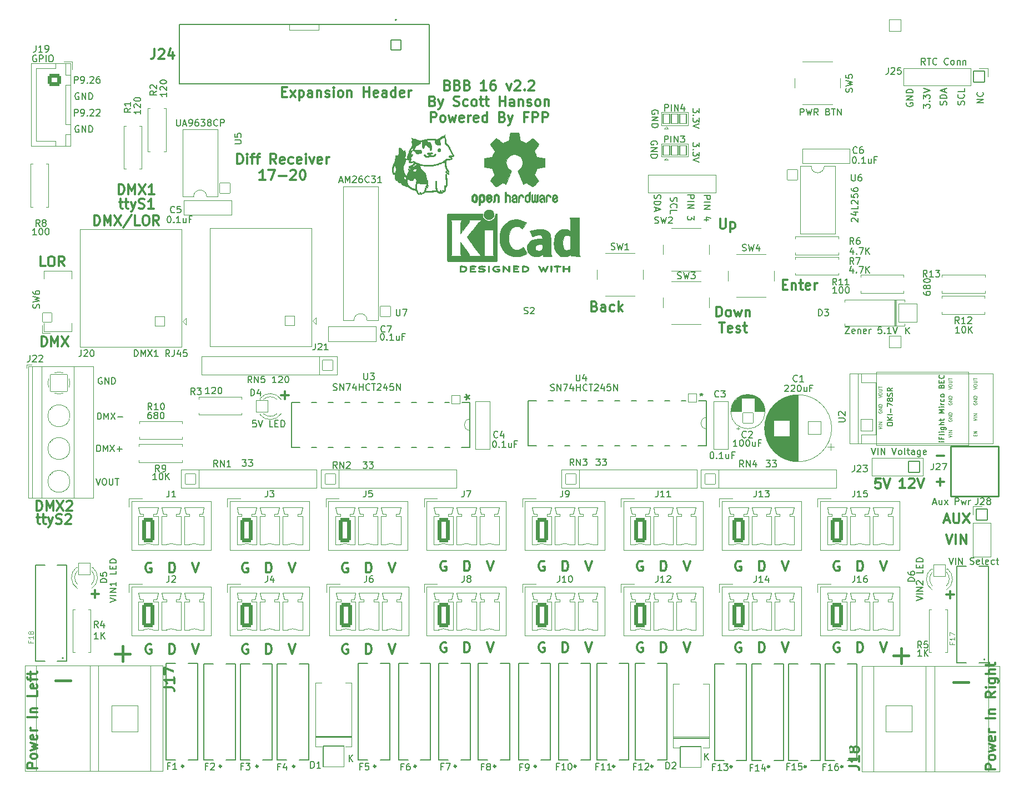
<source format=gbr>
%TF.GenerationSoftware,KiCad,Pcbnew,(6.0.7)*%
%TF.CreationDate,2022-08-24T09:28:25-04:00*%
%TF.ProjectId,BBB_16,4242425f-3136-42e6-9b69-6361645f7063,v2.2*%
%TF.SameCoordinates,Original*%
%TF.FileFunction,Legend,Top*%
%TF.FilePolarity,Positive*%
%FSLAX46Y46*%
G04 Gerber Fmt 4.6, Leading zero omitted, Abs format (unit mm)*
G04 Created by KiCad (PCBNEW (6.0.7)) date 2022-08-24 09:28:25*
%MOMM*%
%LPD*%
G01*
G04 APERTURE LIST*
G04 Aperture macros list*
%AMRoundRect*
0 Rectangle with rounded corners*
0 $1 Rounding radius*
0 $2 $3 $4 $5 $6 $7 $8 $9 X,Y pos of 4 corners*
0 Add a 4 corners polygon primitive as box body*
4,1,4,$2,$3,$4,$5,$6,$7,$8,$9,$2,$3,0*
0 Add four circle primitives for the rounded corners*
1,1,$1+$1,$2,$3*
1,1,$1+$1,$4,$5*
1,1,$1+$1,$6,$7*
1,1,$1+$1,$8,$9*
0 Add four rect primitives between the rounded corners*
20,1,$1+$1,$2,$3,$4,$5,0*
20,1,$1+$1,$4,$5,$6,$7,0*
20,1,$1+$1,$6,$7,$8,$9,0*
20,1,$1+$1,$8,$9,$2,$3,0*%
G04 Aperture macros list end*
%ADD10C,0.300000*%
%ADD11C,0.127000*%
%ADD12C,0.150000*%
%ADD13C,0.400000*%
%ADD14C,0.100000*%
%ADD15C,0.250000*%
%ADD16C,0.120000*%
%ADD17C,0.187000*%
%ADD18C,0.152400*%
%ADD19C,0.010000*%
%ADD20C,0.200000*%
%ADD21C,0.254000*%
%ADD22R,1.800000X1.800000*%
%ADD23C,1.800000*%
%ADD24C,4.572000*%
%ADD25C,1.702000*%
%ADD26C,2.577000*%
%ADD27RoundRect,0.301000X-0.650000X-1.550000X0.650000X-1.550000X0.650000X1.550000X-0.650000X1.550000X0*%
%ADD28O,1.902000X3.702000*%
%ADD29RoundRect,0.051000X1.600000X-1.600000X1.600000X1.600000X-1.600000X1.600000X-1.600000X-1.600000X0*%
%ADD30O,3.302000X3.302000*%
%ADD31RoundRect,0.051000X-0.800000X-0.800000X0.800000X-0.800000X0.800000X0.800000X-0.800000X0.800000X0*%
%ADD32O,1.702000X1.702000*%
%ADD33RoundRect,0.051000X-0.850000X0.850000X-0.850000X-0.850000X0.850000X-0.850000X0.850000X0.850000X0*%
%ADD34O,1.802000X1.802000*%
%ADD35C,3.802000*%
%ADD36C,5.000000*%
%ADD37C,1.802000*%
%ADD38RoundRect,0.051000X-0.900000X0.900000X-0.900000X-0.900000X0.900000X-0.900000X0.900000X0.900000X0*%
%ADD39C,1.902000*%
%ADD40RoundRect,0.051000X-0.900000X-0.900000X0.900000X-0.900000X0.900000X0.900000X-0.900000X0.900000X0*%
%ADD41RoundRect,0.051000X1.400000X1.400000X-1.400000X1.400000X-1.400000X-1.400000X1.400000X-1.400000X0*%
%ADD42O,2.902000X2.902000*%
%ADD43C,2.102000*%
%ADD44RoundRect,0.051000X-0.647700X0.647700X-0.647700X-0.647700X0.647700X-0.647700X0.647700X0.647700X0*%
%ADD45C,1.397400*%
%ADD46RoundRect,0.051000X0.800000X0.800000X-0.800000X0.800000X-0.800000X-0.800000X0.800000X-0.800000X0*%
%ADD47C,3.302000*%
%ADD48RoundRect,0.051000X0.750000X0.750000X-0.750000X0.750000X-0.750000X-0.750000X0.750000X-0.750000X0*%
%ADD49C,1.602000*%
%ADD50RoundRect,0.051000X-0.500000X-0.750000X0.500000X-0.750000X0.500000X0.750000X-0.500000X0.750000X0*%
%ADD51RoundRect,0.051000X2.000000X2.000000X-2.000000X2.000000X-2.000000X-2.000000X2.000000X-2.000000X0*%
%ADD52C,4.102000*%
%ADD53RoundRect,0.051000X-2.000000X-2.000000X2.000000X-2.000000X2.000000X2.000000X-2.000000X2.000000X0*%
%ADD54RoundRect,0.051000X0.765000X0.765000X-0.765000X0.765000X-0.765000X-0.765000X0.765000X-0.765000X0*%
%ADD55C,1.632000*%
%ADD56C,4.674000*%
%ADD57RoundRect,0.301000X-0.725000X0.600000X-0.725000X-0.600000X0.725000X-0.600000X0.725000X0.600000X0*%
%ADD58O,2.052000X1.802000*%
%ADD59C,2.006000*%
%ADD60RoundRect,0.051000X-0.850000X-0.850000X0.850000X-0.850000X0.850000X0.850000X-0.850000X0.850000X0*%
%ADD61RoundRect,0.051000X-1.300000X1.300000X-1.300000X-1.300000X1.300000X-1.300000X1.300000X1.300000X0*%
%ADD62C,2.702000*%
%ADD63RoundRect,0.051000X0.700000X-0.700000X0.700000X0.700000X-0.700000X0.700000X-0.700000X-0.700000X0*%
%ADD64C,1.502000*%
%ADD65RoundRect,0.051000X0.800000X-0.800000X0.800000X0.800000X-0.800000X0.800000X-0.800000X-0.800000X0*%
%ADD66RoundRect,0.051000X1.000000X1.000000X-1.000000X1.000000X-1.000000X-1.000000X1.000000X-1.000000X0*%
%ADD67C,1.626000*%
G04 APERTURE END LIST*
D10*
X-96838343Y-4474500D02*
X-96981200Y-4403071D01*
X-97195486Y-4403071D01*
X-97409772Y-4474500D01*
X-97552629Y-4617357D01*
X-97624058Y-4760214D01*
X-97695486Y-5045928D01*
X-97695486Y-5260214D01*
X-97624058Y-5545928D01*
X-97552629Y-5688785D01*
X-97409772Y-5831642D01*
X-97195486Y-5903071D01*
X-97052629Y-5903071D01*
X-96838343Y-5831642D01*
X-96766915Y-5760214D01*
X-96766915Y-5260214D01*
X-97052629Y-5260214D01*
X-78828058Y-5903071D02*
X-78828058Y-4403071D01*
X-78470915Y-4403071D01*
X-78256629Y-4474500D01*
X-78113772Y-4617357D01*
X-78042343Y-4760214D01*
X-77970915Y-5045928D01*
X-77970915Y-5260214D01*
X-78042343Y-5545928D01*
X-78113772Y-5688785D01*
X-78256629Y-5831642D01*
X-78470915Y-5903071D01*
X-78828058Y-5903071D01*
X-30421200Y-4149071D02*
X-29921200Y-5649071D01*
X-29421200Y-4149071D01*
X-33870058Y-5649071D02*
X-33870058Y-4149071D01*
X-33512915Y-4149071D01*
X-33298629Y-4220500D01*
X-33155772Y-4363357D01*
X-33084343Y-4506214D01*
X-33012915Y-4791928D01*
X-33012915Y-5006214D01*
X-33084343Y-5291928D01*
X-33155772Y-5434785D01*
X-33298629Y-5577642D01*
X-33512915Y-5649071D01*
X-33870058Y-5649071D01*
X-15435200Y-4149071D02*
X-14935200Y-5649071D01*
X-14435200Y-4149071D01*
X-81598343Y-4474500D02*
X-81741200Y-4403071D01*
X-81955486Y-4403071D01*
X-82169772Y-4474500D01*
X-82312629Y-4617357D01*
X-82384058Y-4760214D01*
X-82455486Y-5045928D01*
X-82455486Y-5260214D01*
X-82384058Y-5545928D01*
X-82312629Y-5688785D01*
X-82169772Y-5831642D01*
X-81955486Y-5903071D01*
X-81812629Y-5903071D01*
X-81598343Y-5831642D01*
X-81526915Y-5760214D01*
X-81526915Y-5260214D01*
X-81812629Y-5260214D01*
X-21654343Y-4220500D02*
X-21797200Y-4149071D01*
X-22011486Y-4149071D01*
X-22225772Y-4220500D01*
X-22368629Y-4363357D01*
X-22440058Y-4506214D01*
X-22511486Y-4791928D01*
X-22511486Y-5006214D01*
X-22440058Y-5291928D01*
X-22368629Y-5434785D01*
X-22225772Y-5577642D01*
X-22011486Y-5649071D01*
X-21868629Y-5649071D01*
X-21654343Y-5577642D01*
X-21582915Y-5506214D01*
X-21582915Y-5006214D01*
X-21868629Y-5006214D01*
X-449200Y-4149071D02*
X50800Y-5649071D01*
X550800Y-4149071D01*
X-3898058Y-5649071D02*
X-3898058Y-4149071D01*
X-3540915Y-4149071D01*
X-3326629Y-4220500D01*
X-3183772Y-4363357D01*
X-3112343Y-4506214D01*
X-3040915Y-4791928D01*
X-3040915Y-5006214D01*
X-3112343Y-5291928D01*
X-3183772Y-5434785D01*
X-3326629Y-5577642D01*
X-3540915Y-5649071D01*
X-3898058Y-5649071D01*
X-6668343Y-4220500D02*
X-6811200Y-4149071D01*
X-7025486Y-4149071D01*
X-7239772Y-4220500D01*
X-7382629Y-4363357D01*
X-7454058Y-4506214D01*
X-7525486Y-4791928D01*
X-7525486Y-5006214D01*
X-7454058Y-5291928D01*
X-7382629Y-5434785D01*
X-7239772Y-5577642D01*
X-7025486Y-5649071D01*
X-6882629Y-5649071D01*
X-6668343Y-5577642D01*
X-6596915Y-5506214D01*
X-6596915Y-5006214D01*
X-6882629Y-5006214D01*
X-63842058Y-5649071D02*
X-63842058Y-4149071D01*
X-63484915Y-4149071D01*
X-63270629Y-4220500D01*
X-63127772Y-4363357D01*
X-63056343Y-4506214D01*
X-62984915Y-4791928D01*
X-62984915Y-5006214D01*
X-63056343Y-5291928D01*
X-63127772Y-5434785D01*
X-63270629Y-5577642D01*
X-63484915Y-5649071D01*
X-63842058Y-5649071D01*
X-94068058Y-5903071D02*
X-94068058Y-4403071D01*
X-93710915Y-4403071D01*
X-93496629Y-4474500D01*
X-93353772Y-4617357D01*
X-93282343Y-4760214D01*
X-93210915Y-5045928D01*
X-93210915Y-5260214D01*
X-93282343Y-5545928D01*
X-93353772Y-5688785D01*
X-93496629Y-5831642D01*
X-93710915Y-5903071D01*
X-94068058Y-5903071D01*
X-18884058Y-5649071D02*
X-18884058Y-4149071D01*
X-18526915Y-4149071D01*
X-18312629Y-4220500D01*
X-18169772Y-4363357D01*
X-18098343Y-4506214D01*
X-18026915Y-4791928D01*
X-18026915Y-5006214D01*
X-18098343Y-5291928D01*
X-18169772Y-5434785D01*
X-18312629Y-5577642D01*
X-18526915Y-5649071D01*
X-18884058Y-5649071D01*
X-105351200Y-4403071D02*
X-104851200Y-5903071D01*
X-104351200Y-4403071D01*
X-45407200Y-4149071D02*
X-44907200Y-5649071D01*
X-44407200Y-4149071D01*
X-51626343Y-4220500D02*
X-51769200Y-4149071D01*
X-51983486Y-4149071D01*
X-52197772Y-4220500D01*
X-52340629Y-4363357D01*
X-52412058Y-4506214D01*
X-52483486Y-4791928D01*
X-52483486Y-5006214D01*
X-52412058Y-5291928D01*
X-52340629Y-5434785D01*
X-52197772Y-5577642D01*
X-51983486Y-5649071D01*
X-51840629Y-5649071D01*
X-51626343Y-5577642D01*
X-51554915Y-5506214D01*
X-51554915Y-5006214D01*
X-51840629Y-5006214D01*
X-66612343Y-4220500D02*
X-66755200Y-4149071D01*
X-66969486Y-4149071D01*
X-67183772Y-4220500D01*
X-67326629Y-4363357D01*
X-67398058Y-4506214D01*
X-67469486Y-4791928D01*
X-67469486Y-5006214D01*
X-67398058Y-5291928D01*
X-67326629Y-5434785D01*
X-67183772Y-5577642D01*
X-66969486Y-5649071D01*
X-66826629Y-5649071D01*
X-66612343Y-5577642D01*
X-66540915Y-5506214D01*
X-66540915Y-5006214D01*
X-66826629Y-5006214D01*
X-90619200Y-4403071D02*
X-90119200Y-5903071D01*
X-89619200Y-4403071D01*
X-111570343Y-4474500D02*
X-111713200Y-4403071D01*
X-111927486Y-4403071D01*
X-112141772Y-4474500D01*
X-112284629Y-4617357D01*
X-112356058Y-4760214D01*
X-112427486Y-5045928D01*
X-112427486Y-5260214D01*
X-112356058Y-5545928D01*
X-112284629Y-5688785D01*
X-112141772Y-5831642D01*
X-111927486Y-5903071D01*
X-111784629Y-5903071D01*
X-111570343Y-5831642D01*
X-111498915Y-5760214D01*
X-111498915Y-5260214D01*
X-111784629Y-5260214D01*
X-108800058Y-5903071D02*
X-108800058Y-4403071D01*
X-108442915Y-4403071D01*
X-108228629Y-4474500D01*
X-108085772Y-4617357D01*
X-108014343Y-4760214D01*
X-107942915Y-5045928D01*
X-107942915Y-5260214D01*
X-108014343Y-5545928D01*
X-108085772Y-5688785D01*
X-108228629Y-5831642D01*
X-108442915Y-5903071D01*
X-108800058Y-5903071D01*
X-60393200Y-4149071D02*
X-59893200Y-5649071D01*
X-59393200Y-4149071D01*
X-75379200Y-4403071D02*
X-74879200Y-5903071D01*
X-74379200Y-4403071D01*
X-48856058Y-5649071D02*
X-48856058Y-4149071D01*
X-48498915Y-4149071D01*
X-48284629Y-4220500D01*
X-48141772Y-4363357D01*
X-48070343Y-4506214D01*
X-47998915Y-4791928D01*
X-47998915Y-5006214D01*
X-48070343Y-5291928D01*
X-48141772Y-5434785D01*
X-48284629Y-5577642D01*
X-48498915Y-5649071D01*
X-48856058Y-5649071D01*
X-36640343Y-4220500D02*
X-36783200Y-4149071D01*
X-36997486Y-4149071D01*
X-37211772Y-4220500D01*
X-37354629Y-4363357D01*
X-37426058Y-4506214D01*
X-37497486Y-4791928D01*
X-37497486Y-5006214D01*
X-37426058Y-5291928D01*
X-37354629Y-5434785D01*
X-37211772Y-5577642D01*
X-36997486Y-5649071D01*
X-36854629Y-5649071D01*
X-36640343Y-5577642D01*
X-36568915Y-5506214D01*
X-36568915Y-5006214D01*
X-36854629Y-5006214D01*
X-108800058Y6496929D02*
X-108800058Y7996929D01*
X-108442915Y7996929D01*
X-108228629Y7925500D01*
X-108085772Y7782643D01*
X-108014343Y7639786D01*
X-107942915Y7354072D01*
X-107942915Y7139786D01*
X-108014343Y6854072D01*
X-108085772Y6711215D01*
X-108228629Y6568358D01*
X-108442915Y6496929D01*
X-108800058Y6496929D01*
X-111570343Y7925500D02*
X-111713200Y7996929D01*
X-111927486Y7996929D01*
X-112141772Y7925500D01*
X-112284629Y7782643D01*
X-112356058Y7639786D01*
X-112427486Y7354072D01*
X-112427486Y7139786D01*
X-112356058Y6854072D01*
X-112284629Y6711215D01*
X-112141772Y6568358D01*
X-111927486Y6496929D01*
X-111784629Y6496929D01*
X-111570343Y6568358D01*
X-111498915Y6639786D01*
X-111498915Y7139786D01*
X-111784629Y7139786D01*
X-105351200Y7996929D02*
X-104851200Y6496929D01*
X-104351200Y7996929D01*
D11*
X-119760643Y29855572D02*
X-119760643Y30846172D01*
X-119524786Y30846172D01*
X-119383272Y30799000D01*
X-119288929Y30704658D01*
X-119241758Y30610315D01*
X-119194586Y30421629D01*
X-119194586Y30280115D01*
X-119241758Y30091429D01*
X-119288929Y29997086D01*
X-119383272Y29902743D01*
X-119524786Y29855572D01*
X-119760643Y29855572D01*
X-118770043Y29855572D02*
X-118770043Y30846172D01*
X-118439843Y30138600D01*
X-118109643Y30846172D01*
X-118109643Y29855572D01*
X-117732272Y30846172D02*
X-117071872Y29855572D01*
X-117071872Y30846172D02*
X-117732272Y29855572D01*
X-116694500Y30232943D02*
X-115939758Y30232943D01*
X-119104943Y36199000D02*
X-119199286Y36246172D01*
X-119340800Y36246172D01*
X-119482315Y36199000D01*
X-119576658Y36104658D01*
X-119623829Y36010315D01*
X-119671000Y35821629D01*
X-119671000Y35680115D01*
X-119623829Y35491429D01*
X-119576658Y35397086D01*
X-119482315Y35302743D01*
X-119340800Y35255572D01*
X-119246458Y35255572D01*
X-119104943Y35302743D01*
X-119057772Y35349915D01*
X-119057772Y35680115D01*
X-119246458Y35680115D01*
X-118633229Y35255572D02*
X-118633229Y36246172D01*
X-118067172Y35255572D01*
X-118067172Y36246172D01*
X-117595458Y35255572D02*
X-117595458Y36246172D01*
X-117359600Y36246172D01*
X-117218086Y36199000D01*
X-117123743Y36104658D01*
X-117076572Y36010315D01*
X-117029400Y35821629D01*
X-117029400Y35680115D01*
X-117076572Y35491429D01*
X-117123743Y35397086D01*
X-117218086Y35302743D01*
X-117359600Y35255572D01*
X-117595458Y35255572D01*
D10*
X-66371629Y80825843D02*
X-66157343Y80754415D01*
X-66085915Y80682986D01*
X-66014486Y80540129D01*
X-66014486Y80325843D01*
X-66085915Y80182986D01*
X-66157343Y80111558D01*
X-66300200Y80040129D01*
X-66871629Y80040129D01*
X-66871629Y81540129D01*
X-66371629Y81540129D01*
X-66228772Y81468700D01*
X-66157343Y81397272D01*
X-66085915Y81254415D01*
X-66085915Y81111558D01*
X-66157343Y80968700D01*
X-66228772Y80897272D01*
X-66371629Y80825843D01*
X-66871629Y80825843D01*
X-64871629Y80825843D02*
X-64657343Y80754415D01*
X-64585915Y80682986D01*
X-64514486Y80540129D01*
X-64514486Y80325843D01*
X-64585915Y80182986D01*
X-64657343Y80111558D01*
X-64800200Y80040129D01*
X-65371629Y80040129D01*
X-65371629Y81540129D01*
X-64871629Y81540129D01*
X-64728772Y81468700D01*
X-64657343Y81397272D01*
X-64585915Y81254415D01*
X-64585915Y81111558D01*
X-64657343Y80968700D01*
X-64728772Y80897272D01*
X-64871629Y80825843D01*
X-65371629Y80825843D01*
X-63371629Y80825843D02*
X-63157343Y80754415D01*
X-63085915Y80682986D01*
X-63014486Y80540129D01*
X-63014486Y80325843D01*
X-63085915Y80182986D01*
X-63157343Y80111558D01*
X-63300200Y80040129D01*
X-63871629Y80040129D01*
X-63871629Y81540129D01*
X-63371629Y81540129D01*
X-63228772Y81468700D01*
X-63157343Y81397272D01*
X-63085915Y81254415D01*
X-63085915Y81111558D01*
X-63157343Y80968700D01*
X-63228772Y80897272D01*
X-63371629Y80825843D01*
X-63871629Y80825843D01*
X-60443058Y80040129D02*
X-61300200Y80040129D01*
X-60871629Y80040129D02*
X-60871629Y81540129D01*
X-61014486Y81325843D01*
X-61157343Y81182986D01*
X-61300200Y81111558D01*
X-59157343Y81540129D02*
X-59443058Y81540129D01*
X-59585915Y81468700D01*
X-59657343Y81397272D01*
X-59800200Y81182986D01*
X-59871629Y80897272D01*
X-59871629Y80325843D01*
X-59800200Y80182986D01*
X-59728772Y80111558D01*
X-59585915Y80040129D01*
X-59300200Y80040129D01*
X-59157343Y80111558D01*
X-59085915Y80182986D01*
X-59014486Y80325843D01*
X-59014486Y80682986D01*
X-59085915Y80825843D01*
X-59157343Y80897272D01*
X-59300200Y80968700D01*
X-59585915Y80968700D01*
X-59728772Y80897272D01*
X-59800200Y80825843D01*
X-59871629Y80682986D01*
X-57371629Y81040129D02*
X-57014486Y80040129D01*
X-56657343Y81040129D01*
X-56157343Y81397272D02*
X-56085915Y81468700D01*
X-55943058Y81540129D01*
X-55585915Y81540129D01*
X-55443058Y81468700D01*
X-55371629Y81397272D01*
X-55300200Y81254415D01*
X-55300200Y81111558D01*
X-55371629Y80897272D01*
X-56228772Y80040129D01*
X-55300200Y80040129D01*
X-54657343Y80182986D02*
X-54585915Y80111558D01*
X-54657343Y80040129D01*
X-54728772Y80111558D01*
X-54657343Y80182986D01*
X-54657343Y80040129D01*
X-54014486Y81397272D02*
X-53943058Y81468700D01*
X-53800200Y81540129D01*
X-53443058Y81540129D01*
X-53300200Y81468700D01*
X-53228772Y81397272D01*
X-53157343Y81254415D01*
X-53157343Y81111558D01*
X-53228772Y80897272D01*
X-54085915Y80040129D01*
X-53157343Y80040129D01*
X-68657343Y78410843D02*
X-68443058Y78339415D01*
X-68371629Y78267986D01*
X-68300200Y78125129D01*
X-68300200Y77910843D01*
X-68371629Y77767986D01*
X-68443058Y77696558D01*
X-68585915Y77625129D01*
X-69157343Y77625129D01*
X-69157343Y79125129D01*
X-68657343Y79125129D01*
X-68514486Y79053700D01*
X-68443058Y78982272D01*
X-68371629Y78839415D01*
X-68371629Y78696558D01*
X-68443058Y78553700D01*
X-68514486Y78482272D01*
X-68657343Y78410843D01*
X-69157343Y78410843D01*
X-67800200Y78625129D02*
X-67443058Y77625129D01*
X-67085915Y78625129D02*
X-67443058Y77625129D01*
X-67585915Y77267986D01*
X-67657343Y77196558D01*
X-67800200Y77125129D01*
X-65443058Y77696558D02*
X-65228772Y77625129D01*
X-64871629Y77625129D01*
X-64728772Y77696558D01*
X-64657343Y77767986D01*
X-64585915Y77910843D01*
X-64585915Y78053700D01*
X-64657343Y78196558D01*
X-64728772Y78267986D01*
X-64871629Y78339415D01*
X-65157343Y78410843D01*
X-65300200Y78482272D01*
X-65371629Y78553700D01*
X-65443058Y78696558D01*
X-65443058Y78839415D01*
X-65371629Y78982272D01*
X-65300200Y79053700D01*
X-65157343Y79125129D01*
X-64800200Y79125129D01*
X-64585915Y79053700D01*
X-63300200Y77696558D02*
X-63443058Y77625129D01*
X-63728772Y77625129D01*
X-63871629Y77696558D01*
X-63943058Y77767986D01*
X-64014486Y77910843D01*
X-64014486Y78339415D01*
X-63943058Y78482272D01*
X-63871629Y78553700D01*
X-63728772Y78625129D01*
X-63443058Y78625129D01*
X-63300200Y78553700D01*
X-62443058Y77625129D02*
X-62585915Y77696558D01*
X-62657343Y77767986D01*
X-62728772Y77910843D01*
X-62728772Y78339415D01*
X-62657343Y78482272D01*
X-62585915Y78553700D01*
X-62443058Y78625129D01*
X-62228772Y78625129D01*
X-62085915Y78553700D01*
X-62014486Y78482272D01*
X-61943058Y78339415D01*
X-61943058Y77910843D01*
X-62014486Y77767986D01*
X-62085915Y77696558D01*
X-62228772Y77625129D01*
X-62443058Y77625129D01*
X-61514486Y78625129D02*
X-60943058Y78625129D01*
X-61300200Y79125129D02*
X-61300200Y77839415D01*
X-61228772Y77696558D01*
X-61085915Y77625129D01*
X-60943058Y77625129D01*
X-60657343Y78625129D02*
X-60085915Y78625129D01*
X-60443058Y79125129D02*
X-60443058Y77839415D01*
X-60371629Y77696558D01*
X-60228772Y77625129D01*
X-60085915Y77625129D01*
X-58443058Y77625129D02*
X-58443058Y79125129D01*
X-58443058Y78410843D02*
X-57585915Y78410843D01*
X-57585915Y77625129D02*
X-57585915Y79125129D01*
X-56228772Y77625129D02*
X-56228772Y78410843D01*
X-56300200Y78553700D01*
X-56443058Y78625129D01*
X-56728772Y78625129D01*
X-56871629Y78553700D01*
X-56228772Y77696558D02*
X-56371629Y77625129D01*
X-56728772Y77625129D01*
X-56871629Y77696558D01*
X-56943058Y77839415D01*
X-56943058Y77982272D01*
X-56871629Y78125129D01*
X-56728772Y78196558D01*
X-56371629Y78196558D01*
X-56228772Y78267986D01*
X-55514486Y78625129D02*
X-55514486Y77625129D01*
X-55514486Y78482272D02*
X-55443058Y78553700D01*
X-55300200Y78625129D01*
X-55085915Y78625129D01*
X-54943058Y78553700D01*
X-54871629Y78410843D01*
X-54871629Y77625129D01*
X-54228772Y77696558D02*
X-54085915Y77625129D01*
X-53800200Y77625129D01*
X-53657343Y77696558D01*
X-53585915Y77839415D01*
X-53585915Y77910843D01*
X-53657343Y78053700D01*
X-53800200Y78125129D01*
X-54014486Y78125129D01*
X-54157343Y78196558D01*
X-54228772Y78339415D01*
X-54228772Y78410843D01*
X-54157343Y78553700D01*
X-54014486Y78625129D01*
X-53800200Y78625129D01*
X-53657343Y78553700D01*
X-52728772Y77625129D02*
X-52871629Y77696558D01*
X-52943058Y77767986D01*
X-53014486Y77910843D01*
X-53014486Y78339415D01*
X-52943058Y78482272D01*
X-52871629Y78553700D01*
X-52728772Y78625129D01*
X-52514486Y78625129D01*
X-52371629Y78553700D01*
X-52300200Y78482272D01*
X-52228772Y78339415D01*
X-52228772Y77910843D01*
X-52300200Y77767986D01*
X-52371629Y77696558D01*
X-52514486Y77625129D01*
X-52728772Y77625129D01*
X-51585915Y78625129D02*
X-51585915Y77625129D01*
X-51585915Y78482272D02*
X-51514486Y78553700D01*
X-51371629Y78625129D01*
X-51157343Y78625129D01*
X-51014486Y78553700D01*
X-50943058Y78410843D01*
X-50943058Y77625129D01*
X-68943058Y75210129D02*
X-68943058Y76710129D01*
X-68371629Y76710129D01*
X-68228772Y76638700D01*
X-68157343Y76567272D01*
X-68085915Y76424415D01*
X-68085915Y76210129D01*
X-68157343Y76067272D01*
X-68228772Y75995843D01*
X-68371629Y75924415D01*
X-68943058Y75924415D01*
X-67228772Y75210129D02*
X-67371629Y75281558D01*
X-67443058Y75352986D01*
X-67514486Y75495843D01*
X-67514486Y75924415D01*
X-67443058Y76067272D01*
X-67371629Y76138700D01*
X-67228772Y76210129D01*
X-67014486Y76210129D01*
X-66871629Y76138700D01*
X-66800200Y76067272D01*
X-66728772Y75924415D01*
X-66728772Y75495843D01*
X-66800200Y75352986D01*
X-66871629Y75281558D01*
X-67014486Y75210129D01*
X-67228772Y75210129D01*
X-66228772Y76210129D02*
X-65943058Y75210129D01*
X-65657343Y75924415D01*
X-65371629Y75210129D01*
X-65085915Y76210129D01*
X-63943058Y75281558D02*
X-64085915Y75210129D01*
X-64371629Y75210129D01*
X-64514486Y75281558D01*
X-64585915Y75424415D01*
X-64585915Y75995843D01*
X-64514486Y76138700D01*
X-64371629Y76210129D01*
X-64085915Y76210129D01*
X-63943058Y76138700D01*
X-63871629Y75995843D01*
X-63871629Y75852986D01*
X-64585915Y75710129D01*
X-63228772Y75210129D02*
X-63228772Y76210129D01*
X-63228772Y75924415D02*
X-63157343Y76067272D01*
X-63085915Y76138700D01*
X-62943058Y76210129D01*
X-62800200Y76210129D01*
X-61728772Y75281558D02*
X-61871629Y75210129D01*
X-62157343Y75210129D01*
X-62300200Y75281558D01*
X-62371629Y75424415D01*
X-62371629Y75995843D01*
X-62300200Y76138700D01*
X-62157343Y76210129D01*
X-61871629Y76210129D01*
X-61728772Y76138700D01*
X-61657343Y75995843D01*
X-61657343Y75852986D01*
X-62371629Y75710129D01*
X-60371629Y75210129D02*
X-60371629Y76710129D01*
X-60371629Y75281558D02*
X-60514486Y75210129D01*
X-60800200Y75210129D01*
X-60943058Y75281558D01*
X-61014486Y75352986D01*
X-61085915Y75495843D01*
X-61085915Y75924415D01*
X-61014486Y76067272D01*
X-60943058Y76138700D01*
X-60800200Y76210129D01*
X-60514486Y76210129D01*
X-60371629Y76138700D01*
X-58014486Y75995843D02*
X-57800200Y75924415D01*
X-57728772Y75852986D01*
X-57657343Y75710129D01*
X-57657343Y75495843D01*
X-57728772Y75352986D01*
X-57800200Y75281558D01*
X-57943058Y75210129D01*
X-58514486Y75210129D01*
X-58514486Y76710129D01*
X-58014486Y76710129D01*
X-57871629Y76638700D01*
X-57800200Y76567272D01*
X-57728772Y76424415D01*
X-57728772Y76281558D01*
X-57800200Y76138700D01*
X-57871629Y76067272D01*
X-58014486Y75995843D01*
X-58514486Y75995843D01*
X-57157343Y76210129D02*
X-56800200Y75210129D01*
X-56443058Y76210129D02*
X-56800200Y75210129D01*
X-56943058Y74852986D01*
X-57014486Y74781558D01*
X-57157343Y74710129D01*
X-54228772Y75995843D02*
X-54728772Y75995843D01*
X-54728772Y75210129D02*
X-54728772Y76710129D01*
X-54014486Y76710129D01*
X-53443058Y75210129D02*
X-53443058Y76710129D01*
X-52871629Y76710129D01*
X-52728772Y76638700D01*
X-52657343Y76567272D01*
X-52585915Y76424415D01*
X-52585915Y76210129D01*
X-52657343Y76067272D01*
X-52728772Y75995843D01*
X-52871629Y75924415D01*
X-53443058Y75924415D01*
X-51943058Y75210129D02*
X-51943058Y76710129D01*
X-51371629Y76710129D01*
X-51228772Y76638700D01*
X-51157343Y76567272D01*
X-51085915Y76424415D01*
X-51085915Y76210129D01*
X-51157343Y76067272D01*
X-51228772Y75995843D01*
X-51371629Y75924415D01*
X-51943058Y75924415D01*
D12*
X-28002581Y72079891D02*
X-28002581Y71460843D01*
X-28383534Y71794177D01*
X-28383534Y71651320D01*
X-28431153Y71556081D01*
X-28478772Y71508462D01*
X-28574010Y71460843D01*
X-28812105Y71460843D01*
X-28907343Y71508462D01*
X-28954962Y71556081D01*
X-29002581Y71651320D01*
X-29002581Y71937034D01*
X-28954962Y72032272D01*
X-28907343Y72079891D01*
X-28907343Y71032272D02*
X-28954962Y70984653D01*
X-29002581Y71032272D01*
X-28954962Y71079891D01*
X-28907343Y71032272D01*
X-29002581Y71032272D01*
X-28002581Y70651320D02*
X-28002581Y70032272D01*
X-28383534Y70365605D01*
X-28383534Y70222748D01*
X-28431153Y70127510D01*
X-28478772Y70079891D01*
X-28574010Y70032272D01*
X-28812105Y70032272D01*
X-28907343Y70079891D01*
X-28954962Y70127510D01*
X-29002581Y70222748D01*
X-29002581Y70508462D01*
X-28954962Y70603700D01*
X-28907343Y70651320D01*
X-28002581Y69746558D02*
X-29002581Y69413224D01*
X-28002581Y69079891D01*
X-32354962Y63694177D02*
X-32402581Y63551320D01*
X-32402581Y63313224D01*
X-32354962Y63217986D01*
X-32307343Y63170367D01*
X-32212105Y63122748D01*
X-32116867Y63122748D01*
X-32021629Y63170367D01*
X-31974010Y63217986D01*
X-31926391Y63313224D01*
X-31878772Y63503700D01*
X-31831153Y63598939D01*
X-31783534Y63646558D01*
X-31688296Y63694177D01*
X-31593058Y63694177D01*
X-31497820Y63646558D01*
X-31450200Y63598939D01*
X-31402581Y63503700D01*
X-31402581Y63265605D01*
X-31450200Y63122748D01*
X-32307343Y62122748D02*
X-32354962Y62170367D01*
X-32402581Y62313224D01*
X-32402581Y62408462D01*
X-32354962Y62551320D01*
X-32259724Y62646558D01*
X-32164486Y62694177D01*
X-31974010Y62741796D01*
X-31831153Y62741796D01*
X-31640677Y62694177D01*
X-31545439Y62646558D01*
X-31450200Y62551320D01*
X-31402581Y62408462D01*
X-31402581Y62313224D01*
X-31450200Y62170367D01*
X-31497820Y62122748D01*
X-32402581Y61217986D02*
X-32402581Y61694177D01*
X-31402581Y61694177D01*
D13*
X1606942Y-6210585D02*
X3892657Y-6210585D01*
X2749800Y-7353442D02*
X2749800Y-5067728D01*
D12*
X-34854962Y64117986D02*
X-34902581Y63975129D01*
X-34902581Y63737034D01*
X-34854962Y63641796D01*
X-34807343Y63594177D01*
X-34712105Y63546558D01*
X-34616867Y63546558D01*
X-34521629Y63594177D01*
X-34474010Y63641796D01*
X-34426391Y63737034D01*
X-34378772Y63927510D01*
X-34331153Y64022748D01*
X-34283534Y64070367D01*
X-34188296Y64117986D01*
X-34093058Y64117986D01*
X-33997820Y64070367D01*
X-33950200Y64022748D01*
X-33902581Y63927510D01*
X-33902581Y63689415D01*
X-33950200Y63546558D01*
X-34902581Y63117986D02*
X-33902581Y63117986D01*
X-33902581Y62879891D01*
X-33950200Y62737034D01*
X-34045439Y62641796D01*
X-34140677Y62594177D01*
X-34331153Y62546558D01*
X-34474010Y62546558D01*
X-34664486Y62594177D01*
X-34759724Y62641796D01*
X-34854962Y62737034D01*
X-34902581Y62879891D01*
X-34902581Y63117986D01*
X-34616867Y62165605D02*
X-34616867Y61689415D01*
X-34902581Y62260843D02*
X-33902581Y61927510D01*
X-34902581Y61594177D01*
X-34318800Y76465605D02*
X-34271181Y76560843D01*
X-34271181Y76703700D01*
X-34318800Y76846558D01*
X-34414039Y76941796D01*
X-34509277Y76989415D01*
X-34699753Y77037034D01*
X-34842610Y77037034D01*
X-35033086Y76989415D01*
X-35128324Y76941796D01*
X-35223562Y76846558D01*
X-35271181Y76703700D01*
X-35271181Y76608462D01*
X-35223562Y76465605D01*
X-35175943Y76417986D01*
X-34842610Y76417986D01*
X-34842610Y76608462D01*
X-35271181Y75989415D02*
X-34271181Y75989415D01*
X-35271181Y75417986D01*
X-34271181Y75417986D01*
X-35271181Y74941796D02*
X-34271181Y74941796D01*
X-34271181Y74703700D01*
X-34318800Y74560843D01*
X-34414039Y74465605D01*
X-34509277Y74417986D01*
X-34699753Y74370367D01*
X-34842610Y74370367D01*
X-35033086Y74417986D01*
X-35128324Y74465605D01*
X-35223562Y74560843D01*
X-35271181Y74703700D01*
X-35271181Y74941796D01*
D10*
X-116528772Y64225129D02*
X-116528772Y65725129D01*
X-116171629Y65725129D01*
X-115957343Y65653700D01*
X-115814486Y65510843D01*
X-115743058Y65367986D01*
X-115671629Y65082272D01*
X-115671629Y64867986D01*
X-115743058Y64582272D01*
X-115814486Y64439415D01*
X-115957343Y64296558D01*
X-116171629Y64225129D01*
X-116528772Y64225129D01*
X-115028772Y64225129D02*
X-115028772Y65725129D01*
X-114528772Y64653700D01*
X-114028772Y65725129D01*
X-114028772Y64225129D01*
X-113457343Y65725129D02*
X-112457343Y64225129D01*
X-112457343Y65725129D02*
X-113457343Y64225129D01*
X-111100200Y64225129D02*
X-111957343Y64225129D01*
X-111528772Y64225129D02*
X-111528772Y65725129D01*
X-111671629Y65510843D01*
X-111814486Y65367986D01*
X-111957343Y65296558D01*
X-120243058Y59475129D02*
X-120243058Y60975129D01*
X-119885915Y60975129D01*
X-119671629Y60903700D01*
X-119528772Y60760843D01*
X-119457343Y60617986D01*
X-119385915Y60332272D01*
X-119385915Y60117986D01*
X-119457343Y59832272D01*
X-119528772Y59689415D01*
X-119671629Y59546558D01*
X-119885915Y59475129D01*
X-120243058Y59475129D01*
X-118743058Y59475129D02*
X-118743058Y60975129D01*
X-118243058Y59903700D01*
X-117743058Y60975129D01*
X-117743058Y59475129D01*
X-117171629Y60975129D02*
X-116171629Y59475129D01*
X-116171629Y60975129D02*
X-117171629Y59475129D01*
X-114528772Y61046558D02*
X-115814486Y59117986D01*
X-113314486Y59475129D02*
X-114028772Y59475129D01*
X-114028772Y60975129D01*
X-112528772Y60975129D02*
X-112243058Y60975129D01*
X-112100200Y60903700D01*
X-111957343Y60760843D01*
X-111885915Y60475129D01*
X-111885915Y59975129D01*
X-111957343Y59689415D01*
X-112100200Y59546558D01*
X-112243058Y59475129D01*
X-112528772Y59475129D01*
X-112671629Y59546558D01*
X-112814486Y59689415D01*
X-112885915Y59975129D01*
X-112885915Y60475129D01*
X-112814486Y60760843D01*
X-112671629Y60903700D01*
X-112528772Y60975129D01*
X-110385915Y59475129D02*
X-110885915Y60189415D01*
X-111243058Y59475129D02*
X-111243058Y60975129D01*
X-110671629Y60975129D01*
X-110528772Y60903700D01*
X-110457343Y60832272D01*
X-110385915Y60689415D01*
X-110385915Y60475129D01*
X-110457343Y60332272D01*
X-110528772Y60260843D01*
X-110671629Y60189415D01*
X-111243058Y60189415D01*
X-127721629Y53225129D02*
X-128435915Y53225129D01*
X-128435915Y54725129D01*
X-126935915Y54725129D02*
X-126650200Y54725129D01*
X-126507343Y54653700D01*
X-126364486Y54510843D01*
X-126293058Y54225129D01*
X-126293058Y53725129D01*
X-126364486Y53439415D01*
X-126507343Y53296558D01*
X-126650200Y53225129D01*
X-126935915Y53225129D01*
X-127078772Y53296558D01*
X-127221629Y53439415D01*
X-127293058Y53725129D01*
X-127293058Y54225129D01*
X-127221629Y54510843D01*
X-127078772Y54653700D01*
X-126935915Y54725129D01*
X-124793058Y53225129D02*
X-125293058Y53939415D01*
X-125650200Y53225129D02*
X-125650200Y54725129D01*
X-125078772Y54725129D01*
X-124935915Y54653700D01*
X-124864486Y54582272D01*
X-124793058Y54439415D01*
X-124793058Y54225129D01*
X-124864486Y54082272D01*
X-124935915Y54010843D01*
X-125078772Y53939415D01*
X-125650200Y53939415D01*
X-128314486Y41025129D02*
X-128314486Y42525129D01*
X-127957343Y42525129D01*
X-127743058Y42453700D01*
X-127600200Y42310843D01*
X-127528772Y42167986D01*
X-127457343Y41882272D01*
X-127457343Y41667986D01*
X-127528772Y41382272D01*
X-127600200Y41239415D01*
X-127743058Y41096558D01*
X-127957343Y41025129D01*
X-128314486Y41025129D01*
X-126814486Y41025129D02*
X-126814486Y42525129D01*
X-126314486Y41453700D01*
X-125814486Y42525129D01*
X-125814486Y41025129D01*
X-125243058Y42525129D02*
X-124243058Y41025129D01*
X-124243058Y42525129D02*
X-125243058Y41025129D01*
X-24857343Y60425129D02*
X-24857343Y59210843D01*
X-24785915Y59067986D01*
X-24714486Y58996558D01*
X-24571629Y58925129D01*
X-24285915Y58925129D01*
X-24143058Y58996558D01*
X-24071629Y59067986D01*
X-24000200Y59210843D01*
X-24000200Y60425129D01*
X-23285915Y59925129D02*
X-23285915Y58425129D01*
X-23285915Y59853700D02*
X-23143058Y59925129D01*
X-22857343Y59925129D01*
X-22714486Y59853700D01*
X-22643058Y59782272D01*
X-22571629Y59639415D01*
X-22571629Y59210843D01*
X-22643058Y59067986D01*
X-22714486Y58996558D01*
X-22857343Y58925129D01*
X-23143058Y58925129D01*
X-23285915Y58996558D01*
X-25385915Y45532629D02*
X-25385915Y47032629D01*
X-25028772Y47032629D01*
X-24814486Y46961200D01*
X-24671629Y46818343D01*
X-24600200Y46675486D01*
X-24528772Y46389772D01*
X-24528772Y46175486D01*
X-24600200Y45889772D01*
X-24671629Y45746915D01*
X-24814486Y45604058D01*
X-25028772Y45532629D01*
X-25385915Y45532629D01*
X-23671629Y45532629D02*
X-23814486Y45604058D01*
X-23885915Y45675486D01*
X-23957343Y45818343D01*
X-23957343Y46246915D01*
X-23885915Y46389772D01*
X-23814486Y46461200D01*
X-23671629Y46532629D01*
X-23457343Y46532629D01*
X-23314486Y46461200D01*
X-23243058Y46389772D01*
X-23171629Y46246915D01*
X-23171629Y45818343D01*
X-23243058Y45675486D01*
X-23314486Y45604058D01*
X-23457343Y45532629D01*
X-23671629Y45532629D01*
X-22671629Y46532629D02*
X-22385915Y45532629D01*
X-22100200Y46246915D01*
X-21814486Y45532629D01*
X-21528772Y46532629D01*
X-20957343Y46532629D02*
X-20957343Y45532629D01*
X-20957343Y46389772D02*
X-20885915Y46461200D01*
X-20743058Y46532629D01*
X-20528772Y46532629D01*
X-20385915Y46461200D01*
X-20314486Y46318343D01*
X-20314486Y45532629D01*
X-24957343Y44617629D02*
X-24100200Y44617629D01*
X-24528772Y43117629D02*
X-24528772Y44617629D01*
X-23028772Y43189058D02*
X-23171629Y43117629D01*
X-23457343Y43117629D01*
X-23600200Y43189058D01*
X-23671629Y43331915D01*
X-23671629Y43903343D01*
X-23600200Y44046200D01*
X-23457343Y44117629D01*
X-23171629Y44117629D01*
X-23028772Y44046200D01*
X-22957343Y43903343D01*
X-22957343Y43760486D01*
X-23671629Y43617629D01*
X-22385915Y43189058D02*
X-22243058Y43117629D01*
X-21957343Y43117629D01*
X-21814486Y43189058D01*
X-21743058Y43331915D01*
X-21743058Y43403343D01*
X-21814486Y43546200D01*
X-21957343Y43617629D01*
X-22171629Y43617629D01*
X-22314486Y43689058D01*
X-22385915Y43831915D01*
X-22385915Y43903343D01*
X-22314486Y44046200D01*
X-22171629Y44117629D01*
X-21957343Y44117629D01*
X-21814486Y44046200D01*
X-21314486Y44117629D02*
X-20743058Y44117629D01*
X-21100200Y44617629D02*
X-21100200Y43331915D01*
X-21028772Y43189058D01*
X-20885915Y43117629D01*
X-20743058Y43117629D01*
X-116464486Y63025129D02*
X-115893058Y63025129D01*
X-116250200Y63525129D02*
X-116250200Y62239415D01*
X-116178772Y62096558D01*
X-116035915Y62025129D01*
X-115893058Y62025129D01*
X-115607343Y63025129D02*
X-115035915Y63025129D01*
X-115393058Y63525129D02*
X-115393058Y62239415D01*
X-115321629Y62096558D01*
X-115178772Y62025129D01*
X-115035915Y62025129D01*
X-114678772Y63025129D02*
X-114321629Y62025129D01*
X-113964486Y63025129D02*
X-114321629Y62025129D01*
X-114464486Y61667986D01*
X-114535915Y61596558D01*
X-114678772Y61525129D01*
X-113464486Y62096558D02*
X-113250200Y62025129D01*
X-112893058Y62025129D01*
X-112750200Y62096558D01*
X-112678772Y62167986D01*
X-112607343Y62310843D01*
X-112607343Y62453700D01*
X-112678772Y62596558D01*
X-112750200Y62667986D01*
X-112893058Y62739415D01*
X-113178772Y62810843D01*
X-113321629Y62882272D01*
X-113393058Y62953700D01*
X-113464486Y63096558D01*
X-113464486Y63239415D01*
X-113393058Y63382272D01*
X-113321629Y63453700D01*
X-113178772Y63525129D01*
X-112821629Y63525129D01*
X-112607343Y63453700D01*
X-111178772Y62025129D02*
X-112035915Y62025129D01*
X-111607343Y62025129D02*
X-111607343Y63525129D01*
X-111750200Y63310843D01*
X-111893058Y63167986D01*
X-112035915Y63096558D01*
X-129064486Y14925129D02*
X-128493058Y14925129D01*
X-128850200Y15425129D02*
X-128850200Y14139415D01*
X-128778772Y13996558D01*
X-128635915Y13925129D01*
X-128493058Y13925129D01*
X-128207343Y14925129D02*
X-127635915Y14925129D01*
X-127993058Y15425129D02*
X-127993058Y14139415D01*
X-127921629Y13996558D01*
X-127778772Y13925129D01*
X-127635915Y13925129D01*
X-127278772Y14925129D02*
X-126921629Y13925129D01*
X-126564486Y14925129D02*
X-126921629Y13925129D01*
X-127064486Y13567986D01*
X-127135915Y13496558D01*
X-127278772Y13425129D01*
X-126064486Y13996558D02*
X-125850200Y13925129D01*
X-125493058Y13925129D01*
X-125350200Y13996558D01*
X-125278772Y14067986D01*
X-125207343Y14210843D01*
X-125207343Y14353700D01*
X-125278772Y14496558D01*
X-125350200Y14567986D01*
X-125493058Y14639415D01*
X-125778772Y14710843D01*
X-125921629Y14782272D01*
X-125993058Y14853700D01*
X-126064486Y14996558D01*
X-126064486Y15139415D01*
X-125993058Y15282272D01*
X-125921629Y15353700D01*
X-125778772Y15425129D01*
X-125421629Y15425129D01*
X-125207343Y15353700D01*
X-124635915Y15282272D02*
X-124564486Y15353700D01*
X-124421629Y15425129D01*
X-124064486Y15425129D01*
X-123921629Y15353700D01*
X-123850200Y15282272D01*
X-123778772Y15139415D01*
X-123778772Y14996558D01*
X-123850200Y14782272D01*
X-124707343Y13925129D01*
X-123778772Y13925129D01*
D12*
X-29802581Y64084653D02*
X-28802581Y64084653D01*
X-28802581Y63703700D01*
X-28850200Y63608462D01*
X-28897820Y63560843D01*
X-28993058Y63513224D01*
X-29135915Y63513224D01*
X-29231153Y63560843D01*
X-29278772Y63608462D01*
X-29326391Y63703700D01*
X-29326391Y64084653D01*
X-29802581Y63084653D02*
X-28802581Y63084653D01*
X-29802581Y62608462D02*
X-28802581Y62608462D01*
X-29802581Y62037034D01*
X-28802581Y62037034D01*
X-28802581Y60894177D02*
X-28802581Y60275129D01*
X-29183534Y60608462D01*
X-29183534Y60465605D01*
X-29231153Y60370367D01*
X-29278772Y60322748D01*
X-29374010Y60275129D01*
X-29612105Y60275129D01*
X-29707343Y60322748D01*
X-29754962Y60370367D01*
X-29802581Y60465605D01*
X-29802581Y60751320D01*
X-29754962Y60846558D01*
X-29707343Y60894177D01*
X-27302581Y63984653D02*
X-26302581Y63984653D01*
X-26302581Y63603700D01*
X-26350200Y63508462D01*
X-26397820Y63460843D01*
X-26493058Y63413224D01*
X-26635915Y63413224D01*
X-26731153Y63460843D01*
X-26778772Y63508462D01*
X-26826391Y63603700D01*
X-26826391Y63984653D01*
X-27302581Y62984653D02*
X-26302581Y62984653D01*
X-27302581Y62508462D02*
X-26302581Y62508462D01*
X-27302581Y61937034D01*
X-26302581Y61937034D01*
X-26635915Y60270367D02*
X-27302581Y60270367D01*
X-26254962Y60508462D02*
X-26969248Y60746558D01*
X-26969248Y60127510D01*
X-28002581Y77279891D02*
X-28002581Y76660843D01*
X-28383534Y76994177D01*
X-28383534Y76851320D01*
X-28431153Y76756081D01*
X-28478772Y76708462D01*
X-28574010Y76660843D01*
X-28812105Y76660843D01*
X-28907343Y76708462D01*
X-28954962Y76756081D01*
X-29002581Y76851320D01*
X-29002581Y77137034D01*
X-28954962Y77232272D01*
X-28907343Y77279891D01*
X-28907343Y76232272D02*
X-28954962Y76184653D01*
X-29002581Y76232272D01*
X-28954962Y76279891D01*
X-28907343Y76232272D01*
X-29002581Y76232272D01*
X-28002581Y75851320D02*
X-28002581Y75232272D01*
X-28383534Y75565605D01*
X-28383534Y75422748D01*
X-28431153Y75327510D01*
X-28478772Y75279891D01*
X-28574010Y75232272D01*
X-28812105Y75232272D01*
X-28907343Y75279891D01*
X-28954962Y75327510D01*
X-29002581Y75422748D01*
X-29002581Y75708462D01*
X-28954962Y75803700D01*
X-28907343Y75851320D01*
X-28002581Y74946558D02*
X-29002581Y74613224D01*
X-28002581Y74279891D01*
X-34450200Y71765605D02*
X-34402581Y71860843D01*
X-34402581Y72003700D01*
X-34450200Y72146558D01*
X-34545439Y72241796D01*
X-34640677Y72289415D01*
X-34831153Y72337034D01*
X-34974010Y72337034D01*
X-35164486Y72289415D01*
X-35259724Y72241796D01*
X-35354962Y72146558D01*
X-35402581Y72003700D01*
X-35402581Y71908462D01*
X-35354962Y71765605D01*
X-35307343Y71717986D01*
X-34974010Y71717986D01*
X-34974010Y71908462D01*
X-35402581Y71289415D02*
X-34402581Y71289415D01*
X-35402581Y70717986D01*
X-34402581Y70717986D01*
X-35402581Y70241796D02*
X-34402581Y70241796D01*
X-34402581Y70003700D01*
X-34450200Y69860843D01*
X-34545439Y69765605D01*
X-34640677Y69717986D01*
X-34831153Y69670367D01*
X-34974010Y69670367D01*
X-35164486Y69717986D01*
X-35259724Y69765605D01*
X-35354962Y69860843D01*
X-35402581Y70003700D01*
X-35402581Y70241796D01*
D10*
X3371228Y19375129D02*
X2514085Y19375129D01*
X2942657Y19375129D02*
X2942657Y20875129D01*
X2799800Y20660843D01*
X2656942Y20517986D01*
X2514085Y20446558D01*
X3942657Y20732272D02*
X4014085Y20803700D01*
X4156942Y20875129D01*
X4514085Y20875129D01*
X4656942Y20803700D01*
X4728371Y20732272D01*
X4799800Y20589415D01*
X4799800Y20446558D01*
X4728371Y20232272D01*
X3871228Y19375129D01*
X4799800Y19375129D01*
X5228371Y20875129D02*
X5728371Y19375129D01*
X6228371Y20875129D01*
X-385915Y20825129D02*
X-1100200Y20825129D01*
X-1171629Y20110843D01*
X-1100200Y20182272D01*
X-957343Y20253700D01*
X-600200Y20253700D01*
X-457343Y20182272D01*
X-385915Y20110843D01*
X-314486Y19967986D01*
X-314486Y19610843D01*
X-385915Y19467986D01*
X-457343Y19396558D01*
X-600200Y19325129D01*
X-957343Y19325129D01*
X-1100200Y19396558D01*
X-1171629Y19467986D01*
X114085Y20825129D02*
X614085Y19325129D01*
X1114085Y20825129D01*
X8178371Y24296558D02*
X9321228Y24296558D01*
D12*
X-123278772Y81151320D02*
X-123278772Y82151320D01*
X-122897820Y82151320D01*
X-122802581Y82103700D01*
X-122754962Y82056081D01*
X-122707343Y81960843D01*
X-122707343Y81817986D01*
X-122754962Y81722748D01*
X-122802581Y81675129D01*
X-122897820Y81627510D01*
X-123278772Y81627510D01*
X-122231153Y81151320D02*
X-122040677Y81151320D01*
X-121945439Y81198939D01*
X-121897820Y81246558D01*
X-121802581Y81389415D01*
X-121754962Y81579891D01*
X-121754962Y81960843D01*
X-121802581Y82056081D01*
X-121850200Y82103700D01*
X-121945439Y82151320D01*
X-122135915Y82151320D01*
X-122231153Y82103700D01*
X-122278772Y82056081D01*
X-122326391Y81960843D01*
X-122326391Y81722748D01*
X-122278772Y81627510D01*
X-122231153Y81579891D01*
X-122135915Y81532272D01*
X-121945439Y81532272D01*
X-121850200Y81579891D01*
X-121802581Y81627510D01*
X-121754962Y81722748D01*
X-121326391Y81246558D02*
X-121278772Y81198939D01*
X-121326391Y81151320D01*
X-121374010Y81198939D01*
X-121326391Y81246558D01*
X-121326391Y81151320D01*
X-120897820Y82056081D02*
X-120850200Y82103700D01*
X-120754962Y82151320D01*
X-120516867Y82151320D01*
X-120421629Y82103700D01*
X-120374010Y82056081D01*
X-120326391Y81960843D01*
X-120326391Y81865605D01*
X-120374010Y81722748D01*
X-120945439Y81151320D01*
X-120326391Y81151320D01*
X-119469248Y82151320D02*
X-119659724Y82151320D01*
X-119754962Y82103700D01*
X-119802581Y82056081D01*
X-119897820Y81913224D01*
X-119945439Y81722748D01*
X-119945439Y81341796D01*
X-119897820Y81246558D01*
X-119850200Y81198939D01*
X-119754962Y81151320D01*
X-119564486Y81151320D01*
X-119469248Y81198939D01*
X-119421629Y81246558D01*
X-119374010Y81341796D01*
X-119374010Y81579891D01*
X-119421629Y81675129D01*
X-119469248Y81722748D01*
X-119564486Y81770367D01*
X-119754962Y81770367D01*
X-119850200Y81722748D01*
X-119897820Y81675129D01*
X-119945439Y81579891D01*
X-123278772Y76151320D02*
X-123278772Y77151320D01*
X-122897820Y77151320D01*
X-122802581Y77103700D01*
X-122754962Y77056081D01*
X-122707343Y76960843D01*
X-122707343Y76817986D01*
X-122754962Y76722748D01*
X-122802581Y76675129D01*
X-122897820Y76627510D01*
X-123278772Y76627510D01*
X-122231153Y76151320D02*
X-122040677Y76151320D01*
X-121945439Y76198939D01*
X-121897820Y76246558D01*
X-121802581Y76389415D01*
X-121754962Y76579891D01*
X-121754962Y76960843D01*
X-121802581Y77056081D01*
X-121850200Y77103700D01*
X-121945439Y77151320D01*
X-122135915Y77151320D01*
X-122231153Y77103700D01*
X-122278772Y77056081D01*
X-122326391Y76960843D01*
X-122326391Y76722748D01*
X-122278772Y76627510D01*
X-122231153Y76579891D01*
X-122135915Y76532272D01*
X-121945439Y76532272D01*
X-121850200Y76579891D01*
X-121802581Y76627510D01*
X-121754962Y76722748D01*
X-121326391Y76246558D02*
X-121278772Y76198939D01*
X-121326391Y76151320D01*
X-121374010Y76198939D01*
X-121326391Y76246558D01*
X-121326391Y76151320D01*
X-120897820Y77056081D02*
X-120850200Y77103700D01*
X-120754962Y77151320D01*
X-120516867Y77151320D01*
X-120421629Y77103700D01*
X-120374010Y77056081D01*
X-120326391Y76960843D01*
X-120326391Y76865605D01*
X-120374010Y76722748D01*
X-120945439Y76151320D01*
X-120326391Y76151320D01*
X-119945439Y77056081D02*
X-119897820Y77103700D01*
X-119802581Y77151320D01*
X-119564486Y77151320D01*
X-119469248Y77103700D01*
X-119421629Y77056081D01*
X-119374010Y76960843D01*
X-119374010Y76865605D01*
X-119421629Y76722748D01*
X-119993058Y76151320D01*
X-119374010Y76151320D01*
D10*
X-15285915Y50410843D02*
X-14785915Y50410843D01*
X-14571629Y49625129D02*
X-15285915Y49625129D01*
X-15285915Y51125129D01*
X-14571629Y51125129D01*
X-13928772Y50625129D02*
X-13928772Y49625129D01*
X-13928772Y50482272D02*
X-13857343Y50553700D01*
X-13714486Y50625129D01*
X-13500200Y50625129D01*
X-13357343Y50553700D01*
X-13285915Y50410843D01*
X-13285915Y49625129D01*
X-12785915Y50625129D02*
X-12214486Y50625129D01*
X-12571629Y51125129D02*
X-12571629Y49839415D01*
X-12500200Y49696558D01*
X-12357343Y49625129D01*
X-12214486Y49625129D01*
X-11143058Y49696558D02*
X-11285915Y49625129D01*
X-11571629Y49625129D01*
X-11714486Y49696558D01*
X-11785915Y49839415D01*
X-11785915Y50410843D01*
X-11714486Y50553700D01*
X-11571629Y50625129D01*
X-11285915Y50625129D01*
X-11143058Y50553700D01*
X-11071629Y50410843D01*
X-11071629Y50267986D01*
X-11785915Y50125129D01*
X-10428772Y49625129D02*
X-10428772Y50625129D01*
X-10428772Y50339415D02*
X-10357343Y50482272D01*
X-10285915Y50553700D01*
X-10143058Y50625129D01*
X-10000200Y50625129D01*
X-43971629Y47110843D02*
X-43757343Y47039415D01*
X-43685915Y46967986D01*
X-43614486Y46825129D01*
X-43614486Y46610843D01*
X-43685915Y46467986D01*
X-43757343Y46396558D01*
X-43900200Y46325129D01*
X-44471629Y46325129D01*
X-44471629Y47825129D01*
X-43971629Y47825129D01*
X-43828772Y47753700D01*
X-43757343Y47682272D01*
X-43685915Y47539415D01*
X-43685915Y47396558D01*
X-43757343Y47253700D01*
X-43828772Y47182272D01*
X-43971629Y47110843D01*
X-44471629Y47110843D01*
X-42328772Y46325129D02*
X-42328772Y47110843D01*
X-42400200Y47253700D01*
X-42543058Y47325129D01*
X-42828772Y47325129D01*
X-42971629Y47253700D01*
X-42328772Y46396558D02*
X-42471629Y46325129D01*
X-42828772Y46325129D01*
X-42971629Y46396558D01*
X-43043058Y46539415D01*
X-43043058Y46682272D01*
X-42971629Y46825129D01*
X-42828772Y46896558D01*
X-42471629Y46896558D01*
X-42328772Y46967986D01*
X-40971629Y46396558D02*
X-41114486Y46325129D01*
X-41400200Y46325129D01*
X-41543058Y46396558D01*
X-41614486Y46467986D01*
X-41685915Y46610843D01*
X-41685915Y47039415D01*
X-41614486Y47182272D01*
X-41543058Y47253700D01*
X-41400200Y47325129D01*
X-41114486Y47325129D01*
X-40971629Y47253700D01*
X-40328772Y46325129D02*
X-40328772Y47825129D01*
X-40185915Y46896558D02*
X-39757343Y46325129D01*
X-39757343Y47325129D02*
X-40328772Y46753700D01*
X-98443058Y68832629D02*
X-98443058Y70332629D01*
X-98085915Y70332629D01*
X-97871629Y70261200D01*
X-97728772Y70118343D01*
X-97657343Y69975486D01*
X-97585915Y69689772D01*
X-97585915Y69475486D01*
X-97657343Y69189772D01*
X-97728772Y69046915D01*
X-97871629Y68904058D01*
X-98085915Y68832629D01*
X-98443058Y68832629D01*
X-96943058Y68832629D02*
X-96943058Y69832629D01*
X-96943058Y70332629D02*
X-97014486Y70261200D01*
X-96943058Y70189772D01*
X-96871629Y70261200D01*
X-96943058Y70332629D01*
X-96943058Y70189772D01*
X-96443058Y69832629D02*
X-95871629Y69832629D01*
X-96228772Y68832629D02*
X-96228772Y70118343D01*
X-96157343Y70261200D01*
X-96014486Y70332629D01*
X-95871629Y70332629D01*
X-95585915Y69832629D02*
X-95014486Y69832629D01*
X-95371629Y68832629D02*
X-95371629Y70118343D01*
X-95300200Y70261200D01*
X-95157343Y70332629D01*
X-95014486Y70332629D01*
X-92514486Y68832629D02*
X-93014486Y69546915D01*
X-93371629Y68832629D02*
X-93371629Y70332629D01*
X-92800200Y70332629D01*
X-92657343Y70261200D01*
X-92585915Y70189772D01*
X-92514486Y70046915D01*
X-92514486Y69832629D01*
X-92585915Y69689772D01*
X-92657343Y69618343D01*
X-92800200Y69546915D01*
X-93371629Y69546915D01*
X-91300200Y68904058D02*
X-91443058Y68832629D01*
X-91728772Y68832629D01*
X-91871629Y68904058D01*
X-91943058Y69046915D01*
X-91943058Y69618343D01*
X-91871629Y69761200D01*
X-91728772Y69832629D01*
X-91443058Y69832629D01*
X-91300200Y69761200D01*
X-91228772Y69618343D01*
X-91228772Y69475486D01*
X-91943058Y69332629D01*
X-89943058Y68904058D02*
X-90085915Y68832629D01*
X-90371629Y68832629D01*
X-90514486Y68904058D01*
X-90585915Y68975486D01*
X-90657343Y69118343D01*
X-90657343Y69546915D01*
X-90585915Y69689772D01*
X-90514486Y69761200D01*
X-90371629Y69832629D01*
X-90085915Y69832629D01*
X-89943058Y69761200D01*
X-88728772Y68904058D02*
X-88871629Y68832629D01*
X-89157343Y68832629D01*
X-89300200Y68904058D01*
X-89371629Y69046915D01*
X-89371629Y69618343D01*
X-89300200Y69761200D01*
X-89157343Y69832629D01*
X-88871629Y69832629D01*
X-88728772Y69761200D01*
X-88657343Y69618343D01*
X-88657343Y69475486D01*
X-89371629Y69332629D01*
X-88014486Y68832629D02*
X-88014486Y69832629D01*
X-88014486Y70332629D02*
X-88085915Y70261200D01*
X-88014486Y70189772D01*
X-87943058Y70261200D01*
X-88014486Y70332629D01*
X-88014486Y70189772D01*
X-87443058Y69832629D02*
X-87085915Y68832629D01*
X-86728772Y69832629D01*
X-85585915Y68904058D02*
X-85728772Y68832629D01*
X-86014486Y68832629D01*
X-86157343Y68904058D01*
X-86228772Y69046915D01*
X-86228772Y69618343D01*
X-86157343Y69761200D01*
X-86014486Y69832629D01*
X-85728772Y69832629D01*
X-85585915Y69761200D01*
X-85514486Y69618343D01*
X-85514486Y69475486D01*
X-86228772Y69332629D01*
X-84871629Y68832629D02*
X-84871629Y69832629D01*
X-84871629Y69546915D02*
X-84800200Y69689772D01*
X-84728772Y69761200D01*
X-84585915Y69832629D01*
X-84443058Y69832629D01*
X-94193058Y66417629D02*
X-95050200Y66417629D01*
X-94621629Y66417629D02*
X-94621629Y67917629D01*
X-94764486Y67703343D01*
X-94907343Y67560486D01*
X-95050200Y67489058D01*
X-93693058Y67917629D02*
X-92693058Y67917629D01*
X-93335915Y66417629D01*
X-92121629Y66989058D02*
X-90978772Y66989058D01*
X-90335915Y67774772D02*
X-90264486Y67846200D01*
X-90121629Y67917629D01*
X-89764486Y67917629D01*
X-89621629Y67846200D01*
X-89550200Y67774772D01*
X-89478772Y67631915D01*
X-89478772Y67489058D01*
X-89550200Y67274772D01*
X-90407343Y66417629D01*
X-89478772Y66417629D01*
X-88550200Y67917629D02*
X-88407343Y67917629D01*
X-88264486Y67846200D01*
X-88193058Y67774772D01*
X-88121629Y67631915D01*
X-88050200Y67346200D01*
X-88050200Y66989058D01*
X-88121629Y66703343D01*
X-88193058Y66560486D01*
X-88264486Y66489058D01*
X-88407343Y66417629D01*
X-88550200Y66417629D01*
X-88693058Y66489058D01*
X-88764486Y66560486D01*
X-88835915Y66703343D01*
X-88907343Y66989058D01*
X-88907343Y67346200D01*
X-88835915Y67631915D01*
X-88764486Y67774772D01*
X-88693058Y67846200D01*
X-88550200Y67917629D01*
X-75379200Y7996929D02*
X-74879200Y6496929D01*
X-74379200Y7996929D01*
D12*
X-122612105Y79603700D02*
X-122707343Y79651320D01*
X-122850200Y79651320D01*
X-122993058Y79603700D01*
X-123088296Y79508462D01*
X-123135915Y79413224D01*
X-123183534Y79222748D01*
X-123183534Y79079891D01*
X-123135915Y78889415D01*
X-123088296Y78794177D01*
X-122993058Y78698939D01*
X-122850200Y78651320D01*
X-122754962Y78651320D01*
X-122612105Y78698939D01*
X-122564486Y78746558D01*
X-122564486Y79079891D01*
X-122754962Y79079891D01*
X-122135915Y78651320D02*
X-122135915Y79651320D01*
X-121564486Y78651320D01*
X-121564486Y79651320D01*
X-121088296Y78651320D02*
X-121088296Y79651320D01*
X-120850200Y79651320D01*
X-120707343Y79603700D01*
X-120612105Y79508462D01*
X-120564486Y79413224D01*
X-120516867Y79222748D01*
X-120516867Y79079891D01*
X-120564486Y78889415D01*
X-120612105Y78794177D01*
X-120707343Y78698939D01*
X-120850200Y78651320D01*
X-121088296Y78651320D01*
X15302180Y78117986D02*
X14302180Y78117986D01*
X15302180Y78689415D01*
X14302180Y78689415D01*
X15206942Y79737034D02*
X15254561Y79689415D01*
X15302180Y79546558D01*
X15302180Y79451320D01*
X15254561Y79308462D01*
X15159323Y79213224D01*
X15064085Y79165605D01*
X14873609Y79117986D01*
X14730752Y79117986D01*
X14540276Y79165605D01*
X14445038Y79213224D01*
X14349800Y79308462D01*
X14302180Y79451320D01*
X14302180Y79546558D01*
X14349800Y79689415D01*
X14397419Y79737034D01*
D10*
X-81598343Y7925500D02*
X-81741200Y7996929D01*
X-81955486Y7996929D01*
X-82169772Y7925500D01*
X-82312629Y7782643D01*
X-82384058Y7639786D01*
X-82455486Y7354072D01*
X-82455486Y7139786D01*
X-82384058Y6854072D01*
X-82312629Y6711215D01*
X-82169772Y6568358D01*
X-81955486Y6496929D01*
X-81812629Y6496929D01*
X-81598343Y6568358D01*
X-81526915Y6639786D01*
X-81526915Y7139786D01*
X-81812629Y7139786D01*
X-94068058Y6496929D02*
X-94068058Y7996929D01*
X-93710915Y7996929D01*
X-93496629Y7925500D01*
X-93353772Y7782643D01*
X-93282343Y7639786D01*
X-93210915Y7354072D01*
X-93210915Y7139786D01*
X-93282343Y6854072D01*
X-93353772Y6711215D01*
X-93496629Y6568358D01*
X-93710915Y6496929D01*
X-94068058Y6496929D01*
X-90619200Y7996929D02*
X-90119200Y6496929D01*
X-89619200Y7996929D01*
D12*
X-122612105Y74603700D02*
X-122707343Y74651320D01*
X-122850200Y74651320D01*
X-122993058Y74603700D01*
X-123088296Y74508462D01*
X-123135915Y74413224D01*
X-123183534Y74222748D01*
X-123183534Y74079891D01*
X-123135915Y73889415D01*
X-123088296Y73794177D01*
X-122993058Y73698939D01*
X-122850200Y73651320D01*
X-122754962Y73651320D01*
X-122612105Y73698939D01*
X-122564486Y73746558D01*
X-122564486Y74079891D01*
X-122754962Y74079891D01*
X-122135915Y73651320D02*
X-122135915Y74651320D01*
X-121564486Y73651320D01*
X-121564486Y74651320D01*
X-121088296Y73651320D02*
X-121088296Y74651320D01*
X-120850200Y74651320D01*
X-120707343Y74603700D01*
X-120612105Y74508462D01*
X-120564486Y74413224D01*
X-120516867Y74222748D01*
X-120516867Y74079891D01*
X-120564486Y73889415D01*
X-120612105Y73794177D01*
X-120707343Y73698939D01*
X-120850200Y73651320D01*
X-121088296Y73651320D01*
D10*
X9392657Y14453700D02*
X10106942Y14453700D01*
X9249800Y14025129D02*
X9749800Y15525129D01*
X10249800Y14025129D01*
X10749800Y15525129D02*
X10749800Y14310843D01*
X10821228Y14167986D01*
X10892657Y14096558D01*
X11035514Y14025129D01*
X11321228Y14025129D01*
X11464085Y14096558D01*
X11535514Y14167986D01*
X11606942Y14310843D01*
X11606942Y15525129D01*
X12178371Y15525129D02*
X13178371Y14025129D01*
X13178371Y15525129D02*
X12178371Y14025129D01*
D13*
X-117093058Y-5910585D02*
X-114807343Y-5910585D01*
X-115950200Y-7053442D02*
X-115950200Y-4767728D01*
D10*
X-36640343Y8179500D02*
X-36783200Y8250929D01*
X-36997486Y8250929D01*
X-37211772Y8179500D01*
X-37354629Y8036643D01*
X-37426058Y7893786D01*
X-37497486Y7608072D01*
X-37497486Y7393786D01*
X-37426058Y7108072D01*
X-37354629Y6965215D01*
X-37211772Y6822358D01*
X-36997486Y6750929D01*
X-36854629Y6750929D01*
X-36640343Y6822358D01*
X-36568915Y6893786D01*
X-36568915Y7393786D01*
X-36854629Y7393786D01*
X-3898058Y6750929D02*
X-3898058Y8250929D01*
X-3540915Y8250929D01*
X-3326629Y8179500D01*
X-3183772Y8036643D01*
X-3112343Y7893786D01*
X-3040915Y7608072D01*
X-3040915Y7393786D01*
X-3112343Y7108072D01*
X-3183772Y6965215D01*
X-3326629Y6822358D01*
X-3540915Y6750929D01*
X-3898058Y6750929D01*
D12*
X6149780Y77320472D02*
X6149780Y77939520D01*
X6530733Y77606186D01*
X6530733Y77749043D01*
X6578352Y77844282D01*
X6625971Y77891901D01*
X6721209Y77939520D01*
X6959304Y77939520D01*
X7054542Y77891901D01*
X7102161Y77844282D01*
X7149780Y77749043D01*
X7149780Y77463329D01*
X7102161Y77368091D01*
X7054542Y77320472D01*
X7054542Y78368091D02*
X7102161Y78415710D01*
X7149780Y78368091D01*
X7102161Y78320472D01*
X7054542Y78368091D01*
X7149780Y78368091D01*
X6149780Y78749043D02*
X6149780Y79368091D01*
X6530733Y79034758D01*
X6530733Y79177615D01*
X6578352Y79272853D01*
X6625971Y79320472D01*
X6721209Y79368091D01*
X6959304Y79368091D01*
X7054542Y79320472D01*
X7102161Y79272853D01*
X7149780Y79177615D01*
X7149780Y78891901D01*
X7102161Y78796662D01*
X7054542Y78749043D01*
X6149780Y79653805D02*
X7149780Y79987139D01*
X6149780Y80320472D01*
D10*
X-33870058Y6750929D02*
X-33870058Y8250929D01*
X-33512915Y8250929D01*
X-33298629Y8179500D01*
X-33155772Y8036643D01*
X-33084343Y7893786D01*
X-33012915Y7608072D01*
X-33012915Y7393786D01*
X-33084343Y7108072D01*
X-33155772Y6965215D01*
X-33298629Y6822358D01*
X-33512915Y6750929D01*
X-33870058Y6750929D01*
D12*
X3617400Y78129996D02*
X3569780Y78034758D01*
X3569780Y77891900D01*
X3617400Y77749043D01*
X3712638Y77653805D01*
X3807876Y77606186D01*
X3998352Y77558567D01*
X4141209Y77558567D01*
X4331685Y77606186D01*
X4426923Y77653805D01*
X4522161Y77749043D01*
X4569780Y77891900D01*
X4569780Y77987139D01*
X4522161Y78129996D01*
X4474542Y78177615D01*
X4141209Y78177615D01*
X4141209Y77987139D01*
X4569780Y78606186D02*
X3569780Y78606186D01*
X4569780Y79177615D01*
X3569780Y79177615D01*
X4569780Y79653805D02*
X3569780Y79653805D01*
X3569780Y79891900D01*
X3617400Y80034758D01*
X3712638Y80129996D01*
X3807876Y80177615D01*
X3998352Y80225234D01*
X4141209Y80225234D01*
X4331685Y80177615D01*
X4426923Y80129996D01*
X4522161Y80034758D01*
X4569780Y79891900D01*
X4569780Y79653805D01*
D10*
X9606942Y12325129D02*
X10106942Y10825129D01*
X10606942Y12325129D01*
X11106942Y10825129D02*
X11106942Y12325129D01*
X11821228Y10825129D02*
X11821228Y12325129D01*
X12678371Y10825129D01*
X12678371Y12325129D01*
X-6668343Y8179500D02*
X-6811200Y8250929D01*
X-7025486Y8250929D01*
X-7239772Y8179500D01*
X-7382629Y8036643D01*
X-7454058Y7893786D01*
X-7525486Y7608072D01*
X-7525486Y7393786D01*
X-7454058Y7108072D01*
X-7382629Y6965215D01*
X-7239772Y6822358D01*
X-7025486Y6750929D01*
X-6882629Y6750929D01*
X-6668343Y6822358D01*
X-6596915Y6893786D01*
X-6596915Y7393786D01*
X-6882629Y7393786D01*
X-60393200Y8250929D02*
X-59893200Y6750929D01*
X-59393200Y8250929D01*
X-18884058Y6750929D02*
X-18884058Y8250929D01*
X-18526915Y8250929D01*
X-18312629Y8179500D01*
X-18169772Y8036643D01*
X-18098343Y7893786D01*
X-18026915Y7608072D01*
X-18026915Y7393786D01*
X-18098343Y7108072D01*
X-18169772Y6965215D01*
X-18312629Y6822358D01*
X-18526915Y6750929D01*
X-18884058Y6750929D01*
X-15435200Y8250929D02*
X-14935200Y6750929D01*
X-14435200Y8250929D01*
X8178371Y20296558D02*
X9321228Y20296558D01*
X8749800Y19725129D02*
X8749800Y20867986D01*
X-66612343Y8179500D02*
X-66755200Y8250929D01*
X-66969486Y8250929D01*
X-67183772Y8179500D01*
X-67326629Y8036643D01*
X-67398058Y7893786D01*
X-67469486Y7608072D01*
X-67469486Y7393786D01*
X-67398058Y7108072D01*
X-67326629Y6965215D01*
X-67183772Y6822358D01*
X-66969486Y6750929D01*
X-66826629Y6750929D01*
X-66612343Y6822358D01*
X-66540915Y6893786D01*
X-66540915Y7393786D01*
X-66826629Y7393786D01*
X-78828058Y6496929D02*
X-78828058Y7996929D01*
X-78470915Y7996929D01*
X-78256629Y7925500D01*
X-78113772Y7782643D01*
X-78042343Y7639786D01*
X-77970915Y7354072D01*
X-77970915Y7139786D01*
X-78042343Y6854072D01*
X-78113772Y6711215D01*
X-78256629Y6568358D01*
X-78470915Y6496929D01*
X-78828058Y6496929D01*
D12*
X12352161Y77844281D02*
X12399780Y77987138D01*
X12399780Y78225234D01*
X12352161Y78320472D01*
X12304542Y78368091D01*
X12209304Y78415710D01*
X12114066Y78415710D01*
X12018828Y78368091D01*
X11971209Y78320472D01*
X11923590Y78225234D01*
X11875971Y78034757D01*
X11828352Y77939519D01*
X11780733Y77891900D01*
X11685495Y77844281D01*
X11590257Y77844281D01*
X11495019Y77891900D01*
X11447400Y77939519D01*
X11399780Y78034757D01*
X11399780Y78272853D01*
X11447400Y78415710D01*
X12304542Y79415710D02*
X12352161Y79368091D01*
X12399780Y79225234D01*
X12399780Y79129996D01*
X12352161Y78987138D01*
X12256923Y78891900D01*
X12161685Y78844281D01*
X11971209Y78796662D01*
X11828352Y78796662D01*
X11637876Y78844281D01*
X11542638Y78891900D01*
X11447400Y78987138D01*
X11399780Y79129996D01*
X11399780Y79225234D01*
X11447400Y79368091D01*
X11495019Y79415710D01*
X12399780Y80320472D02*
X12399780Y79844281D01*
X11399780Y79844281D01*
D10*
X-51626343Y8179500D02*
X-51769200Y8250929D01*
X-51983486Y8250929D01*
X-52197772Y8179500D01*
X-52340629Y8036643D01*
X-52412058Y7893786D01*
X-52483486Y7608072D01*
X-52483486Y7393786D01*
X-52412058Y7108072D01*
X-52340629Y6965215D01*
X-52197772Y6822358D01*
X-51983486Y6750929D01*
X-51840629Y6750929D01*
X-51626343Y6822358D01*
X-51554915Y6893786D01*
X-51554915Y7393786D01*
X-51840629Y7393786D01*
X9684571Y3109358D02*
X10827428Y3109358D01*
X10256000Y2537929D02*
X10256000Y3680786D01*
X-96838343Y7925500D02*
X-96981200Y7996929D01*
X-97195486Y7996929D01*
X-97409772Y7925500D01*
X-97552629Y7782643D01*
X-97624058Y7639786D01*
X-97695486Y7354072D01*
X-97695486Y7139786D01*
X-97624058Y6854072D01*
X-97552629Y6711215D01*
X-97409772Y6568358D01*
X-97195486Y6496929D01*
X-97052629Y6496929D01*
X-96838343Y6568358D01*
X-96766915Y6639786D01*
X-96766915Y7139786D01*
X-97052629Y7139786D01*
X-21654343Y8179500D02*
X-21797200Y8250929D01*
X-22011486Y8250929D01*
X-22225772Y8179500D01*
X-22368629Y8036643D01*
X-22440058Y7893786D01*
X-22511486Y7608072D01*
X-22511486Y7393786D01*
X-22440058Y7108072D01*
X-22368629Y6965215D01*
X-22225772Y6822358D01*
X-22011486Y6750929D01*
X-21868629Y6750929D01*
X-21654343Y6822358D01*
X-21582915Y6893786D01*
X-21582915Y7393786D01*
X-21868629Y7393786D01*
X-63842058Y6750929D02*
X-63842058Y8250929D01*
X-63484915Y8250929D01*
X-63270629Y8179500D01*
X-63127772Y8036643D01*
X-63056343Y7893786D01*
X-62984915Y7608072D01*
X-62984915Y7393786D01*
X-63056343Y7108072D01*
X-63127772Y6965215D01*
X-63270629Y6822358D01*
X-63484915Y6750929D01*
X-63842058Y6750929D01*
D11*
X-119995543Y20846172D02*
X-119665343Y19855572D01*
X-119335143Y20846172D01*
X-118816258Y20846172D02*
X-118627572Y20846172D01*
X-118533229Y20799000D01*
X-118438886Y20704658D01*
X-118391715Y20515972D01*
X-118391715Y20185772D01*
X-118438886Y19997086D01*
X-118533229Y19902743D01*
X-118627572Y19855572D01*
X-118816258Y19855572D01*
X-118910600Y19902743D01*
X-119004943Y19997086D01*
X-119052115Y20185772D01*
X-119052115Y20515972D01*
X-119004943Y20704658D01*
X-118910600Y20799000D01*
X-118816258Y20846172D01*
X-117967172Y20846172D02*
X-117967172Y20044258D01*
X-117920000Y19949915D01*
X-117872829Y19902743D01*
X-117778486Y19855572D01*
X-117589800Y19855572D01*
X-117495458Y19902743D01*
X-117448286Y19949915D01*
X-117401115Y20044258D01*
X-117401115Y20846172D01*
X-117070915Y20846172D02*
X-116504858Y20846172D01*
X-116787886Y19855572D02*
X-116787886Y20846172D01*
D12*
X9642161Y77796662D02*
X9689780Y77939519D01*
X9689780Y78177614D01*
X9642161Y78272852D01*
X9594542Y78320471D01*
X9499304Y78368090D01*
X9404066Y78368090D01*
X9308828Y78320471D01*
X9261209Y78272852D01*
X9213590Y78177614D01*
X9165971Y77987138D01*
X9118352Y77891900D01*
X9070733Y77844281D01*
X8975495Y77796662D01*
X8880257Y77796662D01*
X8785019Y77844281D01*
X8737400Y77891900D01*
X8689780Y77987138D01*
X8689780Y78225233D01*
X8737400Y78368090D01*
X9689780Y78796662D02*
X8689780Y78796662D01*
X8689780Y79034757D01*
X8737400Y79177614D01*
X8832638Y79272852D01*
X8927876Y79320471D01*
X9118352Y79368090D01*
X9261209Y79368090D01*
X9451685Y79320471D01*
X9546923Y79272852D01*
X9642161Y79177614D01*
X9689780Y79034757D01*
X9689780Y78796662D01*
X9404066Y79749043D02*
X9404066Y80225233D01*
X9689780Y79653805D02*
X8689780Y79987138D01*
X9689780Y80320471D01*
D13*
X10706942Y-10210585D02*
X12992657Y-10210585D01*
D10*
X-449200Y8250929D02*
X50800Y6750929D01*
X550800Y8250929D01*
D11*
X-119860643Y24955572D02*
X-119860643Y25946172D01*
X-119624786Y25946172D01*
X-119483272Y25899000D01*
X-119388929Y25804658D01*
X-119341758Y25710315D01*
X-119294586Y25521629D01*
X-119294586Y25380115D01*
X-119341758Y25191429D01*
X-119388929Y25097086D01*
X-119483272Y25002743D01*
X-119624786Y24955572D01*
X-119860643Y24955572D01*
X-118870043Y24955572D02*
X-118870043Y25946172D01*
X-118539843Y25238600D01*
X-118209643Y25946172D01*
X-118209643Y24955572D01*
X-117832272Y25946172D02*
X-117171872Y24955572D01*
X-117171872Y25946172D02*
X-117832272Y24955572D01*
X-116794500Y25332943D02*
X-116039758Y25332943D01*
X-116417129Y24955572D02*
X-116417129Y25710315D01*
D10*
X-45407200Y8250929D02*
X-44907200Y6750929D01*
X-44407200Y8250929D01*
X-90610972Y33553043D02*
X-91753829Y33553043D01*
X-91182400Y34124472D02*
X-91182400Y32981615D01*
D13*
X-126193058Y-10010585D02*
X-123907343Y-10010585D01*
D10*
X-48856058Y6750929D02*
X-48856058Y8250929D01*
X-48498915Y8250929D01*
X-48284629Y8179500D01*
X-48141772Y8036643D01*
X-48070343Y7893786D01*
X-47998915Y7608072D01*
X-47998915Y7393786D01*
X-48070343Y7108072D01*
X-48141772Y6965215D01*
X-48284629Y6822358D01*
X-48498915Y6750929D01*
X-48856058Y6750929D01*
X-30421200Y8250929D02*
X-29921200Y6750929D01*
X-29421200Y8250929D01*
X-120692829Y3209358D02*
X-119549972Y3209358D01*
X-120121400Y2637929D02*
X-120121400Y3780786D01*
D12*
%TO.C,C4*%
X-58731867Y27154658D02*
X-58779486Y27107039D01*
X-58922343Y27059420D01*
X-59017581Y27059420D01*
X-59160439Y27107039D01*
X-59255677Y27202277D01*
X-59303296Y27297515D01*
X-59350915Y27487991D01*
X-59350915Y27630848D01*
X-59303296Y27821324D01*
X-59255677Y27916562D01*
X-59160439Y28011800D01*
X-59017581Y28059420D01*
X-58922343Y28059420D01*
X-58779486Y28011800D01*
X-58731867Y27964181D01*
X-57874724Y27726086D02*
X-57874724Y27059420D01*
X-58112820Y28107039D02*
X-58350915Y27392753D01*
X-57731867Y27392753D01*
X-59293658Y26586220D02*
X-59198420Y26586220D01*
X-59103181Y26538600D01*
X-59055562Y26490981D01*
X-59007943Y26395743D01*
X-58960324Y26205267D01*
X-58960324Y25967172D01*
X-59007943Y25776696D01*
X-59055562Y25681458D01*
X-59103181Y25633839D01*
X-59198420Y25586220D01*
X-59293658Y25586220D01*
X-59388896Y25633839D01*
X-59436515Y25681458D01*
X-59484134Y25776696D01*
X-59531753Y25967172D01*
X-59531753Y26205267D01*
X-59484134Y26395743D01*
X-59436515Y26490981D01*
X-59388896Y26538600D01*
X-59293658Y26586220D01*
X-58531753Y25681458D02*
X-58484134Y25633839D01*
X-58531753Y25586220D01*
X-58579372Y25633839D01*
X-58531753Y25681458D01*
X-58531753Y25586220D01*
X-57531753Y25586220D02*
X-58103181Y25586220D01*
X-57817467Y25586220D02*
X-57817467Y26586220D01*
X-57912705Y26443362D01*
X-58007943Y26348124D01*
X-58103181Y26300505D01*
X-56674610Y26252886D02*
X-56674610Y25586220D01*
X-57103181Y26252886D02*
X-57103181Y25729077D01*
X-57055562Y25633839D01*
X-56960324Y25586220D01*
X-56817467Y25586220D01*
X-56722229Y25633839D01*
X-56674610Y25681458D01*
X-55865086Y26110029D02*
X-56198420Y26110029D01*
X-56198420Y25586220D02*
X-56198420Y26586220D01*
X-55722229Y26586220D01*
D14*
%TO.C,F18*%
X-129936172Y-3975242D02*
X-129936172Y-4225242D01*
X-129543315Y-4225242D02*
X-130293315Y-4225242D01*
X-130293315Y-3868100D01*
X-129543315Y-3189528D02*
X-129543315Y-3618100D01*
X-129543315Y-3403814D02*
X-130293315Y-3403814D01*
X-130186172Y-3475242D01*
X-130114743Y-3546671D01*
X-130079029Y-3618100D01*
X-129971886Y-2760957D02*
X-130007600Y-2832385D01*
X-130043315Y-2868100D01*
X-130114743Y-2903814D01*
X-130150458Y-2903814D01*
X-130221886Y-2868100D01*
X-130257600Y-2832385D01*
X-130293315Y-2760957D01*
X-130293315Y-2618100D01*
X-130257600Y-2546671D01*
X-130221886Y-2510957D01*
X-130150458Y-2475242D01*
X-130114743Y-2475242D01*
X-130043315Y-2510957D01*
X-130007600Y-2546671D01*
X-129971886Y-2618100D01*
X-129971886Y-2760957D01*
X-129936172Y-2832385D01*
X-129900458Y-2868100D01*
X-129829029Y-2903814D01*
X-129686172Y-2903814D01*
X-129614743Y-2868100D01*
X-129579029Y-2832385D01*
X-129543315Y-2760957D01*
X-129543315Y-2618100D01*
X-129579029Y-2546671D01*
X-129614743Y-2510957D01*
X-129686172Y-2475242D01*
X-129829029Y-2475242D01*
X-129900458Y-2510957D01*
X-129936172Y-2546671D01*
X-129971886Y-2618100D01*
D12*
%TO.C,J2*%
X-108850534Y6001120D02*
X-108850534Y5286834D01*
X-108898153Y5143977D01*
X-108993391Y5048739D01*
X-109136248Y5001120D01*
X-109231486Y5001120D01*
X-108421962Y5905881D02*
X-108374343Y5953500D01*
X-108279105Y6001120D01*
X-108041010Y6001120D01*
X-107945772Y5953500D01*
X-107898153Y5905881D01*
X-107850534Y5810643D01*
X-107850534Y5715405D01*
X-107898153Y5572548D01*
X-108469581Y5001120D01*
X-107850534Y5001120D01*
%TO.C,J5*%
X-78850534Y19001120D02*
X-78850534Y18286834D01*
X-78898153Y18143977D01*
X-78993391Y18048739D01*
X-79136248Y18001120D01*
X-79231486Y18001120D01*
X-77898153Y19001120D02*
X-78374343Y19001120D01*
X-78421962Y18524929D01*
X-78374343Y18572548D01*
X-78279105Y18620167D01*
X-78041010Y18620167D01*
X-77945772Y18572548D01*
X-77898153Y18524929D01*
X-77850534Y18429691D01*
X-77850534Y18191596D01*
X-77898153Y18096358D01*
X-77945772Y18048739D01*
X-78041010Y18001120D01*
X-78279105Y18001120D01*
X-78374343Y18048739D01*
X-78421962Y18096358D01*
%TO.C,J6*%
X-78736192Y6001120D02*
X-78736192Y5286834D01*
X-78783811Y5143977D01*
X-78879049Y5048739D01*
X-79021906Y5001120D01*
X-79117144Y5001120D01*
X-77831430Y6001120D02*
X-78021906Y6001120D01*
X-78117144Y5953500D01*
X-78164763Y5905881D01*
X-78260001Y5763024D01*
X-78307620Y5572548D01*
X-78307620Y5191596D01*
X-78260001Y5096358D01*
X-78212382Y5048739D01*
X-78117144Y5001120D01*
X-77926668Y5001120D01*
X-77831430Y5048739D01*
X-77783811Y5096358D01*
X-77736192Y5191596D01*
X-77736192Y5429691D01*
X-77783811Y5524929D01*
X-77831430Y5572548D01*
X-77926668Y5620167D01*
X-78117144Y5620167D01*
X-78212382Y5572548D01*
X-78260001Y5524929D01*
X-78307620Y5429691D01*
%TO.C,J7*%
X-63850534Y19001120D02*
X-63850534Y18286834D01*
X-63898153Y18143977D01*
X-63993391Y18048739D01*
X-64136248Y18001120D01*
X-64231486Y18001120D01*
X-63469581Y19001120D02*
X-62802915Y19001120D01*
X-63231486Y18001120D01*
%TO.C,J8*%
X-63850534Y6001120D02*
X-63850534Y5286834D01*
X-63898153Y5143977D01*
X-63993391Y5048739D01*
X-64136248Y5001120D01*
X-64231486Y5001120D01*
X-63231486Y5572548D02*
X-63326724Y5620167D01*
X-63374343Y5667786D01*
X-63421962Y5763024D01*
X-63421962Y5810643D01*
X-63374343Y5905881D01*
X-63326724Y5953500D01*
X-63231486Y6001120D01*
X-63041010Y6001120D01*
X-62945772Y5953500D01*
X-62898153Y5905881D01*
X-62850534Y5810643D01*
X-62850534Y5763024D01*
X-62898153Y5667786D01*
X-62945772Y5620167D01*
X-63041010Y5572548D01*
X-63231486Y5572548D01*
X-63326724Y5524929D01*
X-63374343Y5477310D01*
X-63421962Y5382072D01*
X-63421962Y5191596D01*
X-63374343Y5096358D01*
X-63326724Y5048739D01*
X-63231486Y5001120D01*
X-63041010Y5001120D01*
X-62945772Y5048739D01*
X-62898153Y5096358D01*
X-62850534Y5191596D01*
X-62850534Y5382072D01*
X-62898153Y5477310D01*
X-62945772Y5524929D01*
X-63041010Y5572548D01*
%TO.C,J9*%
X-48850534Y19001120D02*
X-48850534Y18286834D01*
X-48898153Y18143977D01*
X-48993391Y18048739D01*
X-49136248Y18001120D01*
X-49231486Y18001120D01*
X-48326724Y18001120D02*
X-48136248Y18001120D01*
X-48041010Y18048739D01*
X-47993391Y18096358D01*
X-47898153Y18239215D01*
X-47850534Y18429691D01*
X-47850534Y18810643D01*
X-47898153Y18905881D01*
X-47945772Y18953500D01*
X-48041010Y19001120D01*
X-48231486Y19001120D01*
X-48326724Y18953500D01*
X-48374343Y18905881D01*
X-48421962Y18810643D01*
X-48421962Y18572548D01*
X-48374343Y18477310D01*
X-48326724Y18429691D01*
X-48231486Y18382072D01*
X-48041010Y18382072D01*
X-47945772Y18429691D01*
X-47898153Y18477310D01*
X-47850534Y18572548D01*
%TO.C,J10*%
X-49326724Y6001120D02*
X-49326724Y5286834D01*
X-49374343Y5143977D01*
X-49469581Y5048739D01*
X-49612439Y5001120D01*
X-49707677Y5001120D01*
X-48326724Y5001120D02*
X-48898153Y5001120D01*
X-48612439Y5001120D02*
X-48612439Y6001120D01*
X-48707677Y5858262D01*
X-48802915Y5763024D01*
X-48898153Y5715405D01*
X-47707677Y6001120D02*
X-47612439Y6001120D01*
X-47517200Y5953500D01*
X-47469581Y5905881D01*
X-47421962Y5810643D01*
X-47374343Y5620167D01*
X-47374343Y5382072D01*
X-47421962Y5191596D01*
X-47469581Y5096358D01*
X-47517200Y5048739D01*
X-47612439Y5001120D01*
X-47707677Y5001120D01*
X-47802915Y5048739D01*
X-47850534Y5096358D01*
X-47898153Y5191596D01*
X-47945772Y5382072D01*
X-47945772Y5620167D01*
X-47898153Y5810643D01*
X-47850534Y5905881D01*
X-47802915Y5953500D01*
X-47707677Y6001120D01*
%TO.C,J11*%
X-34326724Y19001120D02*
X-34326724Y18286834D01*
X-34374343Y18143977D01*
X-34469581Y18048739D01*
X-34612439Y18001120D01*
X-34707677Y18001120D01*
X-33326724Y18001120D02*
X-33898153Y18001120D01*
X-33612439Y18001120D02*
X-33612439Y19001120D01*
X-33707677Y18858262D01*
X-33802915Y18763024D01*
X-33898153Y18715405D01*
X-32374343Y18001120D02*
X-32945772Y18001120D01*
X-32660058Y18001120D02*
X-32660058Y19001120D01*
X-32755296Y18858262D01*
X-32850534Y18763024D01*
X-32945772Y18715405D01*
%TO.C,J12*%
X-34326724Y6001120D02*
X-34326724Y5286834D01*
X-34374343Y5143977D01*
X-34469581Y5048739D01*
X-34612439Y5001120D01*
X-34707677Y5001120D01*
X-33326724Y5001120D02*
X-33898153Y5001120D01*
X-33612439Y5001120D02*
X-33612439Y6001120D01*
X-33707677Y5858262D01*
X-33802915Y5763024D01*
X-33898153Y5715405D01*
X-32945772Y5905881D02*
X-32898153Y5953500D01*
X-32802915Y6001120D01*
X-32564820Y6001120D01*
X-32469581Y5953500D01*
X-32421962Y5905881D01*
X-32374343Y5810643D01*
X-32374343Y5715405D01*
X-32421962Y5572548D01*
X-32993391Y5001120D01*
X-32374343Y5001120D01*
%TO.C,J13*%
X-19326724Y19001120D02*
X-19326724Y18286834D01*
X-19374343Y18143977D01*
X-19469581Y18048739D01*
X-19612439Y18001120D01*
X-19707677Y18001120D01*
X-18326724Y18001120D02*
X-18898153Y18001120D01*
X-18612439Y18001120D02*
X-18612439Y19001120D01*
X-18707677Y18858262D01*
X-18802915Y18763024D01*
X-18898153Y18715405D01*
X-17993391Y19001120D02*
X-17374343Y19001120D01*
X-17707677Y18620167D01*
X-17564820Y18620167D01*
X-17469581Y18572548D01*
X-17421962Y18524929D01*
X-17374343Y18429691D01*
X-17374343Y18191596D01*
X-17421962Y18096358D01*
X-17469581Y18048739D01*
X-17564820Y18001120D01*
X-17850534Y18001120D01*
X-17945772Y18048739D01*
X-17993391Y18096358D01*
%TO.C,J14*%
X-19326724Y6001120D02*
X-19326724Y5286834D01*
X-19374343Y5143977D01*
X-19469581Y5048739D01*
X-19612439Y5001120D01*
X-19707677Y5001120D01*
X-18326724Y5001120D02*
X-18898153Y5001120D01*
X-18612439Y5001120D02*
X-18612439Y6001120D01*
X-18707677Y5858262D01*
X-18802915Y5763024D01*
X-18898153Y5715405D01*
X-17469581Y5667786D02*
X-17469581Y5001120D01*
X-17707677Y6048739D02*
X-17945772Y5334453D01*
X-17326724Y5334453D01*
%TO.C,J15*%
X-4326724Y19001120D02*
X-4326724Y18286834D01*
X-4374343Y18143977D01*
X-4469581Y18048739D01*
X-4612439Y18001120D01*
X-4707677Y18001120D01*
X-3326724Y18001120D02*
X-3898153Y18001120D01*
X-3612439Y18001120D02*
X-3612439Y19001120D01*
X-3707677Y18858262D01*
X-3802915Y18763024D01*
X-3898153Y18715405D01*
X-2421962Y19001120D02*
X-2898153Y19001120D01*
X-2945772Y18524929D01*
X-2898153Y18572548D01*
X-2802915Y18620167D01*
X-2564820Y18620167D01*
X-2469581Y18572548D01*
X-2421962Y18524929D01*
X-2374343Y18429691D01*
X-2374343Y18191596D01*
X-2421962Y18096358D01*
X-2469581Y18048739D01*
X-2564820Y18001120D01*
X-2802915Y18001120D01*
X-2898153Y18048739D01*
X-2945772Y18096358D01*
%TO.C,J16*%
X-4326724Y6001120D02*
X-4326724Y5286834D01*
X-4374343Y5143977D01*
X-4469581Y5048739D01*
X-4612439Y5001120D01*
X-4707677Y5001120D01*
X-3326724Y5001120D02*
X-3898153Y5001120D01*
X-3612439Y5001120D02*
X-3612439Y6001120D01*
X-3707677Y5858262D01*
X-3802915Y5763024D01*
X-3898153Y5715405D01*
X-2469581Y6001120D02*
X-2660058Y6001120D01*
X-2755296Y5953500D01*
X-2802915Y5905881D01*
X-2898153Y5763024D01*
X-2945772Y5572548D01*
X-2945772Y5191596D01*
X-2898153Y5096358D01*
X-2850534Y5048739D01*
X-2755296Y5001120D01*
X-2564820Y5001120D01*
X-2469581Y5048739D01*
X-2421962Y5096358D01*
X-2374343Y5191596D01*
X-2374343Y5429691D01*
X-2421962Y5524929D01*
X-2469581Y5572548D01*
X-2564820Y5620167D01*
X-2755296Y5620167D01*
X-2850534Y5572548D01*
X-2898153Y5524929D01*
X-2945772Y5429691D01*
%TO.C,F1*%
X-108738034Y-23006771D02*
X-109071367Y-23006771D01*
X-109071367Y-23530580D02*
X-109071367Y-22530580D01*
X-108595177Y-22530580D01*
X-107690415Y-23530580D02*
X-108261843Y-23530580D01*
X-107976129Y-23530580D02*
X-107976129Y-22530580D01*
X-108071367Y-22673438D01*
X-108166605Y-22768676D01*
X-108261843Y-22816295D01*
%TO.C,F7*%
X-67034534Y-23104071D02*
X-67367867Y-23104071D01*
X-67367867Y-23627880D02*
X-67367867Y-22627880D01*
X-66891677Y-22627880D01*
X-66605962Y-22627880D02*
X-65939296Y-22627880D01*
X-66367867Y-23627880D01*
%TO.C,F14*%
X-19924824Y-23243671D02*
X-20258158Y-23243671D01*
X-20258158Y-23767480D02*
X-20258158Y-22767480D01*
X-19781967Y-22767480D01*
X-18877205Y-23767480D02*
X-19448634Y-23767480D01*
X-19162920Y-23767480D02*
X-19162920Y-22767480D01*
X-19258158Y-22910338D01*
X-19353396Y-23005576D01*
X-19448634Y-23053195D01*
X-18020062Y-23100814D02*
X-18020062Y-23767480D01*
X-18258158Y-22719861D02*
X-18496253Y-23434147D01*
X-17877205Y-23434147D01*
%TO.C,D2*%
X-33107696Y-23453880D02*
X-33107696Y-22453880D01*
X-32869600Y-22453880D01*
X-32726743Y-22501500D01*
X-32631505Y-22596738D01*
X-32583886Y-22691976D01*
X-32536267Y-22882452D01*
X-32536267Y-23025309D01*
X-32583886Y-23215785D01*
X-32631505Y-23311023D01*
X-32726743Y-23406261D01*
X-32869600Y-23453880D01*
X-33107696Y-23453880D01*
X-32155315Y-22549119D02*
X-32107696Y-22501500D01*
X-32012458Y-22453880D01*
X-31774362Y-22453880D01*
X-31679124Y-22501500D01*
X-31631505Y-22549119D01*
X-31583886Y-22644357D01*
X-31583886Y-22739595D01*
X-31631505Y-22882452D01*
X-32202934Y-23453880D01*
X-31583886Y-23453880D01*
X-27181505Y-22053880D02*
X-27181505Y-21053880D01*
X-26610077Y-22053880D02*
X-27038648Y-21482452D01*
X-26610077Y-21053880D02*
X-27181505Y-21625309D01*
%TO.C,C3*%
X-25030867Y33342558D02*
X-25078486Y33294939D01*
X-25221343Y33247320D01*
X-25316581Y33247320D01*
X-25459439Y33294939D01*
X-25554677Y33390177D01*
X-25602296Y33485415D01*
X-25649915Y33675891D01*
X-25649915Y33818748D01*
X-25602296Y34009224D01*
X-25554677Y34104462D01*
X-25459439Y34199700D01*
X-25316581Y34247320D01*
X-25221343Y34247320D01*
X-25078486Y34199700D01*
X-25030867Y34152081D01*
X-24697534Y34247320D02*
X-24078486Y34247320D01*
X-24411820Y33866367D01*
X-24268962Y33866367D01*
X-24173724Y33818748D01*
X-24126105Y33771129D01*
X-24078486Y33675891D01*
X-24078486Y33437796D01*
X-24126105Y33342558D01*
X-24173724Y33294939D01*
X-24268962Y33247320D01*
X-24554677Y33247320D01*
X-24649915Y33294939D01*
X-24697534Y33342558D01*
X-26137058Y24877320D02*
X-26041820Y24877320D01*
X-25946581Y24829700D01*
X-25898962Y24782081D01*
X-25851343Y24686843D01*
X-25803724Y24496367D01*
X-25803724Y24258272D01*
X-25851343Y24067796D01*
X-25898962Y23972558D01*
X-25946581Y23924939D01*
X-26041820Y23877320D01*
X-26137058Y23877320D01*
X-26232296Y23924939D01*
X-26279915Y23972558D01*
X-26327534Y24067796D01*
X-26375153Y24258272D01*
X-26375153Y24496367D01*
X-26327534Y24686843D01*
X-26279915Y24782081D01*
X-26232296Y24829700D01*
X-26137058Y24877320D01*
X-25375153Y23972558D02*
X-25327534Y23924939D01*
X-25375153Y23877320D01*
X-25422772Y23924939D01*
X-25375153Y23972558D01*
X-25375153Y23877320D01*
X-24375153Y23877320D02*
X-24946581Y23877320D01*
X-24660867Y23877320D02*
X-24660867Y24877320D01*
X-24756105Y24734462D01*
X-24851343Y24639224D01*
X-24946581Y24591605D01*
X-23518010Y24543986D02*
X-23518010Y23877320D01*
X-23946581Y24543986D02*
X-23946581Y24020177D01*
X-23898962Y23924939D01*
X-23803724Y23877320D01*
X-23660867Y23877320D01*
X-23565629Y23924939D01*
X-23518010Y23972558D01*
X-22708486Y24401129D02*
X-23041820Y24401129D01*
X-23041820Y23877320D02*
X-23041820Y24877320D01*
X-22565629Y24877320D01*
%TO.C,F2*%
X-102982934Y-23059871D02*
X-103316267Y-23059871D01*
X-103316267Y-23583680D02*
X-103316267Y-22583680D01*
X-102840077Y-22583680D01*
X-102506743Y-22678919D02*
X-102459124Y-22631300D01*
X-102363886Y-22583680D01*
X-102125791Y-22583680D01*
X-102030553Y-22631300D01*
X-101982934Y-22678919D01*
X-101935315Y-22774157D01*
X-101935315Y-22869395D01*
X-101982934Y-23012252D01*
X-102554362Y-23583680D01*
X-101935315Y-23583680D01*
%TO.C,F6*%
X-73141034Y-23115971D02*
X-73474367Y-23115971D01*
X-73474367Y-23639780D02*
X-73474367Y-22639780D01*
X-72998177Y-22639780D01*
X-72188653Y-22639780D02*
X-72379129Y-22639780D01*
X-72474367Y-22687400D01*
X-72521986Y-22735019D01*
X-72617224Y-22877876D01*
X-72664843Y-23068352D01*
X-72664843Y-23449304D01*
X-72617224Y-23544542D01*
X-72569605Y-23592161D01*
X-72474367Y-23639780D01*
X-72283891Y-23639780D01*
X-72188653Y-23592161D01*
X-72141034Y-23544542D01*
X-72093415Y-23449304D01*
X-72093415Y-23211209D01*
X-72141034Y-23115971D01*
X-72188653Y-23068352D01*
X-72283891Y-23020733D01*
X-72474367Y-23020733D01*
X-72569605Y-23068352D01*
X-72617224Y-23115971D01*
X-72664843Y-23211209D01*
%TO.C,F8*%
X-60909434Y-23128671D02*
X-61242767Y-23128671D01*
X-61242767Y-23652480D02*
X-61242767Y-22652480D01*
X-60766577Y-22652480D01*
X-60242767Y-23081052D02*
X-60338005Y-23033433D01*
X-60385624Y-22985814D01*
X-60433243Y-22890576D01*
X-60433243Y-22842957D01*
X-60385624Y-22747719D01*
X-60338005Y-22700100D01*
X-60242767Y-22652480D01*
X-60052291Y-22652480D01*
X-59957053Y-22700100D01*
X-59909434Y-22747719D01*
X-59861815Y-22842957D01*
X-59861815Y-22890576D01*
X-59909434Y-22985814D01*
X-59957053Y-23033433D01*
X-60052291Y-23081052D01*
X-60242767Y-23081052D01*
X-60338005Y-23128671D01*
X-60385624Y-23176290D01*
X-60433243Y-23271528D01*
X-60433243Y-23462004D01*
X-60385624Y-23557242D01*
X-60338005Y-23604861D01*
X-60242767Y-23652480D01*
X-60052291Y-23652480D01*
X-59957053Y-23604861D01*
X-59909434Y-23557242D01*
X-59861815Y-23462004D01*
X-59861815Y-23271528D01*
X-59909434Y-23176290D01*
X-59957053Y-23128671D01*
X-60052291Y-23081052D01*
%TO.C,F9*%
X-55030034Y-23178671D02*
X-55363367Y-23178671D01*
X-55363367Y-23702480D02*
X-55363367Y-22702480D01*
X-54887177Y-22702480D01*
X-54458605Y-23702480D02*
X-54268129Y-23702480D01*
X-54172891Y-23654861D01*
X-54125272Y-23607242D01*
X-54030034Y-23464385D01*
X-53982415Y-23273909D01*
X-53982415Y-22892957D01*
X-54030034Y-22797719D01*
X-54077653Y-22750100D01*
X-54172891Y-22702480D01*
X-54363367Y-22702480D01*
X-54458605Y-22750100D01*
X-54506224Y-22797719D01*
X-54553843Y-22892957D01*
X-54553843Y-23131052D01*
X-54506224Y-23226290D01*
X-54458605Y-23273909D01*
X-54363367Y-23321528D01*
X-54172891Y-23321528D01*
X-54077653Y-23273909D01*
X-54030034Y-23226290D01*
X-53982415Y-23131052D01*
%TO.C,F10*%
X-49464124Y-23078671D02*
X-49797458Y-23078671D01*
X-49797458Y-23602480D02*
X-49797458Y-22602480D01*
X-49321267Y-22602480D01*
X-48416505Y-23602480D02*
X-48987934Y-23602480D01*
X-48702220Y-23602480D02*
X-48702220Y-22602480D01*
X-48797458Y-22745338D01*
X-48892696Y-22840576D01*
X-48987934Y-22888195D01*
X-47797458Y-22602480D02*
X-47702220Y-22602480D01*
X-47606981Y-22650100D01*
X-47559362Y-22697719D01*
X-47511743Y-22792957D01*
X-47464124Y-22983433D01*
X-47464124Y-23221528D01*
X-47511743Y-23412004D01*
X-47559362Y-23507242D01*
X-47606981Y-23554861D01*
X-47702220Y-23602480D01*
X-47797458Y-23602480D01*
X-47892696Y-23554861D01*
X-47940315Y-23507242D01*
X-47987934Y-23412004D01*
X-48035553Y-23221528D01*
X-48035553Y-22983433D01*
X-47987934Y-22792957D01*
X-47940315Y-22697719D01*
X-47892696Y-22650100D01*
X-47797458Y-22602480D01*
%TO.C,F16*%
X-8802724Y-23143671D02*
X-9136058Y-23143671D01*
X-9136058Y-23667480D02*
X-9136058Y-22667480D01*
X-8659867Y-22667480D01*
X-7755105Y-23667480D02*
X-8326534Y-23667480D01*
X-8040820Y-23667480D02*
X-8040820Y-22667480D01*
X-8136058Y-22810338D01*
X-8231296Y-22905576D01*
X-8326534Y-22953195D01*
X-6897962Y-22667480D02*
X-7088439Y-22667480D01*
X-7183677Y-22715100D01*
X-7231296Y-22762719D01*
X-7326534Y-22905576D01*
X-7374153Y-23096052D01*
X-7374153Y-23477004D01*
X-7326534Y-23572242D01*
X-7278915Y-23619861D01*
X-7183677Y-23667480D01*
X-6993200Y-23667480D01*
X-6897962Y-23619861D01*
X-6850343Y-23572242D01*
X-6802724Y-23477004D01*
X-6802724Y-23238909D01*
X-6850343Y-23143671D01*
X-6897962Y-23096052D01*
X-6993200Y-23048433D01*
X-7183677Y-23048433D01*
X-7278915Y-23096052D01*
X-7326534Y-23143671D01*
X-7374153Y-23238909D01*
%TO.C,F5*%
X-79428834Y-23078671D02*
X-79762167Y-23078671D01*
X-79762167Y-23602480D02*
X-79762167Y-22602480D01*
X-79285977Y-22602480D01*
X-78428834Y-22602480D02*
X-78905024Y-22602480D01*
X-78952643Y-23078671D01*
X-78905024Y-23031052D01*
X-78809786Y-22983433D01*
X-78571691Y-22983433D01*
X-78476453Y-23031052D01*
X-78428834Y-23078671D01*
X-78381215Y-23173909D01*
X-78381215Y-23412004D01*
X-78428834Y-23507242D01*
X-78476453Y-23554861D01*
X-78571691Y-23602480D01*
X-78809786Y-23602480D01*
X-78905024Y-23554861D01*
X-78952643Y-23507242D01*
%TO.C,F3*%
X-97582934Y-23059071D02*
X-97916267Y-23059071D01*
X-97916267Y-23582880D02*
X-97916267Y-22582880D01*
X-97440077Y-22582880D01*
X-97154362Y-22582880D02*
X-96535315Y-22582880D01*
X-96868648Y-22963833D01*
X-96725791Y-22963833D01*
X-96630553Y-23011452D01*
X-96582934Y-23059071D01*
X-96535315Y-23154309D01*
X-96535315Y-23392404D01*
X-96582934Y-23487642D01*
X-96630553Y-23535261D01*
X-96725791Y-23582880D01*
X-97011505Y-23582880D01*
X-97106743Y-23535261D01*
X-97154362Y-23487642D01*
%TO.C,F13*%
X-25647824Y-23143671D02*
X-25981158Y-23143671D01*
X-25981158Y-23667480D02*
X-25981158Y-22667480D01*
X-25504967Y-22667480D01*
X-24600205Y-23667480D02*
X-25171634Y-23667480D01*
X-24885920Y-23667480D02*
X-24885920Y-22667480D01*
X-24981158Y-22810338D01*
X-25076396Y-22905576D01*
X-25171634Y-22953195D01*
X-24266872Y-22667480D02*
X-23647824Y-22667480D01*
X-23981158Y-23048433D01*
X-23838300Y-23048433D01*
X-23743062Y-23096052D01*
X-23695443Y-23143671D01*
X-23647824Y-23238909D01*
X-23647824Y-23477004D01*
X-23695443Y-23572242D01*
X-23743062Y-23619861D01*
X-23838300Y-23667480D01*
X-24124015Y-23667480D01*
X-24219253Y-23619861D01*
X-24266872Y-23572242D01*
%TO.C,RN1*%
X-101455877Y22652320D02*
X-101789210Y23128510D01*
X-102027305Y22652320D02*
X-102027305Y23652320D01*
X-101646353Y23652320D01*
X-101551115Y23604700D01*
X-101503496Y23557081D01*
X-101455877Y23461843D01*
X-101455877Y23318986D01*
X-101503496Y23223748D01*
X-101551115Y23176129D01*
X-101646353Y23128510D01*
X-102027305Y23128510D01*
X-101027305Y22652320D02*
X-101027305Y23652320D01*
X-100455877Y22652320D01*
X-100455877Y23652320D01*
X-99455877Y22652320D02*
X-100027305Y22652320D01*
X-99741591Y22652320D02*
X-99741591Y23652320D01*
X-99836829Y23509462D01*
X-99932067Y23414224D01*
X-100027305Y23366605D01*
X-97699724Y23703120D02*
X-97080677Y23703120D01*
X-97414010Y23322167D01*
X-97271153Y23322167D01*
X-97175915Y23274548D01*
X-97128296Y23226929D01*
X-97080677Y23131691D01*
X-97080677Y22893596D01*
X-97128296Y22798358D01*
X-97175915Y22750739D01*
X-97271153Y22703120D01*
X-97556867Y22703120D01*
X-97652105Y22750739D01*
X-97699724Y22798358D01*
X-96747343Y23703120D02*
X-96128296Y23703120D01*
X-96461629Y23322167D01*
X-96318772Y23322167D01*
X-96223534Y23274548D01*
X-96175915Y23226929D01*
X-96128296Y23131691D01*
X-96128296Y22893596D01*
X-96175915Y22798358D01*
X-96223534Y22750739D01*
X-96318772Y22703120D01*
X-96604486Y22703120D01*
X-96699724Y22750739D01*
X-96747343Y22798358D01*
%TO.C,F11*%
X-43434124Y-23078671D02*
X-43767458Y-23078671D01*
X-43767458Y-23602480D02*
X-43767458Y-22602480D01*
X-43291267Y-22602480D01*
X-42386505Y-23602480D02*
X-42957934Y-23602480D01*
X-42672220Y-23602480D02*
X-42672220Y-22602480D01*
X-42767458Y-22745338D01*
X-42862696Y-22840576D01*
X-42957934Y-22888195D01*
X-41434124Y-23602480D02*
X-42005553Y-23602480D01*
X-41719839Y-23602480D02*
X-41719839Y-22602480D01*
X-41815077Y-22745338D01*
X-41910315Y-22840576D01*
X-42005553Y-22888195D01*
%TO.C,RN3*%
X-47132677Y22831020D02*
X-47466010Y23307210D01*
X-47704105Y22831020D02*
X-47704105Y23831020D01*
X-47323153Y23831020D01*
X-47227915Y23783400D01*
X-47180296Y23735781D01*
X-47132677Y23640543D01*
X-47132677Y23497686D01*
X-47180296Y23402448D01*
X-47227915Y23354829D01*
X-47323153Y23307210D01*
X-47704105Y23307210D01*
X-46704105Y22831020D02*
X-46704105Y23831020D01*
X-46132677Y22831020D01*
X-46132677Y23831020D01*
X-45751724Y23831020D02*
X-45132677Y23831020D01*
X-45466010Y23450067D01*
X-45323153Y23450067D01*
X-45227915Y23402448D01*
X-45180296Y23354829D01*
X-45132677Y23259591D01*
X-45132677Y23021496D01*
X-45180296Y22926258D01*
X-45227915Y22878639D01*
X-45323153Y22831020D01*
X-45608867Y22831020D01*
X-45704105Y22878639D01*
X-45751724Y22926258D01*
X-43751724Y23831020D02*
X-43132677Y23831020D01*
X-43466010Y23450067D01*
X-43323153Y23450067D01*
X-43227915Y23402448D01*
X-43180296Y23354829D01*
X-43132677Y23259591D01*
X-43132677Y23021496D01*
X-43180296Y22926258D01*
X-43227915Y22878639D01*
X-43323153Y22831020D01*
X-43608867Y22831020D01*
X-43704105Y22878639D01*
X-43751724Y22926258D01*
X-42799343Y23831020D02*
X-42180296Y23831020D01*
X-42513629Y23450067D01*
X-42370772Y23450067D01*
X-42275534Y23402448D01*
X-42227915Y23354829D01*
X-42180296Y23259591D01*
X-42180296Y23021496D01*
X-42227915Y22926258D01*
X-42275534Y22878639D01*
X-42370772Y22831020D01*
X-42656486Y22831020D01*
X-42751724Y22878639D01*
X-42799343Y22926258D01*
%TO.C,RN4*%
X-21261297Y22590700D02*
X-21594630Y23066890D01*
X-21832725Y22590700D02*
X-21832725Y23590700D01*
X-21451773Y23590700D01*
X-21356535Y23543080D01*
X-21308916Y23495461D01*
X-21261297Y23400223D01*
X-21261297Y23257366D01*
X-21308916Y23162128D01*
X-21356535Y23114509D01*
X-21451773Y23066890D01*
X-21832725Y23066890D01*
X-20832725Y22590700D02*
X-20832725Y23590700D01*
X-20261297Y22590700D01*
X-20261297Y23590700D01*
X-19356535Y23257366D02*
X-19356535Y22590700D01*
X-19594630Y23638319D02*
X-19832725Y22924033D01*
X-19213678Y22924033D01*
X-17824344Y23590700D02*
X-17205297Y23590700D01*
X-17538630Y23209747D01*
X-17395773Y23209747D01*
X-17300535Y23162128D01*
X-17252916Y23114509D01*
X-17205297Y23019271D01*
X-17205297Y22781176D01*
X-17252916Y22685938D01*
X-17300535Y22638319D01*
X-17395773Y22590700D01*
X-17681487Y22590700D01*
X-17776725Y22638319D01*
X-17824344Y22685938D01*
X-16871963Y23590700D02*
X-16252916Y23590700D01*
X-16586249Y23209747D01*
X-16443392Y23209747D01*
X-16348154Y23162128D01*
X-16300535Y23114509D01*
X-16252916Y23019271D01*
X-16252916Y22781176D01*
X-16300535Y22685938D01*
X-16348154Y22638319D01*
X-16443392Y22590700D01*
X-16729106Y22590700D01*
X-16824344Y22638319D01*
X-16871963Y22685938D01*
%TO.C,RN2*%
X-83229977Y22387520D02*
X-83563310Y22863710D01*
X-83801405Y22387520D02*
X-83801405Y23387520D01*
X-83420453Y23387520D01*
X-83325215Y23339900D01*
X-83277596Y23292281D01*
X-83229977Y23197043D01*
X-83229977Y23054186D01*
X-83277596Y22958948D01*
X-83325215Y22911329D01*
X-83420453Y22863710D01*
X-83801405Y22863710D01*
X-82801405Y22387520D02*
X-82801405Y23387520D01*
X-82229977Y22387520D01*
X-82229977Y23387520D01*
X-81801405Y23292281D02*
X-81753786Y23339900D01*
X-81658548Y23387520D01*
X-81420453Y23387520D01*
X-81325215Y23339900D01*
X-81277596Y23292281D01*
X-81229977Y23197043D01*
X-81229977Y23101805D01*
X-81277596Y22958948D01*
X-81849024Y22387520D01*
X-81229977Y22387520D01*
X-79299024Y23387520D02*
X-78679977Y23387520D01*
X-79013310Y23006567D01*
X-78870453Y23006567D01*
X-78775215Y22958948D01*
X-78727596Y22911329D01*
X-78679977Y22816091D01*
X-78679977Y22577996D01*
X-78727596Y22482758D01*
X-78775215Y22435139D01*
X-78870453Y22387520D01*
X-79156167Y22387520D01*
X-79251405Y22435139D01*
X-79299024Y22482758D01*
X-78346643Y23387520D02*
X-77727596Y23387520D01*
X-78060929Y23006567D01*
X-77918072Y23006567D01*
X-77822834Y22958948D01*
X-77775215Y22911329D01*
X-77727596Y22816091D01*
X-77727596Y22577996D01*
X-77775215Y22482758D01*
X-77822834Y22435139D01*
X-77918072Y22387520D01*
X-78203786Y22387520D01*
X-78299024Y22435139D01*
X-78346643Y22482758D01*
%TO.C,F4*%
X-91932934Y-23121771D02*
X-92266267Y-23121771D01*
X-92266267Y-23645580D02*
X-92266267Y-22645580D01*
X-91790077Y-22645580D01*
X-90980553Y-22978914D02*
X-90980553Y-23645580D01*
X-91218648Y-22597961D02*
X-91456743Y-23312247D01*
X-90837696Y-23312247D01*
%TO.C,J1*%
X-108850534Y19001120D02*
X-108850534Y18286834D01*
X-108898153Y18143977D01*
X-108993391Y18048739D01*
X-109136248Y18001120D01*
X-109231486Y18001120D01*
X-107850534Y18001120D02*
X-108421962Y18001120D01*
X-108136248Y18001120D02*
X-108136248Y19001120D01*
X-108231486Y18858262D01*
X-108326724Y18763024D01*
X-108421962Y18715405D01*
%TO.C,J3*%
X-93850534Y19001120D02*
X-93850534Y18286834D01*
X-93898153Y18143977D01*
X-93993391Y18048739D01*
X-94136248Y18001120D01*
X-94231486Y18001120D01*
X-93469581Y19001120D02*
X-92850534Y19001120D01*
X-93183867Y18620167D01*
X-93041010Y18620167D01*
X-92945772Y18572548D01*
X-92898153Y18524929D01*
X-92850534Y18429691D01*
X-92850534Y18191596D01*
X-92898153Y18096358D01*
X-92945772Y18048739D01*
X-93041010Y18001120D01*
X-93326724Y18001120D01*
X-93421962Y18048739D01*
X-93469581Y18096358D01*
%TO.C,J4*%
X-93850534Y6001120D02*
X-93850534Y5286834D01*
X-93898153Y5143977D01*
X-93993391Y5048739D01*
X-94136248Y5001120D01*
X-94231486Y5001120D01*
X-92945772Y5667786D02*
X-92945772Y5001120D01*
X-93183867Y6048739D02*
X-93421962Y5334453D01*
X-92802915Y5334453D01*
%TO.C,D1*%
X-87272296Y-23317480D02*
X-87272296Y-22317480D01*
X-87034200Y-22317480D01*
X-86891343Y-22365100D01*
X-86796105Y-22460338D01*
X-86748486Y-22555576D01*
X-86700867Y-22746052D01*
X-86700867Y-22888909D01*
X-86748486Y-23079385D01*
X-86796105Y-23174623D01*
X-86891343Y-23269861D01*
X-87034200Y-23317480D01*
X-87272296Y-23317480D01*
X-85748486Y-23317480D02*
X-86319915Y-23317480D01*
X-86034200Y-23317480D02*
X-86034200Y-22317480D01*
X-86129439Y-22460338D01*
X-86224677Y-22555576D01*
X-86319915Y-22603195D01*
X-81396105Y-22317480D02*
X-81396105Y-21317480D01*
X-80824677Y-22317480D02*
X-81253248Y-21746052D01*
X-80824677Y-21317480D02*
X-81396105Y-21888909D01*
%TO.C,R1*%
X-114697820Y77287034D02*
X-115174010Y76953700D01*
X-114697820Y76715605D02*
X-115697820Y76715605D01*
X-115697820Y77096558D01*
X-115650200Y77191796D01*
X-115602581Y77239415D01*
X-115507343Y77287034D01*
X-115364486Y77287034D01*
X-115269248Y77239415D01*
X-115221629Y77191796D01*
X-115174010Y77096558D01*
X-115174010Y76715605D01*
X-114697820Y78239415D02*
X-114697820Y77667986D01*
X-114697820Y77953700D02*
X-115697820Y77953700D01*
X-115554962Y77858462D01*
X-115459724Y77763224D01*
X-115412105Y77667986D01*
X-113197820Y77037034D02*
X-113197820Y76465605D01*
X-113197820Y76751320D02*
X-114197820Y76751320D01*
X-114054962Y76656081D01*
X-113959724Y76560843D01*
X-113912105Y76465605D01*
X-114102581Y77417986D02*
X-114150200Y77465605D01*
X-114197820Y77560843D01*
X-114197820Y77798939D01*
X-114150200Y77894177D01*
X-114102581Y77941796D01*
X-114007343Y77989415D01*
X-113912105Y77989415D01*
X-113769248Y77941796D01*
X-113197820Y77370367D01*
X-113197820Y77989415D01*
X-114197820Y78608462D02*
X-114197820Y78703700D01*
X-114150200Y78798939D01*
X-114102581Y78846558D01*
X-114007343Y78894177D01*
X-113816867Y78941796D01*
X-113578772Y78941796D01*
X-113388296Y78894177D01*
X-113293058Y78846558D01*
X-113245439Y78798939D01*
X-113197820Y78703700D01*
X-113197820Y78608462D01*
X-113245439Y78513224D01*
X-113293058Y78465605D01*
X-113388296Y78417986D01*
X-113578772Y78370367D01*
X-113816867Y78370367D01*
X-114007343Y78417986D01*
X-114102581Y78465605D01*
X-114150200Y78513224D01*
X-114197820Y78608462D01*
%TO.C,R2*%
X-110755820Y79943034D02*
X-111232010Y79609700D01*
X-110755820Y79371605D02*
X-111755820Y79371605D01*
X-111755820Y79752558D01*
X-111708200Y79847796D01*
X-111660581Y79895415D01*
X-111565343Y79943034D01*
X-111422486Y79943034D01*
X-111327248Y79895415D01*
X-111279629Y79847796D01*
X-111232010Y79752558D01*
X-111232010Y79371605D01*
X-111660581Y80323986D02*
X-111708200Y80371605D01*
X-111755820Y80466843D01*
X-111755820Y80704939D01*
X-111708200Y80800177D01*
X-111660581Y80847796D01*
X-111565343Y80895415D01*
X-111470105Y80895415D01*
X-111327248Y80847796D01*
X-110755820Y80276367D01*
X-110755820Y80895415D01*
X-109231820Y79697034D02*
X-109231820Y79125605D01*
X-109231820Y79411320D02*
X-110231820Y79411320D01*
X-110088962Y79316081D01*
X-109993724Y79220843D01*
X-109946105Y79125605D01*
X-110136581Y80077986D02*
X-110184200Y80125605D01*
X-110231820Y80220843D01*
X-110231820Y80458939D01*
X-110184200Y80554177D01*
X-110136581Y80601796D01*
X-110041343Y80649415D01*
X-109946105Y80649415D01*
X-109803248Y80601796D01*
X-109231820Y80030367D01*
X-109231820Y80649415D01*
X-110231820Y81268462D02*
X-110231820Y81363700D01*
X-110184200Y81458939D01*
X-110136581Y81506558D01*
X-110041343Y81554177D01*
X-109850867Y81601796D01*
X-109612772Y81601796D01*
X-109422296Y81554177D01*
X-109327058Y81506558D01*
X-109279439Y81458939D01*
X-109231820Y81363700D01*
X-109231820Y81268462D01*
X-109279439Y81173224D01*
X-109327058Y81125605D01*
X-109422296Y81077986D01*
X-109612772Y81030367D01*
X-109850867Y81030367D01*
X-110041343Y81077986D01*
X-110136581Y81125605D01*
X-110184200Y81173224D01*
X-110231820Y81268462D01*
%TO.C,J25*%
X807536Y83507300D02*
X807536Y82793014D01*
X759917Y82650157D01*
X664679Y82554919D01*
X521821Y82507300D01*
X426583Y82507300D01*
X1236107Y83412061D02*
X1283726Y83459680D01*
X1378964Y83507300D01*
X1617060Y83507300D01*
X1712298Y83459680D01*
X1759917Y83412061D01*
X1807536Y83316823D01*
X1807536Y83221585D01*
X1759917Y83078728D01*
X1188488Y82507300D01*
X1807536Y82507300D01*
X2712298Y83507300D02*
X2236107Y83507300D01*
X2188488Y83031109D01*
X2236107Y83078728D01*
X2331345Y83126347D01*
X2569440Y83126347D01*
X2664679Y83078728D01*
X2712298Y83031109D01*
X2759917Y82935871D01*
X2759917Y82697776D01*
X2712298Y82602538D01*
X2664679Y82554919D01*
X2569440Y82507300D01*
X2331345Y82507300D01*
X2236107Y82554919D01*
X2188488Y82602538D01*
X6440276Y83951320D02*
X6106942Y84427510D01*
X5868847Y83951320D02*
X5868847Y84951320D01*
X6249800Y84951320D01*
X6345038Y84903700D01*
X6392657Y84856081D01*
X6440276Y84760843D01*
X6440276Y84617986D01*
X6392657Y84522748D01*
X6345038Y84475129D01*
X6249800Y84427510D01*
X5868847Y84427510D01*
X6725990Y84951320D02*
X7297419Y84951320D01*
X7011704Y83951320D02*
X7011704Y84951320D01*
X8202180Y84046558D02*
X8154561Y83998939D01*
X8011704Y83951320D01*
X7916466Y83951320D01*
X7773609Y83998939D01*
X7678371Y84094177D01*
X7630752Y84189415D01*
X7583133Y84379891D01*
X7583133Y84522748D01*
X7630752Y84713224D01*
X7678371Y84808462D01*
X7773609Y84903700D01*
X7916466Y84951320D01*
X8011704Y84951320D01*
X8154561Y84903700D01*
X8202180Y84856081D01*
X9964085Y84046558D02*
X9916466Y83998939D01*
X9773609Y83951320D01*
X9678371Y83951320D01*
X9535514Y83998939D01*
X9440276Y84094177D01*
X9392657Y84189415D01*
X9345038Y84379891D01*
X9345038Y84522748D01*
X9392657Y84713224D01*
X9440276Y84808462D01*
X9535514Y84903700D01*
X9678371Y84951320D01*
X9773609Y84951320D01*
X9916466Y84903700D01*
X9964085Y84856081D01*
X10535514Y83951320D02*
X10440276Y83998939D01*
X10392657Y84046558D01*
X10345038Y84141796D01*
X10345038Y84427510D01*
X10392657Y84522748D01*
X10440276Y84570367D01*
X10535514Y84617986D01*
X10678371Y84617986D01*
X10773609Y84570367D01*
X10821228Y84522748D01*
X10868847Y84427510D01*
X10868847Y84141796D01*
X10821228Y84046558D01*
X10773609Y83998939D01*
X10678371Y83951320D01*
X10535514Y83951320D01*
X11297419Y84617986D02*
X11297419Y83951320D01*
X11297419Y84522748D02*
X11345038Y84570367D01*
X11440276Y84617986D01*
X11583133Y84617986D01*
X11678371Y84570367D01*
X11725990Y84475129D01*
X11725990Y83951320D01*
X12202180Y84617986D02*
X12202180Y83951320D01*
X12202180Y84522748D02*
X12249800Y84570367D01*
X12345038Y84617986D01*
X12487895Y84617986D01*
X12583133Y84570367D01*
X12630752Y84475129D01*
X12630752Y83951320D01*
%TO.C,F15*%
X-14329624Y-23093671D02*
X-14662958Y-23093671D01*
X-14662958Y-23617480D02*
X-14662958Y-22617480D01*
X-14186767Y-22617480D01*
X-13282005Y-23617480D02*
X-13853434Y-23617480D01*
X-13567720Y-23617480D02*
X-13567720Y-22617480D01*
X-13662958Y-22760338D01*
X-13758196Y-22855576D01*
X-13853434Y-22903195D01*
X-12377243Y-22617480D02*
X-12853434Y-22617480D01*
X-12901053Y-23093671D01*
X-12853434Y-23046052D01*
X-12758196Y-22998433D01*
X-12520100Y-22998433D01*
X-12424862Y-23046052D01*
X-12377243Y-23093671D01*
X-12329624Y-23188909D01*
X-12329624Y-23427004D01*
X-12377243Y-23522242D01*
X-12424862Y-23569861D01*
X-12520100Y-23617480D01*
X-12758196Y-23617480D01*
X-12853434Y-23569861D01*
X-12901053Y-23522242D01*
%TO.C,F12*%
X-37715624Y-23066771D02*
X-38048958Y-23066771D01*
X-38048958Y-23590580D02*
X-38048958Y-22590580D01*
X-37572767Y-22590580D01*
X-36668005Y-23590580D02*
X-37239434Y-23590580D01*
X-36953720Y-23590580D02*
X-36953720Y-22590580D01*
X-37048958Y-22733438D01*
X-37144196Y-22828676D01*
X-37239434Y-22876295D01*
X-36287053Y-22685819D02*
X-36239434Y-22638200D01*
X-36144196Y-22590580D01*
X-35906100Y-22590580D01*
X-35810862Y-22638200D01*
X-35763243Y-22685819D01*
X-35715624Y-22781057D01*
X-35715624Y-22876295D01*
X-35763243Y-23019152D01*
X-36334672Y-23590580D01*
X-35715624Y-23590580D01*
%TO.C,D5*%
X-118334620Y4991405D02*
X-119334620Y4991405D01*
X-119334620Y5229500D01*
X-119287000Y5372358D01*
X-119191762Y5467596D01*
X-119096524Y5515215D01*
X-118906048Y5562834D01*
X-118763191Y5562834D01*
X-118572715Y5515215D01*
X-118477477Y5467596D01*
X-118382239Y5372358D01*
X-118334620Y5229500D01*
X-118334620Y4991405D01*
X-119334620Y6467596D02*
X-119334620Y5991405D01*
X-118858429Y5943786D01*
X-118906048Y5991405D01*
X-118953667Y6086643D01*
X-118953667Y6324739D01*
X-118906048Y6419977D01*
X-118858429Y6467596D01*
X-118763191Y6515215D01*
X-118525096Y6515215D01*
X-118429858Y6467596D01*
X-118382239Y6419977D01*
X-118334620Y6324739D01*
X-118334620Y6086643D01*
X-118382239Y5991405D01*
X-118429858Y5943786D01*
X-117897820Y1994177D02*
X-116897820Y2327510D01*
X-117897820Y2660843D01*
X-116897820Y2994177D02*
X-117897820Y2994177D01*
X-116897820Y3470367D02*
X-117897820Y3470367D01*
X-116897820Y4041796D01*
X-117897820Y4041796D01*
X-116897820Y5041796D02*
X-116897820Y4470367D01*
X-116897820Y4756081D02*
X-117897820Y4756081D01*
X-117754962Y4660843D01*
X-117659724Y4565605D01*
X-117612105Y4470367D01*
X-116897820Y6708462D02*
X-116897820Y6232272D01*
X-117897820Y6232272D01*
X-117421629Y7041796D02*
X-117421629Y7375129D01*
X-116897820Y7517986D02*
X-116897820Y7041796D01*
X-117897820Y7041796D01*
X-117897820Y7517986D01*
X-116897820Y7946558D02*
X-117897820Y7946558D01*
X-117897820Y8184653D01*
X-117850200Y8327510D01*
X-117754962Y8422748D01*
X-117659724Y8470367D01*
X-117469248Y8517986D01*
X-117326391Y8517986D01*
X-117135915Y8470367D01*
X-117040677Y8422748D01*
X-116945439Y8327510D01*
X-116897820Y8184653D01*
X-116897820Y7946558D01*
%TO.C,D6*%
X4802180Y5165605D02*
X3802180Y5165605D01*
X3802180Y5403700D01*
X3849800Y5546558D01*
X3945038Y5641796D01*
X4040276Y5689415D01*
X4230752Y5737034D01*
X4373609Y5737034D01*
X4564085Y5689415D01*
X4659323Y5641796D01*
X4754561Y5546558D01*
X4802180Y5403700D01*
X4802180Y5165605D01*
X3802180Y6594177D02*
X3802180Y6403700D01*
X3849800Y6308462D01*
X3897419Y6260843D01*
X4040276Y6165605D01*
X4230752Y6117986D01*
X4611704Y6117986D01*
X4706942Y6165605D01*
X4754561Y6213224D01*
X4802180Y6308462D01*
X4802180Y6498939D01*
X4754561Y6594177D01*
X4706942Y6641796D01*
X4611704Y6689415D01*
X4373609Y6689415D01*
X4278371Y6641796D01*
X4230752Y6594177D01*
X4183133Y6498939D01*
X4183133Y6308462D01*
X4230752Y6213224D01*
X4278371Y6165605D01*
X4373609Y6117986D01*
X5097380Y2192977D02*
X6097380Y2526310D01*
X5097380Y2859643D01*
X6097380Y3192977D02*
X5097380Y3192977D01*
X6097380Y3669167D02*
X5097380Y3669167D01*
X6097380Y4240596D01*
X5097380Y4240596D01*
X5192619Y4669167D02*
X5145000Y4716786D01*
X5097380Y4812024D01*
X5097380Y5050120D01*
X5145000Y5145358D01*
X5192619Y5192977D01*
X5287857Y5240596D01*
X5383095Y5240596D01*
X5525952Y5192977D01*
X6097380Y4621548D01*
X6097380Y5240596D01*
X6097380Y6907262D02*
X6097380Y6431072D01*
X5097380Y6431072D01*
X5573571Y7240596D02*
X5573571Y7573929D01*
X6097380Y7716786D02*
X6097380Y7240596D01*
X5097380Y7240596D01*
X5097380Y7716786D01*
X6097380Y8145358D02*
X5097380Y8145358D01*
X5097380Y8383453D01*
X5145000Y8526310D01*
X5240238Y8621548D01*
X5335476Y8669167D01*
X5525952Y8716786D01*
X5668809Y8716786D01*
X5859285Y8669167D01*
X5954523Y8621548D01*
X6049761Y8526310D01*
X6097380Y8383453D01*
X6097380Y8145358D01*
%TO.C,R4*%
X-119665467Y-1900880D02*
X-119998800Y-1424690D01*
X-120236896Y-1900880D02*
X-120236896Y-900880D01*
X-119855943Y-900880D01*
X-119760705Y-948500D01*
X-119713086Y-996119D01*
X-119665467Y-1091357D01*
X-119665467Y-1234214D01*
X-119713086Y-1329452D01*
X-119760705Y-1377071D01*
X-119855943Y-1424690D01*
X-120236896Y-1424690D01*
X-118808324Y-1234214D02*
X-118808324Y-1900880D01*
X-119046420Y-853261D02*
X-119284515Y-1567547D01*
X-118665467Y-1567547D01*
X-119663086Y-3630880D02*
X-120234515Y-3630880D01*
X-119948800Y-3630880D02*
X-119948800Y-2630880D01*
X-120044039Y-2773738D01*
X-120139277Y-2868976D01*
X-120234515Y-2916595D01*
X-119234515Y-3630880D02*
X-119234515Y-2630880D01*
X-118663086Y-3630880D02*
X-119091658Y-3059452D01*
X-118663086Y-2630880D02*
X-119234515Y-3202309D01*
%TO.C,R5*%
X5872933Y-5008280D02*
X5539600Y-4532090D01*
X5301504Y-5008280D02*
X5301504Y-4008280D01*
X5682457Y-4008280D01*
X5777695Y-4055900D01*
X5825314Y-4103519D01*
X5872933Y-4198757D01*
X5872933Y-4341614D01*
X5825314Y-4436852D01*
X5777695Y-4484471D01*
X5682457Y-4532090D01*
X5301504Y-4532090D01*
X6777695Y-4008280D02*
X6301504Y-4008280D01*
X6253885Y-4484471D01*
X6301504Y-4436852D01*
X6396742Y-4389233D01*
X6634838Y-4389233D01*
X6730076Y-4436852D01*
X6777695Y-4484471D01*
X6825314Y-4579709D01*
X6825314Y-4817804D01*
X6777695Y-4913042D01*
X6730076Y-4960661D01*
X6634838Y-5008280D01*
X6396742Y-5008280D01*
X6301504Y-4960661D01*
X6253885Y-4913042D01*
X5876114Y-6278280D02*
X5304685Y-6278280D01*
X5590400Y-6278280D02*
X5590400Y-5278280D01*
X5495161Y-5421138D01*
X5399923Y-5516376D01*
X5304685Y-5563995D01*
X6304685Y-6278280D02*
X6304685Y-5278280D01*
X6876114Y-6278280D02*
X6447542Y-5706852D01*
X6876114Y-5278280D02*
X6304685Y-5849709D01*
%TO.C,D4*%
X-96388296Y33451320D02*
X-96388296Y34451320D01*
X-96150200Y34451320D01*
X-96007343Y34403700D01*
X-95912105Y34308462D01*
X-95864486Y34213224D01*
X-95816867Y34022748D01*
X-95816867Y33879891D01*
X-95864486Y33689415D01*
X-95912105Y33594177D01*
X-96007343Y33498939D01*
X-96150200Y33451320D01*
X-96388296Y33451320D01*
X-94959724Y34117986D02*
X-94959724Y33451320D01*
X-95197820Y34498939D02*
X-95435915Y33784653D01*
X-94816867Y33784653D01*
X-95587472Y29700920D02*
X-96063662Y29700920D01*
X-96111281Y29224729D01*
X-96063662Y29272348D01*
X-95968424Y29319967D01*
X-95730329Y29319967D01*
X-95635091Y29272348D01*
X-95587472Y29224729D01*
X-95539853Y29129491D01*
X-95539853Y28891396D01*
X-95587472Y28796158D01*
X-95635091Y28748539D01*
X-95730329Y28700920D01*
X-95968424Y28700920D01*
X-96063662Y28748539D01*
X-96111281Y28796158D01*
X-95254139Y29700920D02*
X-94920805Y28700920D01*
X-94587472Y29700920D01*
X-93016043Y28700920D02*
X-93492234Y28700920D01*
X-93492234Y29700920D01*
X-92682710Y29224729D02*
X-92349377Y29224729D01*
X-92206520Y28700920D02*
X-92682710Y28700920D01*
X-92682710Y29700920D01*
X-92206520Y29700920D01*
X-91777948Y28700920D02*
X-91777948Y29700920D01*
X-91539853Y29700920D01*
X-91396996Y29653300D01*
X-91301758Y29558062D01*
X-91254139Y29462824D01*
X-91206520Y29272348D01*
X-91206520Y29129491D01*
X-91254139Y28939015D01*
X-91301758Y28843777D01*
X-91396996Y28748539D01*
X-91539853Y28700920D01*
X-91777948Y28700920D01*
D14*
%TO.C,F17*%
X10548228Y-4186442D02*
X10548228Y-4436442D01*
X10941085Y-4436442D02*
X10191085Y-4436442D01*
X10191085Y-4079300D01*
X10941085Y-3400728D02*
X10941085Y-3829300D01*
X10941085Y-3615014D02*
X10191085Y-3615014D01*
X10298228Y-3686442D01*
X10369657Y-3757871D01*
X10405371Y-3829300D01*
X10191085Y-3150728D02*
X10191085Y-2650728D01*
X10941085Y-2972157D01*
D12*
%TO.C,R7*%
X-4456127Y53516620D02*
X-4789460Y53992810D01*
X-5027556Y53516620D02*
X-5027556Y54516620D01*
X-4646603Y54516620D01*
X-4551365Y54469000D01*
X-4503746Y54421381D01*
X-4456127Y54326143D01*
X-4456127Y54183286D01*
X-4503746Y54088048D01*
X-4551365Y54040429D01*
X-4646603Y53992810D01*
X-5027556Y53992810D01*
X-4122794Y54516620D02*
X-3456127Y54516620D01*
X-3884699Y53516620D01*
X-4574010Y52867986D02*
X-4574010Y52201320D01*
X-4812105Y53248939D02*
X-5050200Y52534653D01*
X-4431153Y52534653D01*
X-4050200Y52296558D02*
X-4002581Y52248939D01*
X-4050200Y52201320D01*
X-4097820Y52248939D01*
X-4050200Y52296558D01*
X-4050200Y52201320D01*
X-3669248Y53201320D02*
X-3002581Y53201320D01*
X-3431153Y52201320D01*
X-2621629Y52201320D02*
X-2621629Y53201320D01*
X-2050200Y52201320D02*
X-2478772Y52772748D01*
X-2050200Y53201320D02*
X-2621629Y52629891D01*
%TO.C,C5*%
X-108016867Y61446558D02*
X-108064486Y61398939D01*
X-108207343Y61351320D01*
X-108302581Y61351320D01*
X-108445439Y61398939D01*
X-108540677Y61494177D01*
X-108588296Y61589415D01*
X-108635915Y61779891D01*
X-108635915Y61922748D01*
X-108588296Y62113224D01*
X-108540677Y62208462D01*
X-108445439Y62303700D01*
X-108302581Y62351320D01*
X-108207343Y62351320D01*
X-108064486Y62303700D01*
X-108016867Y62256081D01*
X-107112105Y62351320D02*
X-107588296Y62351320D01*
X-107635915Y61875129D01*
X-107588296Y61922748D01*
X-107493058Y61970367D01*
X-107254962Y61970367D01*
X-107159724Y61922748D01*
X-107112105Y61875129D01*
X-107064486Y61779891D01*
X-107064486Y61541796D01*
X-107112105Y61446558D01*
X-107159724Y61398939D01*
X-107254962Y61351320D01*
X-107493058Y61351320D01*
X-107588296Y61398939D01*
X-107635915Y61446558D01*
X-108893058Y60851320D02*
X-108797820Y60851320D01*
X-108702581Y60803700D01*
X-108654962Y60756081D01*
X-108607343Y60660843D01*
X-108559724Y60470367D01*
X-108559724Y60232272D01*
X-108607343Y60041796D01*
X-108654962Y59946558D01*
X-108702581Y59898939D01*
X-108797820Y59851320D01*
X-108893058Y59851320D01*
X-108988296Y59898939D01*
X-109035915Y59946558D01*
X-109083534Y60041796D01*
X-109131153Y60232272D01*
X-109131153Y60470367D01*
X-109083534Y60660843D01*
X-109035915Y60756081D01*
X-108988296Y60803700D01*
X-108893058Y60851320D01*
X-108131153Y59946558D02*
X-108083534Y59898939D01*
X-108131153Y59851320D01*
X-108178772Y59898939D01*
X-108131153Y59946558D01*
X-108131153Y59851320D01*
X-107131153Y59851320D02*
X-107702581Y59851320D01*
X-107416867Y59851320D02*
X-107416867Y60851320D01*
X-107512105Y60708462D01*
X-107607343Y60613224D01*
X-107702581Y60565605D01*
X-106274010Y60517986D02*
X-106274010Y59851320D01*
X-106702581Y60517986D02*
X-106702581Y59994177D01*
X-106654962Y59898939D01*
X-106559724Y59851320D01*
X-106416867Y59851320D01*
X-106321629Y59898939D01*
X-106274010Y59946558D01*
X-105464486Y60375129D02*
X-105797820Y60375129D01*
X-105797820Y59851320D02*
X-105797820Y60851320D01*
X-105321629Y60851320D01*
%TO.C,D3*%
X-9838296Y45651320D02*
X-9838296Y46651320D01*
X-9600200Y46651320D01*
X-9457343Y46603700D01*
X-9362105Y46508462D01*
X-9314486Y46413224D01*
X-9266867Y46222748D01*
X-9266867Y46079891D01*
X-9314486Y45889415D01*
X-9362105Y45794177D01*
X-9457343Y45698939D01*
X-9600200Y45651320D01*
X-9838296Y45651320D01*
X-8933534Y46651320D02*
X-8314486Y46651320D01*
X-8647820Y46270367D01*
X-8504962Y46270367D01*
X-8409724Y46222748D01*
X-8362105Y46175129D01*
X-8314486Y46079891D01*
X-8314486Y45841796D01*
X-8362105Y45746558D01*
X-8409724Y45698939D01*
X-8504962Y45651320D01*
X-8790677Y45651320D01*
X-8885915Y45698939D01*
X-8933534Y45746558D01*
X-5752581Y43951320D02*
X-5085915Y43951320D01*
X-5752581Y42951320D01*
X-5085915Y42951320D01*
X-4324010Y42998939D02*
X-4419248Y42951320D01*
X-4609724Y42951320D01*
X-4704962Y42998939D01*
X-4752581Y43094177D01*
X-4752581Y43475129D01*
X-4704962Y43570367D01*
X-4609724Y43617986D01*
X-4419248Y43617986D01*
X-4324010Y43570367D01*
X-4276391Y43475129D01*
X-4276391Y43379891D01*
X-4752581Y43284653D01*
X-3847820Y43617986D02*
X-3847820Y42951320D01*
X-3847820Y43522748D02*
X-3800200Y43570367D01*
X-3704962Y43617986D01*
X-3562105Y43617986D01*
X-3466867Y43570367D01*
X-3419248Y43475129D01*
X-3419248Y42951320D01*
X-2562105Y42998939D02*
X-2657343Y42951320D01*
X-2847820Y42951320D01*
X-2943058Y42998939D01*
X-2990677Y43094177D01*
X-2990677Y43475129D01*
X-2943058Y43570367D01*
X-2847820Y43617986D01*
X-2657343Y43617986D01*
X-2562105Y43570367D01*
X-2514486Y43475129D01*
X-2514486Y43379891D01*
X-2990677Y43284653D01*
X-2085915Y42951320D02*
X-2085915Y43617986D01*
X-2085915Y43427510D02*
X-2038296Y43522748D01*
X-1990677Y43570367D01*
X-1895439Y43617986D01*
X-1800200Y43617986D01*
X-228772Y43951320D02*
X-704962Y43951320D01*
X-752581Y43475129D01*
X-704962Y43522748D01*
X-609724Y43570367D01*
X-371629Y43570367D01*
X-276391Y43522748D01*
X-228772Y43475129D01*
X-181153Y43379891D01*
X-181153Y43141796D01*
X-228772Y43046558D01*
X-276391Y42998939D01*
X-371629Y42951320D01*
X-609724Y42951320D01*
X-704962Y42998939D01*
X-752581Y43046558D01*
X247419Y43046558D02*
X295038Y42998939D01*
X247419Y42951320D01*
X199800Y42998939D01*
X247419Y43046558D01*
X247419Y42951320D01*
X1247419Y42951320D02*
X675990Y42951320D01*
X961704Y42951320D02*
X961704Y43951320D01*
X866466Y43808462D01*
X771228Y43713224D01*
X675990Y43665605D01*
X1533133Y43951320D02*
X1866466Y42951320D01*
X2199800Y43951320D01*
X3467895Y42901320D02*
X3467895Y43901320D01*
X4039323Y42901320D02*
X3610752Y43472748D01*
X4039323Y43901320D02*
X3467895Y43329891D01*
%TO.C,SW5*%
X-4717439Y79784367D02*
X-4669820Y79927224D01*
X-4669820Y80165320D01*
X-4717439Y80260558D01*
X-4765058Y80308177D01*
X-4860296Y80355796D01*
X-4955534Y80355796D01*
X-5050772Y80308177D01*
X-5098391Y80260558D01*
X-5146010Y80165320D01*
X-5193629Y79974843D01*
X-5241248Y79879605D01*
X-5288867Y79831986D01*
X-5384105Y79784367D01*
X-5479343Y79784367D01*
X-5574581Y79831986D01*
X-5622200Y79879605D01*
X-5669820Y79974843D01*
X-5669820Y80212939D01*
X-5622200Y80355796D01*
X-5669820Y80689129D02*
X-4669820Y80927224D01*
X-5384105Y81117700D01*
X-4669820Y81308177D01*
X-5669820Y81546272D01*
X-5669820Y82403415D02*
X-5669820Y81927224D01*
X-5193629Y81879605D01*
X-5241248Y81927224D01*
X-5288867Y82022462D01*
X-5288867Y82260558D01*
X-5241248Y82355796D01*
X-5193629Y82403415D01*
X-5098391Y82451034D01*
X-4860296Y82451034D01*
X-4765058Y82403415D01*
X-4717439Y82355796D01*
X-4669820Y82260558D01*
X-4669820Y82022462D01*
X-4717439Y81927224D01*
X-4765058Y81879605D01*
X-12619248Y76251320D02*
X-12619248Y77251320D01*
X-12238296Y77251320D01*
X-12143058Y77203700D01*
X-12095439Y77156081D01*
X-12047820Y77060843D01*
X-12047820Y76917986D01*
X-12095439Y76822748D01*
X-12143058Y76775129D01*
X-12238296Y76727510D01*
X-12619248Y76727510D01*
X-11714486Y77251320D02*
X-11476391Y76251320D01*
X-11285915Y76965605D01*
X-11095439Y76251320D01*
X-10857343Y77251320D01*
X-9904962Y76251320D02*
X-10238296Y76727510D01*
X-10476391Y76251320D02*
X-10476391Y77251320D01*
X-10095439Y77251320D01*
X-10000200Y77203700D01*
X-9952581Y77156081D01*
X-9904962Y77060843D01*
X-9904962Y76917986D01*
X-9952581Y76822748D01*
X-10000200Y76775129D01*
X-10095439Y76727510D01*
X-10476391Y76727510D01*
X-8381153Y76775129D02*
X-8238296Y76727510D01*
X-8190677Y76679891D01*
X-8143058Y76584653D01*
X-8143058Y76441796D01*
X-8190677Y76346558D01*
X-8238296Y76298939D01*
X-8333534Y76251320D01*
X-8714486Y76251320D01*
X-8714486Y77251320D01*
X-8381153Y77251320D01*
X-8285915Y77203700D01*
X-8238296Y77156081D01*
X-8190677Y77060843D01*
X-8190677Y76965605D01*
X-8238296Y76870367D01*
X-8285915Y76822748D01*
X-8381153Y76775129D01*
X-8714486Y76775129D01*
X-7857343Y77251320D02*
X-7285915Y77251320D01*
X-7571629Y76251320D02*
X-7571629Y77251320D01*
X-6952581Y76251320D02*
X-6952581Y77251320D01*
X-6381153Y76251320D01*
X-6381153Y77251320D01*
%TO.C,U4*%
X-46782105Y36707320D02*
X-46782105Y35897796D01*
X-46734486Y35802558D01*
X-46686867Y35754939D01*
X-46591629Y35707320D01*
X-46401153Y35707320D01*
X-46305915Y35754939D01*
X-46258296Y35802558D01*
X-46210677Y35897796D01*
X-46210677Y36707320D01*
X-45305915Y36373986D02*
X-45305915Y35707320D01*
X-45544010Y36754939D02*
X-45782105Y36040653D01*
X-45163058Y36040653D01*
X-50682048Y34281739D02*
X-50539191Y34234120D01*
X-50301096Y34234120D01*
X-50205858Y34281739D01*
X-50158239Y34329358D01*
X-50110620Y34424596D01*
X-50110620Y34519834D01*
X-50158239Y34615072D01*
X-50205858Y34662691D01*
X-50301096Y34710310D01*
X-50491572Y34757929D01*
X-50586810Y34805548D01*
X-50634429Y34853167D01*
X-50682048Y34948405D01*
X-50682048Y35043643D01*
X-50634429Y35138881D01*
X-50586810Y35186500D01*
X-50491572Y35234120D01*
X-50253477Y35234120D01*
X-50110620Y35186500D01*
X-49682048Y34234120D02*
X-49682048Y35234120D01*
X-49110620Y34234120D01*
X-49110620Y35234120D01*
X-48729667Y35234120D02*
X-48063000Y35234120D01*
X-48491572Y34234120D01*
X-47253477Y34900786D02*
X-47253477Y34234120D01*
X-47491572Y35281739D02*
X-47729667Y34567453D01*
X-47110620Y34567453D01*
X-46729667Y34234120D02*
X-46729667Y35234120D01*
X-46729667Y34757929D02*
X-46158239Y34757929D01*
X-46158239Y34234120D02*
X-46158239Y35234120D01*
X-45110620Y34329358D02*
X-45158239Y34281739D01*
X-45301096Y34234120D01*
X-45396334Y34234120D01*
X-45539191Y34281739D01*
X-45634429Y34376977D01*
X-45682048Y34472215D01*
X-45729667Y34662691D01*
X-45729667Y34805548D01*
X-45682048Y34996024D01*
X-45634429Y35091262D01*
X-45539191Y35186500D01*
X-45396334Y35234120D01*
X-45301096Y35234120D01*
X-45158239Y35186500D01*
X-45110620Y35138881D01*
X-44824905Y35234120D02*
X-44253477Y35234120D01*
X-44539191Y34234120D02*
X-44539191Y35234120D01*
X-43967762Y35138881D02*
X-43920143Y35186500D01*
X-43824905Y35234120D01*
X-43586810Y35234120D01*
X-43491572Y35186500D01*
X-43443953Y35138881D01*
X-43396334Y35043643D01*
X-43396334Y34948405D01*
X-43443953Y34805548D01*
X-44015381Y34234120D01*
X-43396334Y34234120D01*
X-42539191Y34900786D02*
X-42539191Y34234120D01*
X-42777286Y35281739D02*
X-43015381Y34567453D01*
X-42396334Y34567453D01*
X-41539191Y35234120D02*
X-42015381Y35234120D01*
X-42063000Y34757929D01*
X-42015381Y34805548D01*
X-41920143Y34853167D01*
X-41682048Y34853167D01*
X-41586810Y34805548D01*
X-41539191Y34757929D01*
X-41491572Y34662691D01*
X-41491572Y34424596D01*
X-41539191Y34329358D01*
X-41586810Y34281739D01*
X-41682048Y34234120D01*
X-41920143Y34234120D01*
X-42015381Y34281739D01*
X-42063000Y34329358D01*
X-41063000Y34234120D02*
X-41063000Y35234120D01*
X-40491572Y34234120D01*
X-40491572Y35234120D01*
X-27682200Y33841320D02*
X-27682200Y33603224D01*
X-27920296Y33698462D02*
X-27682200Y33603224D01*
X-27444105Y33698462D01*
X-27825058Y33412748D02*
X-27682200Y33603224D01*
X-27539343Y33412748D01*
%TO.C,C6*%
X-3966587Y70521358D02*
X-4014206Y70473739D01*
X-4157063Y70426120D01*
X-4252301Y70426120D01*
X-4395159Y70473739D01*
X-4490397Y70568977D01*
X-4538016Y70664215D01*
X-4585635Y70854691D01*
X-4585635Y70997548D01*
X-4538016Y71188024D01*
X-4490397Y71283262D01*
X-4395159Y71378500D01*
X-4252301Y71426120D01*
X-4157063Y71426120D01*
X-4014206Y71378500D01*
X-3966587Y71330881D01*
X-3109444Y71426120D02*
X-3299920Y71426120D01*
X-3395159Y71378500D01*
X-3442778Y71330881D01*
X-3538016Y71188024D01*
X-3585635Y70997548D01*
X-3585635Y70616596D01*
X-3538016Y70521358D01*
X-3490397Y70473739D01*
X-3395159Y70426120D01*
X-3204682Y70426120D01*
X-3109444Y70473739D01*
X-3061825Y70521358D01*
X-3014206Y70616596D01*
X-3014206Y70854691D01*
X-3061825Y70949929D01*
X-3109444Y70997548D01*
X-3204682Y71045167D01*
X-3395159Y71045167D01*
X-3490397Y70997548D01*
X-3538016Y70949929D01*
X-3585635Y70854691D01*
X-4426778Y69902120D02*
X-4331540Y69902120D01*
X-4236301Y69854500D01*
X-4188682Y69806881D01*
X-4141063Y69711643D01*
X-4093444Y69521167D01*
X-4093444Y69283072D01*
X-4141063Y69092596D01*
X-4188682Y68997358D01*
X-4236301Y68949739D01*
X-4331540Y68902120D01*
X-4426778Y68902120D01*
X-4522016Y68949739D01*
X-4569635Y68997358D01*
X-4617254Y69092596D01*
X-4664873Y69283072D01*
X-4664873Y69521167D01*
X-4617254Y69711643D01*
X-4569635Y69806881D01*
X-4522016Y69854500D01*
X-4426778Y69902120D01*
X-3664873Y68997358D02*
X-3617254Y68949739D01*
X-3664873Y68902120D01*
X-3712492Y68949739D01*
X-3664873Y68997358D01*
X-3664873Y68902120D01*
X-2664873Y68902120D02*
X-3236301Y68902120D01*
X-2950587Y68902120D02*
X-2950587Y69902120D01*
X-3045825Y69759262D01*
X-3141063Y69664024D01*
X-3236301Y69616405D01*
X-1807730Y69568786D02*
X-1807730Y68902120D01*
X-2236301Y69568786D02*
X-2236301Y69044977D01*
X-2188682Y68949739D01*
X-2093444Y68902120D01*
X-1950587Y68902120D01*
X-1855349Y68949739D01*
X-1807730Y68997358D01*
X-998206Y69425929D02*
X-1331540Y69425929D01*
X-1331540Y68902120D02*
X-1331540Y69902120D01*
X-855349Y69902120D01*
%TO.C,R6*%
X-4456127Y56564620D02*
X-4789460Y57040810D01*
X-5027556Y56564620D02*
X-5027556Y57564620D01*
X-4646603Y57564620D01*
X-4551365Y57517000D01*
X-4503746Y57469381D01*
X-4456127Y57374143D01*
X-4456127Y57231286D01*
X-4503746Y57136048D01*
X-4551365Y57088429D01*
X-4646603Y57040810D01*
X-5027556Y57040810D01*
X-3598984Y57564620D02*
X-3789460Y57564620D01*
X-3884699Y57517000D01*
X-3932318Y57469381D01*
X-4027556Y57326524D01*
X-4075175Y57136048D01*
X-4075175Y56755096D01*
X-4027556Y56659858D01*
X-3979937Y56612239D01*
X-3884699Y56564620D01*
X-3694222Y56564620D01*
X-3598984Y56612239D01*
X-3551365Y56659858D01*
X-3503746Y56755096D01*
X-3503746Y56993191D01*
X-3551365Y57088429D01*
X-3598984Y57136048D01*
X-3694222Y57183667D01*
X-3884699Y57183667D01*
X-3979937Y57136048D01*
X-4027556Y57088429D01*
X-4075175Y56993191D01*
X-4551270Y55707286D02*
X-4551270Y55040620D01*
X-4789365Y56088239D02*
X-5027460Y55373953D01*
X-4408413Y55373953D01*
X-4027460Y55135858D02*
X-3979841Y55088239D01*
X-4027460Y55040620D01*
X-4075080Y55088239D01*
X-4027460Y55135858D01*
X-4027460Y55040620D01*
X-3646508Y56040620D02*
X-2979841Y56040620D01*
X-3408413Y55040620D01*
X-2598889Y55040620D02*
X-2598889Y56040620D01*
X-2027460Y55040620D02*
X-2456032Y55612048D01*
X-2027460Y56040620D02*
X-2598889Y55469191D01*
%TO.C,U6*%
X-4797365Y67216620D02*
X-4797365Y66407096D01*
X-4749746Y66311858D01*
X-4702127Y66264239D01*
X-4606889Y66216620D01*
X-4416413Y66216620D01*
X-4321175Y66264239D01*
X-4273556Y66311858D01*
X-4225937Y66407096D01*
X-4225937Y67216620D01*
X-3321175Y67216620D02*
X-3511651Y67216620D01*
X-3606889Y67169000D01*
X-3654508Y67121381D01*
X-3749746Y66978524D01*
X-3797365Y66788048D01*
X-3797365Y66407096D01*
X-3749746Y66311858D01*
X-3702127Y66264239D01*
X-3606889Y66216620D01*
X-3416413Y66216620D01*
X-3321175Y66264239D01*
X-3273556Y66311858D01*
X-3225937Y66407096D01*
X-3225937Y66645191D01*
X-3273556Y66740429D01*
X-3321175Y66788048D01*
X-3416413Y66835667D01*
X-3606889Y66835667D01*
X-3702127Y66788048D01*
X-3749746Y66740429D01*
X-3797365Y66645191D01*
X-4741841Y60009762D02*
X-4789460Y60057381D01*
X-4837080Y60152620D01*
X-4837080Y60390715D01*
X-4789460Y60485953D01*
X-4741841Y60533572D01*
X-4646603Y60581191D01*
X-4551365Y60581191D01*
X-4408508Y60533572D01*
X-3837080Y59962143D01*
X-3837080Y60581191D01*
X-4503746Y61438334D02*
X-3837080Y61438334D01*
X-4884699Y61200239D02*
X-4170413Y60962143D01*
X-4170413Y61581191D01*
X-3837080Y62438334D02*
X-3837080Y61962143D01*
X-4837080Y61962143D01*
X-4741841Y62724048D02*
X-4789460Y62771667D01*
X-4837080Y62866905D01*
X-4837080Y63105000D01*
X-4789460Y63200239D01*
X-4741841Y63247858D01*
X-4646603Y63295477D01*
X-4551365Y63295477D01*
X-4408508Y63247858D01*
X-3837080Y62676429D01*
X-3837080Y63295477D01*
X-4837080Y64200239D02*
X-4837080Y63724048D01*
X-4360889Y63676429D01*
X-4408508Y63724048D01*
X-4456127Y63819286D01*
X-4456127Y64057381D01*
X-4408508Y64152620D01*
X-4360889Y64200239D01*
X-4265651Y64247858D01*
X-4027556Y64247858D01*
X-3932318Y64200239D01*
X-3884699Y64152620D01*
X-3837080Y64057381D01*
X-3837080Y63819286D01*
X-3884699Y63724048D01*
X-3932318Y63676429D01*
X-4837080Y65105000D02*
X-4837080Y64914524D01*
X-4789460Y64819286D01*
X-4741841Y64771667D01*
X-4598984Y64676429D01*
X-4408508Y64628810D01*
X-4027556Y64628810D01*
X-3932318Y64676429D01*
X-3884699Y64724048D01*
X-3837080Y64819286D01*
X-3837080Y65009762D01*
X-3884699Y65105000D01*
X-3932318Y65152620D01*
X-4027556Y65200239D01*
X-4265651Y65200239D01*
X-4360889Y65152620D01*
X-4408508Y65105000D01*
X-4456127Y65009762D01*
X-4456127Y64819286D01*
X-4408508Y64724048D01*
X-4360889Y64676429D01*
X-4265651Y64628810D01*
%TO.C,U3*%
X-79146105Y36910520D02*
X-79146105Y36100996D01*
X-79098486Y36005758D01*
X-79050867Y35958139D01*
X-78955629Y35910520D01*
X-78765153Y35910520D01*
X-78669915Y35958139D01*
X-78622296Y36005758D01*
X-78574677Y36100996D01*
X-78574677Y36910520D01*
X-78193724Y36910520D02*
X-77574677Y36910520D01*
X-77908010Y36529567D01*
X-77765153Y36529567D01*
X-77669915Y36481948D01*
X-77622296Y36434329D01*
X-77574677Y36339091D01*
X-77574677Y36100996D01*
X-77622296Y36005758D01*
X-77669915Y35958139D01*
X-77765153Y35910520D01*
X-78050867Y35910520D01*
X-78146105Y35958139D01*
X-78193724Y36005758D01*
X-83808048Y34332539D02*
X-83665191Y34284920D01*
X-83427096Y34284920D01*
X-83331858Y34332539D01*
X-83284239Y34380158D01*
X-83236620Y34475396D01*
X-83236620Y34570634D01*
X-83284239Y34665872D01*
X-83331858Y34713491D01*
X-83427096Y34761110D01*
X-83617572Y34808729D01*
X-83712810Y34856348D01*
X-83760429Y34903967D01*
X-83808048Y34999205D01*
X-83808048Y35094443D01*
X-83760429Y35189681D01*
X-83712810Y35237300D01*
X-83617572Y35284920D01*
X-83379477Y35284920D01*
X-83236620Y35237300D01*
X-82808048Y34284920D02*
X-82808048Y35284920D01*
X-82236620Y34284920D01*
X-82236620Y35284920D01*
X-81855667Y35284920D02*
X-81189000Y35284920D01*
X-81617572Y34284920D01*
X-80379477Y34951586D02*
X-80379477Y34284920D01*
X-80617572Y35332539D02*
X-80855667Y34618253D01*
X-80236620Y34618253D01*
X-79855667Y34284920D02*
X-79855667Y35284920D01*
X-79855667Y34808729D02*
X-79284239Y34808729D01*
X-79284239Y34284920D02*
X-79284239Y35284920D01*
X-78236620Y34380158D02*
X-78284239Y34332539D01*
X-78427096Y34284920D01*
X-78522334Y34284920D01*
X-78665191Y34332539D01*
X-78760429Y34427777D01*
X-78808048Y34523015D01*
X-78855667Y34713491D01*
X-78855667Y34856348D01*
X-78808048Y35046824D01*
X-78760429Y35142062D01*
X-78665191Y35237300D01*
X-78522334Y35284920D01*
X-78427096Y35284920D01*
X-78284239Y35237300D01*
X-78236620Y35189681D01*
X-77950905Y35284920D02*
X-77379477Y35284920D01*
X-77665191Y34284920D02*
X-77665191Y35284920D01*
X-77093762Y35189681D02*
X-77046143Y35237300D01*
X-76950905Y35284920D01*
X-76712810Y35284920D01*
X-76617572Y35237300D01*
X-76569953Y35189681D01*
X-76522334Y35094443D01*
X-76522334Y34999205D01*
X-76569953Y34856348D01*
X-77141381Y34284920D01*
X-76522334Y34284920D01*
X-75665191Y34951586D02*
X-75665191Y34284920D01*
X-75903286Y35332539D02*
X-76141381Y34618253D01*
X-75522334Y34618253D01*
X-74665191Y35284920D02*
X-75141381Y35284920D01*
X-75189000Y34808729D01*
X-75141381Y34856348D01*
X-75046143Y34903967D01*
X-74808048Y34903967D01*
X-74712810Y34856348D01*
X-74665191Y34808729D01*
X-74617572Y34713491D01*
X-74617572Y34475396D01*
X-74665191Y34380158D01*
X-74712810Y34332539D01*
X-74808048Y34284920D01*
X-75046143Y34284920D01*
X-75141381Y34332539D01*
X-75189000Y34380158D01*
X-74189000Y34284920D02*
X-74189000Y35284920D01*
X-73617572Y34284920D01*
X-73617572Y35284920D01*
D15*
X-63823867Y33289700D02*
X-63400534Y33289700D01*
X-63569867Y32866367D02*
X-63400534Y33289700D01*
X-63569867Y33713034D01*
X-63061867Y33035700D02*
X-63400534Y33289700D01*
X-63061867Y33543700D01*
D12*
%TO.C,U5*%
X-98847820Y71891796D02*
X-98038296Y71891796D01*
X-97943058Y71939415D01*
X-97895439Y71987034D01*
X-97847820Y72082272D01*
X-97847820Y72272748D01*
X-97895439Y72367986D01*
X-97943058Y72415605D01*
X-98038296Y72463224D01*
X-98847820Y72463224D01*
X-98847820Y73415605D02*
X-98847820Y72939415D01*
X-98371629Y72891796D01*
X-98419248Y72939415D01*
X-98466867Y73034653D01*
X-98466867Y73272748D01*
X-98419248Y73367986D01*
X-98371629Y73415605D01*
X-98276391Y73463224D01*
X-98038296Y73463224D01*
X-97943058Y73415605D01*
X-97895439Y73367986D01*
X-97847820Y73272748D01*
X-97847820Y73034653D01*
X-97895439Y72939415D01*
X-97943058Y72891796D01*
X-107719248Y75601320D02*
X-107719248Y74791796D01*
X-107671629Y74696558D01*
X-107624010Y74648939D01*
X-107528772Y74601320D01*
X-107338296Y74601320D01*
X-107243058Y74648939D01*
X-107195439Y74696558D01*
X-107147820Y74791796D01*
X-107147820Y75601320D01*
X-106719248Y74887034D02*
X-106243058Y74887034D01*
X-106814486Y74601320D02*
X-106481153Y75601320D01*
X-106147820Y74601320D01*
X-105766867Y74601320D02*
X-105576391Y74601320D01*
X-105481153Y74648939D01*
X-105433534Y74696558D01*
X-105338296Y74839415D01*
X-105290677Y75029891D01*
X-105290677Y75410843D01*
X-105338296Y75506081D01*
X-105385915Y75553700D01*
X-105481153Y75601320D01*
X-105671629Y75601320D01*
X-105766867Y75553700D01*
X-105814486Y75506081D01*
X-105862105Y75410843D01*
X-105862105Y75172748D01*
X-105814486Y75077510D01*
X-105766867Y75029891D01*
X-105671629Y74982272D01*
X-105481153Y74982272D01*
X-105385915Y75029891D01*
X-105338296Y75077510D01*
X-105290677Y75172748D01*
X-104433534Y75601320D02*
X-104624010Y75601320D01*
X-104719248Y75553700D01*
X-104766867Y75506081D01*
X-104862105Y75363224D01*
X-104909724Y75172748D01*
X-104909724Y74791796D01*
X-104862105Y74696558D01*
X-104814486Y74648939D01*
X-104719248Y74601320D01*
X-104528772Y74601320D01*
X-104433534Y74648939D01*
X-104385915Y74696558D01*
X-104338296Y74791796D01*
X-104338296Y75029891D01*
X-104385915Y75125129D01*
X-104433534Y75172748D01*
X-104528772Y75220367D01*
X-104719248Y75220367D01*
X-104814486Y75172748D01*
X-104862105Y75125129D01*
X-104909724Y75029891D01*
X-104004962Y75601320D02*
X-103385915Y75601320D01*
X-103719248Y75220367D01*
X-103576391Y75220367D01*
X-103481153Y75172748D01*
X-103433534Y75125129D01*
X-103385915Y75029891D01*
X-103385915Y74791796D01*
X-103433534Y74696558D01*
X-103481153Y74648939D01*
X-103576391Y74601320D01*
X-103862105Y74601320D01*
X-103957343Y74648939D01*
X-104004962Y74696558D01*
X-102814486Y75172748D02*
X-102909724Y75220367D01*
X-102957343Y75267986D01*
X-103004962Y75363224D01*
X-103004962Y75410843D01*
X-102957343Y75506081D01*
X-102909724Y75553700D01*
X-102814486Y75601320D01*
X-102624010Y75601320D01*
X-102528772Y75553700D01*
X-102481153Y75506081D01*
X-102433534Y75410843D01*
X-102433534Y75363224D01*
X-102481153Y75267986D01*
X-102528772Y75220367D01*
X-102624010Y75172748D01*
X-102814486Y75172748D01*
X-102909724Y75125129D01*
X-102957343Y75077510D01*
X-103004962Y74982272D01*
X-103004962Y74791796D01*
X-102957343Y74696558D01*
X-102909724Y74648939D01*
X-102814486Y74601320D01*
X-102624010Y74601320D01*
X-102528772Y74648939D01*
X-102481153Y74696558D01*
X-102433534Y74791796D01*
X-102433534Y74982272D01*
X-102481153Y75077510D01*
X-102528772Y75125129D01*
X-102624010Y75172748D01*
X-101433534Y74696558D02*
X-101481153Y74648939D01*
X-101624010Y74601320D01*
X-101719248Y74601320D01*
X-101862105Y74648939D01*
X-101957343Y74744177D01*
X-102004962Y74839415D01*
X-102052581Y75029891D01*
X-102052581Y75172748D01*
X-102004962Y75363224D01*
X-101957343Y75458462D01*
X-101862105Y75553700D01*
X-101719248Y75601320D01*
X-101624010Y75601320D01*
X-101481153Y75553700D01*
X-101433534Y75506081D01*
X-101004962Y74601320D02*
X-101004962Y75601320D01*
X-100624010Y75601320D01*
X-100528772Y75553700D01*
X-100481153Y75506081D01*
X-100433534Y75410843D01*
X-100433534Y75267986D01*
X-100481153Y75172748D01*
X-100528772Y75125129D01*
X-100624010Y75077510D01*
X-101004962Y75077510D01*
%TO.C,SW3*%
X-31333534Y51348939D02*
X-31190677Y51301320D01*
X-30952581Y51301320D01*
X-30857343Y51348939D01*
X-30809724Y51396558D01*
X-30762105Y51491796D01*
X-30762105Y51587034D01*
X-30809724Y51682272D01*
X-30857343Y51729891D01*
X-30952581Y51777510D01*
X-31143058Y51825129D01*
X-31238296Y51872748D01*
X-31285915Y51920367D01*
X-31333534Y52015605D01*
X-31333534Y52110843D01*
X-31285915Y52206081D01*
X-31238296Y52253700D01*
X-31143058Y52301320D01*
X-30904962Y52301320D01*
X-30762105Y52253700D01*
X-30428772Y52301320D02*
X-30190677Y51301320D01*
X-30000200Y52015605D01*
X-29809724Y51301320D01*
X-29571629Y52301320D01*
X-29285915Y52301320D02*
X-28666867Y52301320D01*
X-29000200Y51920367D01*
X-28857343Y51920367D01*
X-28762105Y51872748D01*
X-28714486Y51825129D01*
X-28666867Y51729891D01*
X-28666867Y51491796D01*
X-28714486Y51396558D01*
X-28762105Y51348939D01*
X-28857343Y51301320D01*
X-29143058Y51301320D01*
X-29238296Y51348939D01*
X-29285915Y51396558D01*
%TO.C,J20*%
X-122259724Y40451320D02*
X-122259724Y39737034D01*
X-122307343Y39594177D01*
X-122402581Y39498939D01*
X-122545439Y39451320D01*
X-122640677Y39451320D01*
X-121831153Y40356081D02*
X-121783534Y40403700D01*
X-121688296Y40451320D01*
X-121450200Y40451320D01*
X-121354962Y40403700D01*
X-121307343Y40356081D01*
X-121259724Y40260843D01*
X-121259724Y40165605D01*
X-121307343Y40022748D01*
X-121878772Y39451320D01*
X-121259724Y39451320D01*
X-120640677Y40451320D02*
X-120545439Y40451320D01*
X-120450200Y40403700D01*
X-120402581Y40356081D01*
X-120354962Y40260843D01*
X-120307343Y40070367D01*
X-120307343Y39832272D01*
X-120354962Y39641796D01*
X-120402581Y39546558D01*
X-120450200Y39498939D01*
X-120545439Y39451320D01*
X-120640677Y39451320D01*
X-120735915Y39498939D01*
X-120783534Y39546558D01*
X-120831153Y39641796D01*
X-120878772Y39832272D01*
X-120878772Y40070367D01*
X-120831153Y40260843D01*
X-120783534Y40356081D01*
X-120735915Y40403700D01*
X-120640677Y40451320D01*
X-114150200Y39451320D02*
X-114150200Y40451320D01*
X-113912105Y40451320D01*
X-113769248Y40403700D01*
X-113674010Y40308462D01*
X-113626391Y40213224D01*
X-113578772Y40022748D01*
X-113578772Y39879891D01*
X-113626391Y39689415D01*
X-113674010Y39594177D01*
X-113769248Y39498939D01*
X-113912105Y39451320D01*
X-114150200Y39451320D01*
X-113150200Y39451320D02*
X-113150200Y40451320D01*
X-112816867Y39737034D01*
X-112483534Y40451320D01*
X-112483534Y39451320D01*
X-112102581Y40451320D02*
X-111435915Y39451320D01*
X-111435915Y40451320D02*
X-112102581Y39451320D01*
X-110531153Y39451320D02*
X-111102581Y39451320D01*
X-110816867Y39451320D02*
X-110816867Y40451320D01*
X-110912105Y40308462D01*
X-111007343Y40213224D01*
X-111102581Y40165605D01*
X-108769248Y39451320D02*
X-109102581Y39927510D01*
X-109340677Y39451320D02*
X-109340677Y40451320D01*
X-108959724Y40451320D01*
X-108864486Y40403700D01*
X-108816867Y40356081D01*
X-108769248Y40260843D01*
X-108769248Y40117986D01*
X-108816867Y40022748D01*
X-108864486Y39975129D01*
X-108959724Y39927510D01*
X-109340677Y39927510D01*
X-108054962Y40451320D02*
X-108054962Y39737034D01*
X-108102581Y39594177D01*
X-108197820Y39498939D01*
X-108340677Y39451320D01*
X-108435915Y39451320D01*
X-107150200Y40117986D02*
X-107150200Y39451320D01*
X-107388296Y40498939D02*
X-107626391Y39784653D01*
X-107007343Y39784653D01*
X-106150200Y40451320D02*
X-106626391Y40451320D01*
X-106674010Y39975129D01*
X-106626391Y40022748D01*
X-106531153Y40070367D01*
X-106293058Y40070367D01*
X-106197820Y40022748D01*
X-106150200Y39975129D01*
X-106102581Y39879891D01*
X-106102581Y39641796D01*
X-106150200Y39546558D01*
X-106197820Y39498939D01*
X-106293058Y39451320D01*
X-106531153Y39451320D01*
X-106626391Y39498939D01*
X-106674010Y39546558D01*
%TO.C,PIN4*%
X-33262900Y76927720D02*
X-33262900Y77927720D01*
X-32881948Y77927720D01*
X-32786710Y77880100D01*
X-32739091Y77832481D01*
X-32691472Y77737243D01*
X-32691472Y77594386D01*
X-32739091Y77499148D01*
X-32786710Y77451529D01*
X-32881948Y77403910D01*
X-33262900Y77403910D01*
X-32262900Y76927720D02*
X-32262900Y77927720D01*
X-31786710Y76927720D02*
X-31786710Y77927720D01*
X-31215281Y76927720D01*
X-31215281Y77927720D01*
X-30310520Y77594386D02*
X-30310520Y76927720D01*
X-30548615Y77975339D02*
X-30786710Y77261053D01*
X-30167662Y77261053D01*
%TO.C,PIN3*%
X-33313700Y72115020D02*
X-33313700Y73115020D01*
X-32932748Y73115020D01*
X-32837510Y73067400D01*
X-32789891Y73019781D01*
X-32742272Y72924543D01*
X-32742272Y72781686D01*
X-32789891Y72686448D01*
X-32837510Y72638829D01*
X-32932748Y72591210D01*
X-33313700Y72591210D01*
X-32313700Y72115020D02*
X-32313700Y73115020D01*
X-31837510Y72115020D02*
X-31837510Y73115020D01*
X-31266081Y72115020D01*
X-31266081Y73115020D01*
X-30885129Y73115020D02*
X-30266081Y73115020D01*
X-30599415Y72734067D01*
X-30456558Y72734067D01*
X-30361320Y72686448D01*
X-30313700Y72638829D01*
X-30266081Y72543591D01*
X-30266081Y72305496D01*
X-30313700Y72210258D01*
X-30361320Y72162639D01*
X-30456558Y72115020D01*
X-30742272Y72115020D01*
X-30837510Y72162639D01*
X-30885129Y72210258D01*
%TO.C,C7*%
X-75916867Y43246558D02*
X-75964486Y43198939D01*
X-76107343Y43151320D01*
X-76202581Y43151320D01*
X-76345439Y43198939D01*
X-76440677Y43294177D01*
X-76488296Y43389415D01*
X-76535915Y43579891D01*
X-76535915Y43722748D01*
X-76488296Y43913224D01*
X-76440677Y44008462D01*
X-76345439Y44103700D01*
X-76202581Y44151320D01*
X-76107343Y44151320D01*
X-75964486Y44103700D01*
X-75916867Y44056081D01*
X-75583534Y44151320D02*
X-74916867Y44151320D01*
X-75345439Y43151320D01*
X-76393058Y42951320D02*
X-76297820Y42951320D01*
X-76202581Y42903700D01*
X-76154962Y42856081D01*
X-76107343Y42760843D01*
X-76059724Y42570367D01*
X-76059724Y42332272D01*
X-76107343Y42141796D01*
X-76154962Y42046558D01*
X-76202581Y41998939D01*
X-76297820Y41951320D01*
X-76393058Y41951320D01*
X-76488296Y41998939D01*
X-76535915Y42046558D01*
X-76583534Y42141796D01*
X-76631153Y42332272D01*
X-76631153Y42570367D01*
X-76583534Y42760843D01*
X-76535915Y42856081D01*
X-76488296Y42903700D01*
X-76393058Y42951320D01*
X-75631153Y42046558D02*
X-75583534Y41998939D01*
X-75631153Y41951320D01*
X-75678772Y41998939D01*
X-75631153Y42046558D01*
X-75631153Y41951320D01*
X-74631153Y41951320D02*
X-75202581Y41951320D01*
X-74916867Y41951320D02*
X-74916867Y42951320D01*
X-75012105Y42808462D01*
X-75107343Y42713224D01*
X-75202581Y42665605D01*
X-73774010Y42617986D02*
X-73774010Y41951320D01*
X-74202581Y42617986D02*
X-74202581Y42094177D01*
X-74154962Y41998939D01*
X-74059724Y41951320D01*
X-73916867Y41951320D01*
X-73821629Y41998939D01*
X-73774010Y42046558D01*
X-72964486Y42475129D02*
X-73297820Y42475129D01*
X-73297820Y41951320D02*
X-73297820Y42951320D01*
X-72821629Y42951320D01*
D10*
%TO.C,J17*%
X-109571629Y-11010585D02*
X-108500200Y-11010585D01*
X-108285915Y-11082014D01*
X-108143058Y-11224871D01*
X-108071629Y-11439157D01*
X-108071629Y-11582014D01*
X-108071629Y-9510585D02*
X-108071629Y-10367728D01*
X-108071629Y-9939157D02*
X-109571629Y-9939157D01*
X-109357343Y-10082014D01*
X-109214486Y-10224871D01*
X-109143058Y-10367728D01*
X-109571629Y-9010585D02*
X-109571629Y-8010585D01*
X-108071629Y-8653442D01*
X-128971629Y-23346300D02*
X-130471629Y-23346300D01*
X-130471629Y-22774871D01*
X-130400200Y-22632014D01*
X-130328772Y-22560585D01*
X-130185915Y-22489157D01*
X-129971629Y-22489157D01*
X-129828772Y-22560585D01*
X-129757343Y-22632014D01*
X-129685915Y-22774871D01*
X-129685915Y-23346300D01*
X-128971629Y-21632014D02*
X-129043058Y-21774871D01*
X-129114486Y-21846300D01*
X-129257343Y-21917728D01*
X-129685915Y-21917728D01*
X-129828772Y-21846300D01*
X-129900200Y-21774871D01*
X-129971629Y-21632014D01*
X-129971629Y-21417728D01*
X-129900200Y-21274871D01*
X-129828772Y-21203442D01*
X-129685915Y-21132014D01*
X-129257343Y-21132014D01*
X-129114486Y-21203442D01*
X-129043058Y-21274871D01*
X-128971629Y-21417728D01*
X-128971629Y-21632014D01*
X-129971629Y-20632014D02*
X-128971629Y-20346300D01*
X-129685915Y-20060585D01*
X-128971629Y-19774871D01*
X-129971629Y-19489157D01*
X-129043058Y-18346300D02*
X-128971629Y-18489157D01*
X-128971629Y-18774871D01*
X-129043058Y-18917728D01*
X-129185915Y-18989157D01*
X-129757343Y-18989157D01*
X-129900200Y-18917728D01*
X-129971629Y-18774871D01*
X-129971629Y-18489157D01*
X-129900200Y-18346300D01*
X-129757343Y-18274871D01*
X-129614486Y-18274871D01*
X-129471629Y-18989157D01*
X-128971629Y-17632014D02*
X-129971629Y-17632014D01*
X-129685915Y-17632014D02*
X-129828772Y-17560585D01*
X-129900200Y-17489157D01*
X-129971629Y-17346300D01*
X-129971629Y-17203442D01*
X-128971629Y-15560585D02*
X-130471629Y-15560585D01*
X-129971629Y-14846300D02*
X-128971629Y-14846300D01*
X-129828772Y-14846300D02*
X-129900200Y-14774871D01*
X-129971629Y-14632014D01*
X-129971629Y-14417728D01*
X-129900200Y-14274871D01*
X-129757343Y-14203442D01*
X-128971629Y-14203442D01*
X-128971629Y-11632014D02*
X-128971629Y-12346300D01*
X-130471629Y-12346300D01*
X-129043058Y-10560585D02*
X-128971629Y-10703442D01*
X-128971629Y-10989157D01*
X-129043058Y-11132014D01*
X-129185915Y-11203442D01*
X-129757343Y-11203442D01*
X-129900200Y-11132014D01*
X-129971629Y-10989157D01*
X-129971629Y-10703442D01*
X-129900200Y-10560585D01*
X-129757343Y-10489157D01*
X-129614486Y-10489157D01*
X-129471629Y-11203442D01*
X-129971629Y-10060585D02*
X-129971629Y-9489157D01*
X-128971629Y-9846300D02*
X-130257343Y-9846300D01*
X-130400200Y-9774871D01*
X-130471629Y-9632014D01*
X-130471629Y-9489157D01*
X-129971629Y-9203442D02*
X-129971629Y-8632014D01*
X-130471629Y-8989157D02*
X-129185915Y-8989157D01*
X-129043058Y-8917728D01*
X-128971629Y-8774871D01*
X-128971629Y-8632014D01*
%TO.C,J18*%
X-5171629Y-23010585D02*
X-4100200Y-23010585D01*
X-3885915Y-23082014D01*
X-3743058Y-23224871D01*
X-3671629Y-23439157D01*
X-3671629Y-23582014D01*
X-3671629Y-21510585D02*
X-3671629Y-22367728D01*
X-3671629Y-21939157D02*
X-5171629Y-21939157D01*
X-4957343Y-22082014D01*
X-4814486Y-22224871D01*
X-4743058Y-22367728D01*
X-4528772Y-20653442D02*
X-4600200Y-20796300D01*
X-4671629Y-20867728D01*
X-4814486Y-20939157D01*
X-4885915Y-20939157D01*
X-5028772Y-20867728D01*
X-5100200Y-20796300D01*
X-5171629Y-20653442D01*
X-5171629Y-20367728D01*
X-5100200Y-20224871D01*
X-5028772Y-20153442D01*
X-4885915Y-20082014D01*
X-4814486Y-20082014D01*
X-4671629Y-20153442D01*
X-4600200Y-20224871D01*
X-4528772Y-20367728D01*
X-4528772Y-20653442D01*
X-4457343Y-20796300D01*
X-4385915Y-20867728D01*
X-4243058Y-20939157D01*
X-3957343Y-20939157D01*
X-3814486Y-20867728D01*
X-3743058Y-20796300D01*
X-3671629Y-20653442D01*
X-3671629Y-20367728D01*
X-3743058Y-20224871D01*
X-3814486Y-20153442D01*
X-3957343Y-20082014D01*
X-4243058Y-20082014D01*
X-4385915Y-20153442D01*
X-4457343Y-20224871D01*
X-4528772Y-20367728D01*
X17128371Y-23532014D02*
X15628371Y-23532014D01*
X15628371Y-22960585D01*
X15699800Y-22817728D01*
X15771228Y-22746300D01*
X15914085Y-22674871D01*
X16128371Y-22674871D01*
X16271228Y-22746300D01*
X16342657Y-22817728D01*
X16414085Y-22960585D01*
X16414085Y-23532014D01*
X17128371Y-21817728D02*
X17056942Y-21960585D01*
X16985514Y-22032014D01*
X16842657Y-22103442D01*
X16414085Y-22103442D01*
X16271228Y-22032014D01*
X16199800Y-21960585D01*
X16128371Y-21817728D01*
X16128371Y-21603442D01*
X16199800Y-21460585D01*
X16271228Y-21389157D01*
X16414085Y-21317728D01*
X16842657Y-21317728D01*
X16985514Y-21389157D01*
X17056942Y-21460585D01*
X17128371Y-21603442D01*
X17128371Y-21817728D01*
X16128371Y-20817728D02*
X17128371Y-20532014D01*
X16414085Y-20246300D01*
X17128371Y-19960585D01*
X16128371Y-19674871D01*
X17056942Y-18532014D02*
X17128371Y-18674871D01*
X17128371Y-18960585D01*
X17056942Y-19103442D01*
X16914085Y-19174871D01*
X16342657Y-19174871D01*
X16199800Y-19103442D01*
X16128371Y-18960585D01*
X16128371Y-18674871D01*
X16199800Y-18532014D01*
X16342657Y-18460585D01*
X16485514Y-18460585D01*
X16628371Y-19174871D01*
X17128371Y-17817728D02*
X16128371Y-17817728D01*
X16414085Y-17817728D02*
X16271228Y-17746300D01*
X16199800Y-17674871D01*
X16128371Y-17532014D01*
X16128371Y-17389157D01*
X17128371Y-15746300D02*
X15628371Y-15746300D01*
X16128371Y-15032014D02*
X17128371Y-15032014D01*
X16271228Y-15032014D02*
X16199800Y-14960585D01*
X16128371Y-14817728D01*
X16128371Y-14603442D01*
X16199800Y-14460585D01*
X16342657Y-14389157D01*
X17128371Y-14389157D01*
X17128371Y-11674871D02*
X16414085Y-12174871D01*
X17128371Y-12532014D02*
X15628371Y-12532014D01*
X15628371Y-11960585D01*
X15699800Y-11817728D01*
X15771228Y-11746300D01*
X15914085Y-11674871D01*
X16128371Y-11674871D01*
X16271228Y-11746300D01*
X16342657Y-11817728D01*
X16414085Y-11960585D01*
X16414085Y-12532014D01*
X17128371Y-11032014D02*
X16128371Y-11032014D01*
X15628371Y-11032014D02*
X15699800Y-11103442D01*
X15771228Y-11032014D01*
X15699800Y-10960585D01*
X15628371Y-11032014D01*
X15771228Y-11032014D01*
X16128371Y-9674871D02*
X17342657Y-9674871D01*
X17485514Y-9746300D01*
X17556942Y-9817728D01*
X17628371Y-9960585D01*
X17628371Y-10174871D01*
X17556942Y-10317728D01*
X17056942Y-9674871D02*
X17128371Y-9817728D01*
X17128371Y-10103442D01*
X17056942Y-10246300D01*
X16985514Y-10317728D01*
X16842657Y-10389157D01*
X16414085Y-10389157D01*
X16271228Y-10317728D01*
X16199800Y-10246300D01*
X16128371Y-10103442D01*
X16128371Y-9817728D01*
X16199800Y-9674871D01*
X17128371Y-8960585D02*
X15628371Y-8960585D01*
X17128371Y-8317728D02*
X16342657Y-8317728D01*
X16199800Y-8389157D01*
X16128371Y-8532014D01*
X16128371Y-8746300D01*
X16199800Y-8889157D01*
X16271228Y-8960585D01*
X16128371Y-7817728D02*
X16128371Y-7246300D01*
X15628371Y-7603442D02*
X16914085Y-7603442D01*
X17056942Y-7532014D01*
X17128371Y-7389157D01*
X17128371Y-7246300D01*
D12*
%TO.C,J21*%
X-86559724Y41451320D02*
X-86559724Y40737034D01*
X-86607343Y40594177D01*
X-86702581Y40498939D01*
X-86845439Y40451320D01*
X-86940677Y40451320D01*
X-86131153Y41356081D02*
X-86083534Y41403700D01*
X-85988296Y41451320D01*
X-85750200Y41451320D01*
X-85654962Y41403700D01*
X-85607343Y41356081D01*
X-85559724Y41260843D01*
X-85559724Y41165605D01*
X-85607343Y41022748D01*
X-86178772Y40451320D01*
X-85559724Y40451320D01*
X-84607343Y40451320D02*
X-85178772Y40451320D01*
X-84893058Y40451320D02*
X-84893058Y41451320D01*
X-84988296Y41308462D01*
X-85083534Y41213224D01*
X-85178772Y41165605D01*
%TO.C,RN5*%
X-96240677Y35451320D02*
X-96574010Y35927510D01*
X-96812105Y35451320D02*
X-96812105Y36451320D01*
X-96431153Y36451320D01*
X-96335915Y36403700D01*
X-96288296Y36356081D01*
X-96240677Y36260843D01*
X-96240677Y36117986D01*
X-96288296Y36022748D01*
X-96335915Y35975129D01*
X-96431153Y35927510D01*
X-96812105Y35927510D01*
X-95812105Y35451320D02*
X-95812105Y36451320D01*
X-95240677Y35451320D01*
X-95240677Y36451320D01*
X-94288296Y36451320D02*
X-94764486Y36451320D01*
X-94812105Y35975129D01*
X-94764486Y36022748D01*
X-94669248Y36070367D01*
X-94431153Y36070367D01*
X-94335915Y36022748D01*
X-94288296Y35975129D01*
X-94240677Y35879891D01*
X-94240677Y35641796D01*
X-94288296Y35546558D01*
X-94335915Y35498939D01*
X-94431153Y35451320D01*
X-94669248Y35451320D01*
X-94764486Y35498939D01*
X-94812105Y35546558D01*
X-92516867Y35451320D02*
X-93088296Y35451320D01*
X-92802581Y35451320D02*
X-92802581Y36451320D01*
X-92897820Y36308462D01*
X-92993058Y36213224D01*
X-93088296Y36165605D01*
X-92135915Y36356081D02*
X-92088296Y36403700D01*
X-91993058Y36451320D01*
X-91754962Y36451320D01*
X-91659724Y36403700D01*
X-91612105Y36356081D01*
X-91564486Y36260843D01*
X-91564486Y36165605D01*
X-91612105Y36022748D01*
X-92183534Y35451320D01*
X-91564486Y35451320D01*
X-90945439Y36451320D02*
X-90850200Y36451320D01*
X-90754962Y36403700D01*
X-90707343Y36356081D01*
X-90659724Y36260843D01*
X-90612105Y36070367D01*
X-90612105Y35832272D01*
X-90659724Y35641796D01*
X-90707343Y35546558D01*
X-90754962Y35498939D01*
X-90850200Y35451320D01*
X-90945439Y35451320D01*
X-91040677Y35498939D01*
X-91088296Y35546558D01*
X-91135915Y35641796D01*
X-91183534Y35832272D01*
X-91183534Y36070367D01*
X-91135915Y36260843D01*
X-91088296Y36356081D01*
X-91040677Y36403700D01*
X-90945439Y36451320D01*
%TO.C,U7*%
X-74212105Y46651320D02*
X-74212105Y45841796D01*
X-74164486Y45746558D01*
X-74116867Y45698939D01*
X-74021629Y45651320D01*
X-73831153Y45651320D01*
X-73735915Y45698939D01*
X-73688296Y45746558D01*
X-73640677Y45841796D01*
X-73640677Y46651320D01*
X-73259724Y46651320D02*
X-72593058Y46651320D01*
X-73021629Y45651320D01*
X-82874486Y66247034D02*
X-82398296Y66247034D01*
X-82969724Y65961320D02*
X-82636391Y66961320D01*
X-82303058Y65961320D01*
X-81969724Y65961320D02*
X-81969724Y66961320D01*
X-81636391Y66247034D01*
X-81303058Y66961320D01*
X-81303058Y65961320D01*
X-80874486Y66866081D02*
X-80826867Y66913700D01*
X-80731629Y66961320D01*
X-80493534Y66961320D01*
X-80398296Y66913700D01*
X-80350677Y66866081D01*
X-80303058Y66770843D01*
X-80303058Y66675605D01*
X-80350677Y66532748D01*
X-80922105Y65961320D01*
X-80303058Y65961320D01*
X-79445915Y66961320D02*
X-79636391Y66961320D01*
X-79731629Y66913700D01*
X-79779248Y66866081D01*
X-79874486Y66723224D01*
X-79922105Y66532748D01*
X-79922105Y66151796D01*
X-79874486Y66056558D01*
X-79826867Y66008939D01*
X-79731629Y65961320D01*
X-79541153Y65961320D01*
X-79445915Y66008939D01*
X-79398296Y66056558D01*
X-79350677Y66151796D01*
X-79350677Y66389891D01*
X-79398296Y66485129D01*
X-79445915Y66532748D01*
X-79541153Y66580367D01*
X-79731629Y66580367D01*
X-79826867Y66532748D01*
X-79874486Y66485129D01*
X-79922105Y66389891D01*
X-78350677Y66056558D02*
X-78398296Y66008939D01*
X-78541153Y65961320D01*
X-78636391Y65961320D01*
X-78779248Y66008939D01*
X-78874486Y66104177D01*
X-78922105Y66199415D01*
X-78969724Y66389891D01*
X-78969724Y66532748D01*
X-78922105Y66723224D01*
X-78874486Y66818462D01*
X-78779248Y66913700D01*
X-78636391Y66961320D01*
X-78541153Y66961320D01*
X-78398296Y66913700D01*
X-78350677Y66866081D01*
X-78017343Y66961320D02*
X-77398296Y66961320D01*
X-77731629Y66580367D01*
X-77588772Y66580367D01*
X-77493534Y66532748D01*
X-77445915Y66485129D01*
X-77398296Y66389891D01*
X-77398296Y66151796D01*
X-77445915Y66056558D01*
X-77493534Y66008939D01*
X-77588772Y65961320D01*
X-77874486Y65961320D01*
X-77969724Y66008939D01*
X-78017343Y66056558D01*
X-76445915Y65961320D02*
X-77017343Y65961320D01*
X-76731629Y65961320D02*
X-76731629Y66961320D01*
X-76826867Y66818462D01*
X-76922105Y66723224D01*
X-77017343Y66675605D01*
D10*
%TO.C,J24*%
X-111064486Y86375129D02*
X-111064486Y85303700D01*
X-111135915Y85089415D01*
X-111278772Y84946558D01*
X-111493058Y84875129D01*
X-111635915Y84875129D01*
X-110421629Y86232272D02*
X-110350200Y86303700D01*
X-110207343Y86375129D01*
X-109850200Y86375129D01*
X-109707343Y86303700D01*
X-109635915Y86232272D01*
X-109564486Y86089415D01*
X-109564486Y85946558D01*
X-109635915Y85732272D01*
X-110493058Y84875129D01*
X-109564486Y84875129D01*
X-108278772Y85875129D02*
X-108278772Y84875129D01*
X-108635915Y86446558D02*
X-108993058Y85375129D01*
X-108064486Y85375129D01*
X-91600200Y79810843D02*
X-91100200Y79810843D01*
X-90885915Y79025129D02*
X-91600200Y79025129D01*
X-91600200Y80525129D01*
X-90885915Y80525129D01*
X-90385915Y79025129D02*
X-89600200Y80025129D01*
X-90385915Y80025129D02*
X-89600200Y79025129D01*
X-89028772Y80025129D02*
X-89028772Y78525129D01*
X-89028772Y79953700D02*
X-88885915Y80025129D01*
X-88600200Y80025129D01*
X-88457343Y79953700D01*
X-88385915Y79882272D01*
X-88314486Y79739415D01*
X-88314486Y79310843D01*
X-88385915Y79167986D01*
X-88457343Y79096558D01*
X-88600200Y79025129D01*
X-88885915Y79025129D01*
X-89028772Y79096558D01*
X-87028772Y79025129D02*
X-87028772Y79810843D01*
X-87100200Y79953700D01*
X-87243058Y80025129D01*
X-87528772Y80025129D01*
X-87671629Y79953700D01*
X-87028772Y79096558D02*
X-87171629Y79025129D01*
X-87528772Y79025129D01*
X-87671629Y79096558D01*
X-87743058Y79239415D01*
X-87743058Y79382272D01*
X-87671629Y79525129D01*
X-87528772Y79596558D01*
X-87171629Y79596558D01*
X-87028772Y79667986D01*
X-86314486Y80025129D02*
X-86314486Y79025129D01*
X-86314486Y79882272D02*
X-86243058Y79953700D01*
X-86100200Y80025129D01*
X-85885915Y80025129D01*
X-85743058Y79953700D01*
X-85671629Y79810843D01*
X-85671629Y79025129D01*
X-85028772Y79096558D02*
X-84885915Y79025129D01*
X-84600200Y79025129D01*
X-84457343Y79096558D01*
X-84385915Y79239415D01*
X-84385915Y79310843D01*
X-84457343Y79453700D01*
X-84600200Y79525129D01*
X-84814486Y79525129D01*
X-84957343Y79596558D01*
X-85028772Y79739415D01*
X-85028772Y79810843D01*
X-84957343Y79953700D01*
X-84814486Y80025129D01*
X-84600200Y80025129D01*
X-84457343Y79953700D01*
X-83743058Y79025129D02*
X-83743058Y80025129D01*
X-83743058Y80525129D02*
X-83814486Y80453700D01*
X-83743058Y80382272D01*
X-83671629Y80453700D01*
X-83743058Y80525129D01*
X-83743058Y80382272D01*
X-82814486Y79025129D02*
X-82957343Y79096558D01*
X-83028772Y79167986D01*
X-83100200Y79310843D01*
X-83100200Y79739415D01*
X-83028772Y79882272D01*
X-82957343Y79953700D01*
X-82814486Y80025129D01*
X-82600200Y80025129D01*
X-82457343Y79953700D01*
X-82385915Y79882272D01*
X-82314486Y79739415D01*
X-82314486Y79310843D01*
X-82385915Y79167986D01*
X-82457343Y79096558D01*
X-82600200Y79025129D01*
X-82814486Y79025129D01*
X-81671629Y80025129D02*
X-81671629Y79025129D01*
X-81671629Y79882272D02*
X-81600200Y79953700D01*
X-81457343Y80025129D01*
X-81243058Y80025129D01*
X-81100200Y79953700D01*
X-81028772Y79810843D01*
X-81028772Y79025129D01*
X-79171629Y79025129D02*
X-79171629Y80525129D01*
X-79171629Y79810843D02*
X-78314486Y79810843D01*
X-78314486Y79025129D02*
X-78314486Y80525129D01*
X-77028772Y79096558D02*
X-77171629Y79025129D01*
X-77457343Y79025129D01*
X-77600200Y79096558D01*
X-77671629Y79239415D01*
X-77671629Y79810843D01*
X-77600200Y79953700D01*
X-77457343Y80025129D01*
X-77171629Y80025129D01*
X-77028772Y79953700D01*
X-76957343Y79810843D01*
X-76957343Y79667986D01*
X-77671629Y79525129D01*
X-75671629Y79025129D02*
X-75671629Y79810843D01*
X-75743058Y79953700D01*
X-75885915Y80025129D01*
X-76171629Y80025129D01*
X-76314486Y79953700D01*
X-75671629Y79096558D02*
X-75814486Y79025129D01*
X-76171629Y79025129D01*
X-76314486Y79096558D01*
X-76385915Y79239415D01*
X-76385915Y79382272D01*
X-76314486Y79525129D01*
X-76171629Y79596558D01*
X-75814486Y79596558D01*
X-75671629Y79667986D01*
X-74314486Y79025129D02*
X-74314486Y80525129D01*
X-74314486Y79096558D02*
X-74457343Y79025129D01*
X-74743058Y79025129D01*
X-74885915Y79096558D01*
X-74957343Y79167986D01*
X-75028772Y79310843D01*
X-75028772Y79739415D01*
X-74957343Y79882272D01*
X-74885915Y79953700D01*
X-74743058Y80025129D01*
X-74457343Y80025129D01*
X-74314486Y79953700D01*
X-73028772Y79096558D02*
X-73171629Y79025129D01*
X-73457343Y79025129D01*
X-73600200Y79096558D01*
X-73671629Y79239415D01*
X-73671629Y79810843D01*
X-73600200Y79953700D01*
X-73457343Y80025129D01*
X-73171629Y80025129D01*
X-73028772Y79953700D01*
X-72957343Y79810843D01*
X-72957343Y79667986D01*
X-73671629Y79525129D01*
X-72314486Y79025129D02*
X-72314486Y80025129D01*
X-72314486Y79739415D02*
X-72243058Y79882272D01*
X-72171629Y79953700D01*
X-72028772Y80025129D01*
X-71885915Y80025129D01*
D12*
%TO.C,SW2*%
X-34783534Y59798939D02*
X-34640677Y59751320D01*
X-34402581Y59751320D01*
X-34307343Y59798939D01*
X-34259724Y59846558D01*
X-34212105Y59941796D01*
X-34212105Y60037034D01*
X-34259724Y60132272D01*
X-34307343Y60179891D01*
X-34402581Y60227510D01*
X-34593058Y60275129D01*
X-34688296Y60322748D01*
X-34735915Y60370367D01*
X-34783534Y60465605D01*
X-34783534Y60560843D01*
X-34735915Y60656081D01*
X-34688296Y60703700D01*
X-34593058Y60751320D01*
X-34354962Y60751320D01*
X-34212105Y60703700D01*
X-33878772Y60751320D02*
X-33640677Y59751320D01*
X-33450200Y60465605D01*
X-33259724Y59751320D01*
X-33021629Y60751320D01*
X-32688296Y60656081D02*
X-32640677Y60703700D01*
X-32545439Y60751320D01*
X-32307343Y60751320D01*
X-32212105Y60703700D01*
X-32164486Y60656081D01*
X-32116867Y60560843D01*
X-32116867Y60465605D01*
X-32164486Y60322748D01*
X-32735915Y59751320D01*
X-32116867Y59751320D01*
%TO.C,SW1*%
X-41433534Y55798939D02*
X-41290677Y55751320D01*
X-41052581Y55751320D01*
X-40957343Y55798939D01*
X-40909724Y55846558D01*
X-40862105Y55941796D01*
X-40862105Y56037034D01*
X-40909724Y56132272D01*
X-40957343Y56179891D01*
X-41052581Y56227510D01*
X-41243058Y56275129D01*
X-41338296Y56322748D01*
X-41385915Y56370367D01*
X-41433534Y56465605D01*
X-41433534Y56560843D01*
X-41385915Y56656081D01*
X-41338296Y56703700D01*
X-41243058Y56751320D01*
X-41004962Y56751320D01*
X-40862105Y56703700D01*
X-40528772Y56751320D02*
X-40290677Y55751320D01*
X-40100200Y56465605D01*
X-39909724Y55751320D01*
X-39671629Y56751320D01*
X-38766867Y55751320D02*
X-39338296Y55751320D01*
X-39052581Y55751320D02*
X-39052581Y56751320D01*
X-39147820Y56608462D01*
X-39243058Y56513224D01*
X-39338296Y56465605D01*
%TO.C,SW4*%
X-21433534Y55598939D02*
X-21290677Y55551320D01*
X-21052581Y55551320D01*
X-20957343Y55598939D01*
X-20909724Y55646558D01*
X-20862105Y55741796D01*
X-20862105Y55837034D01*
X-20909724Y55932272D01*
X-20957343Y55979891D01*
X-21052581Y56027510D01*
X-21243058Y56075129D01*
X-21338296Y56122748D01*
X-21385915Y56170367D01*
X-21433534Y56265605D01*
X-21433534Y56360843D01*
X-21385915Y56456081D01*
X-21338296Y56503700D01*
X-21243058Y56551320D01*
X-21004962Y56551320D01*
X-20862105Y56503700D01*
X-20528772Y56551320D02*
X-20290677Y55551320D01*
X-20100200Y56265605D01*
X-19909724Y55551320D01*
X-19671629Y56551320D01*
X-18862105Y56217986D02*
X-18862105Y55551320D01*
X-19100200Y56598939D02*
X-19338296Y55884653D01*
X-18719248Y55884653D01*
%TO.C,J23*%
X-4359724Y22851320D02*
X-4359724Y22137034D01*
X-4407343Y21994177D01*
X-4502581Y21898939D01*
X-4645439Y21851320D01*
X-4740677Y21851320D01*
X-3931153Y22756081D02*
X-3883534Y22803700D01*
X-3788296Y22851320D01*
X-3550200Y22851320D01*
X-3454962Y22803700D01*
X-3407343Y22756081D01*
X-3359724Y22660843D01*
X-3359724Y22565605D01*
X-3407343Y22422748D01*
X-3978772Y21851320D01*
X-3359724Y21851320D01*
X-3026391Y22851320D02*
X-2407343Y22851320D01*
X-2740677Y22470367D01*
X-2597820Y22470367D01*
X-2502581Y22422748D01*
X-2454962Y22375129D01*
X-2407343Y22279891D01*
X-2407343Y22041796D01*
X-2454962Y21946558D01*
X-2502581Y21898939D01*
X-2597820Y21851320D01*
X-2883534Y21851320D01*
X-2978772Y21898939D01*
X-3026391Y21946558D01*
X-1774296Y25488120D02*
X-1440962Y24488120D01*
X-1107629Y25488120D01*
X-774296Y24488120D02*
X-774296Y25488120D01*
X-298105Y24488120D02*
X-298105Y25488120D01*
X273323Y24488120D01*
X273323Y25488120D01*
X1368561Y25488120D02*
X1701895Y24488120D01*
X2035228Y25488120D01*
X2511419Y24488120D02*
X2416180Y24535739D01*
X2368561Y24583358D01*
X2320942Y24678596D01*
X2320942Y24964310D01*
X2368561Y25059548D01*
X2416180Y25107167D01*
X2511419Y25154786D01*
X2654276Y25154786D01*
X2749514Y25107167D01*
X2797133Y25059548D01*
X2844752Y24964310D01*
X2844752Y24678596D01*
X2797133Y24583358D01*
X2749514Y24535739D01*
X2654276Y24488120D01*
X2511419Y24488120D01*
X3416180Y24488120D02*
X3320942Y24535739D01*
X3273323Y24630977D01*
X3273323Y25488120D01*
X3654276Y25154786D02*
X4035228Y25154786D01*
X3797133Y25488120D02*
X3797133Y24630977D01*
X3844752Y24535739D01*
X3939990Y24488120D01*
X4035228Y24488120D01*
X4797133Y24488120D02*
X4797133Y25011929D01*
X4749514Y25107167D01*
X4654276Y25154786D01*
X4463800Y25154786D01*
X4368561Y25107167D01*
X4797133Y24535739D02*
X4701895Y24488120D01*
X4463800Y24488120D01*
X4368561Y24535739D01*
X4320942Y24630977D01*
X4320942Y24726215D01*
X4368561Y24821453D01*
X4463800Y24869072D01*
X4701895Y24869072D01*
X4797133Y24916691D01*
X5701895Y25154786D02*
X5701895Y24345262D01*
X5654276Y24250024D01*
X5606657Y24202405D01*
X5511419Y24154786D01*
X5368561Y24154786D01*
X5273323Y24202405D01*
X5701895Y24535739D02*
X5606657Y24488120D01*
X5416180Y24488120D01*
X5320942Y24535739D01*
X5273323Y24583358D01*
X5225704Y24678596D01*
X5225704Y24964310D01*
X5273323Y25059548D01*
X5320942Y25107167D01*
X5416180Y25154786D01*
X5606657Y25154786D01*
X5701895Y25107167D01*
X6559038Y24535739D02*
X6463800Y24488120D01*
X6273323Y24488120D01*
X6178085Y24535739D01*
X6130466Y24630977D01*
X6130466Y25011929D01*
X6178085Y25107167D01*
X6273323Y25154786D01*
X6463800Y25154786D01*
X6559038Y25107167D01*
X6606657Y25011929D01*
X6606657Y24916691D01*
X6130466Y24821453D01*
%TO.C,J19*%
X-129159724Y86901320D02*
X-129159724Y86187034D01*
X-129207343Y86044177D01*
X-129302581Y85948939D01*
X-129445439Y85901320D01*
X-129540677Y85901320D01*
X-128159724Y85901320D02*
X-128731153Y85901320D01*
X-128445439Y85901320D02*
X-128445439Y86901320D01*
X-128540677Y86758462D01*
X-128635915Y86663224D01*
X-128731153Y86615605D01*
X-127683534Y85901320D02*
X-127493058Y85901320D01*
X-127397820Y85948939D01*
X-127350200Y85996558D01*
X-127254962Y86139415D01*
X-127207343Y86329891D01*
X-127207343Y86710843D01*
X-127254962Y86806081D01*
X-127302581Y86853700D01*
X-127397820Y86901320D01*
X-127588296Y86901320D01*
X-127683534Y86853700D01*
X-127731153Y86806081D01*
X-127778772Y86710843D01*
X-127778772Y86472748D01*
X-127731153Y86377510D01*
X-127683534Y86329891D01*
X-127588296Y86282272D01*
X-127397820Y86282272D01*
X-127302581Y86329891D01*
X-127254962Y86377510D01*
X-127207343Y86472748D01*
X-129100200Y85353700D02*
X-129195439Y85401320D01*
X-129338296Y85401320D01*
X-129481153Y85353700D01*
X-129576391Y85258462D01*
X-129624010Y85163224D01*
X-129671629Y84972748D01*
X-129671629Y84829891D01*
X-129624010Y84639415D01*
X-129576391Y84544177D01*
X-129481153Y84448939D01*
X-129338296Y84401320D01*
X-129243058Y84401320D01*
X-129100200Y84448939D01*
X-129052581Y84496558D01*
X-129052581Y84829891D01*
X-129243058Y84829891D01*
X-128624010Y84401320D02*
X-128624010Y85401320D01*
X-128243058Y85401320D01*
X-128147820Y85353700D01*
X-128100200Y85306081D01*
X-128052581Y85210843D01*
X-128052581Y85067986D01*
X-128100200Y84972748D01*
X-128147820Y84925129D01*
X-128243058Y84877510D01*
X-128624010Y84877510D01*
X-127624010Y84401320D02*
X-127624010Y85401320D01*
X-126957343Y85401320D02*
X-126766867Y85401320D01*
X-126671629Y85353700D01*
X-126576391Y85258462D01*
X-126528772Y85067986D01*
X-126528772Y84734653D01*
X-126576391Y84544177D01*
X-126671629Y84448939D01*
X-126766867Y84401320D01*
X-126957343Y84401320D01*
X-127052581Y84448939D01*
X-127147820Y84544177D01*
X-127195439Y84734653D01*
X-127195439Y85067986D01*
X-127147820Y85258462D01*
X-127052581Y85353700D01*
X-126957343Y85401320D01*
%TO.C,J27*%
X7688827Y23152300D02*
X7688827Y22436735D01*
X7641122Y22293623D01*
X7545714Y22198214D01*
X7402601Y22150510D01*
X7307192Y22150510D01*
X8118165Y23056891D02*
X8165870Y23104595D01*
X8261278Y23152300D01*
X8499800Y23152300D01*
X8595208Y23104595D01*
X8642912Y23056891D01*
X8690617Y22961483D01*
X8690617Y22866074D01*
X8642912Y22722961D01*
X8070461Y22150510D01*
X8690617Y22150510D01*
X9024547Y23152300D02*
X9692407Y23152300D01*
X9263068Y22150510D01*
X7639011Y17136959D02*
X8115416Y17136959D01*
X7543730Y16851116D02*
X7877214Y17851566D01*
X8210697Y16851116D01*
X8972945Y17518083D02*
X8972945Y16851116D01*
X8544180Y17518083D02*
X8544180Y16994037D01*
X8591821Y16898756D01*
X8687102Y16851116D01*
X8830023Y16851116D01*
X8925304Y16898756D01*
X8972945Y16946397D01*
X9354069Y16851116D02*
X9878114Y17518083D01*
X9354069Y17518083D02*
X9878114Y16851116D01*
X11021485Y16851116D02*
X11021485Y17851566D01*
X11402609Y17851566D01*
X11497890Y17803925D01*
X11545530Y17756285D01*
X11593171Y17661004D01*
X11593171Y17518083D01*
X11545530Y17422802D01*
X11497890Y17375161D01*
X11402609Y17327521D01*
X11021485Y17327521D01*
X11926654Y17518083D02*
X12117216Y16851116D01*
X12307778Y17327521D01*
X12498340Y16851116D01*
X12688902Y17518083D01*
X13070026Y16851116D02*
X13070026Y17518083D01*
X13070026Y17327521D02*
X13117666Y17422802D01*
X13165307Y17470442D01*
X13260588Y17518083D01*
X13355869Y17518083D01*
%TO.C,J28*%
X14440276Y17851320D02*
X14440276Y17137034D01*
X14392657Y16994177D01*
X14297419Y16898939D01*
X14154561Y16851320D01*
X14059323Y16851320D01*
X14868847Y17756081D02*
X14916466Y17803700D01*
X15011704Y17851320D01*
X15249800Y17851320D01*
X15345038Y17803700D01*
X15392657Y17756081D01*
X15440276Y17660843D01*
X15440276Y17565605D01*
X15392657Y17422748D01*
X14821228Y16851320D01*
X15440276Y16851320D01*
X16011704Y17422748D02*
X15916466Y17470367D01*
X15868847Y17517986D01*
X15821228Y17613224D01*
X15821228Y17660843D01*
X15868847Y17756081D01*
X15916466Y17803700D01*
X16011704Y17851320D01*
X16202180Y17851320D01*
X16297419Y17803700D01*
X16345038Y17756081D01*
X16392657Y17660843D01*
X16392657Y17613224D01*
X16345038Y17517986D01*
X16297419Y17470367D01*
X16202180Y17422748D01*
X16011704Y17422748D01*
X15916466Y17375129D01*
X15868847Y17327510D01*
X15821228Y17232272D01*
X15821228Y17041796D01*
X15868847Y16946558D01*
X15916466Y16898939D01*
X16011704Y16851320D01*
X16202180Y16851320D01*
X16297419Y16898939D01*
X16345038Y16946558D01*
X16392657Y17041796D01*
X16392657Y17232272D01*
X16345038Y17327510D01*
X16297419Y17375129D01*
X16202180Y17422748D01*
X10064085Y8751320D02*
X10397419Y7751320D01*
X10730752Y8751320D01*
X11064085Y7751320D02*
X11064085Y8751320D01*
X11540276Y7751320D02*
X11540276Y8751320D01*
X12111704Y7751320D01*
X12111704Y8751320D01*
X13302180Y7798939D02*
X13445038Y7751320D01*
X13683133Y7751320D01*
X13778371Y7798939D01*
X13825990Y7846558D01*
X13873609Y7941796D01*
X13873609Y8037034D01*
X13825990Y8132272D01*
X13778371Y8179891D01*
X13683133Y8227510D01*
X13492657Y8275129D01*
X13397419Y8322748D01*
X13349800Y8370367D01*
X13302180Y8465605D01*
X13302180Y8560843D01*
X13349800Y8656081D01*
X13397419Y8703700D01*
X13492657Y8751320D01*
X13730752Y8751320D01*
X13873609Y8703700D01*
X14683133Y7798939D02*
X14587895Y7751320D01*
X14397419Y7751320D01*
X14302180Y7798939D01*
X14254561Y7894177D01*
X14254561Y8275129D01*
X14302180Y8370367D01*
X14397419Y8417986D01*
X14587895Y8417986D01*
X14683133Y8370367D01*
X14730752Y8275129D01*
X14730752Y8179891D01*
X14254561Y8084653D01*
X15302180Y7751320D02*
X15206942Y7798939D01*
X15159323Y7894177D01*
X15159323Y8751320D01*
X16064085Y7798939D02*
X15968847Y7751320D01*
X15778371Y7751320D01*
X15683133Y7798939D01*
X15635514Y7894177D01*
X15635514Y8275129D01*
X15683133Y8370367D01*
X15778371Y8417986D01*
X15968847Y8417986D01*
X16064085Y8370367D01*
X16111704Y8275129D01*
X16111704Y8179891D01*
X15635514Y8084653D01*
X16968847Y7798939D02*
X16873609Y7751320D01*
X16683133Y7751320D01*
X16587895Y7798939D01*
X16540276Y7846558D01*
X16492657Y7941796D01*
X16492657Y8227510D01*
X16540276Y8322748D01*
X16587895Y8370367D01*
X16683133Y8417986D01*
X16873609Y8417986D01*
X16968847Y8370367D01*
X17254561Y8417986D02*
X17635514Y8417986D01*
X17397419Y8751320D02*
X17397419Y7894177D01*
X17445038Y7798939D01*
X17540276Y7751320D01*
X17635514Y7751320D01*
%TO.C,S2*%
X-54712105Y45998939D02*
X-54569248Y45951320D01*
X-54331153Y45951320D01*
X-54235915Y45998939D01*
X-54188296Y46046558D01*
X-54140677Y46141796D01*
X-54140677Y46237034D01*
X-54188296Y46332272D01*
X-54235915Y46379891D01*
X-54331153Y46427510D01*
X-54521629Y46475129D01*
X-54616867Y46522748D01*
X-54664486Y46570367D01*
X-54712105Y46665605D01*
X-54712105Y46760843D01*
X-54664486Y46856081D01*
X-54616867Y46903700D01*
X-54521629Y46951320D01*
X-54283534Y46951320D01*
X-54140677Y46903700D01*
X-53759724Y46856081D02*
X-53712105Y46903700D01*
X-53616867Y46951320D01*
X-53378772Y46951320D01*
X-53283534Y46903700D01*
X-53235915Y46856081D01*
X-53188296Y46760843D01*
X-53188296Y46665605D01*
X-53235915Y46522748D01*
X-53807343Y45951320D01*
X-53188296Y45951320D01*
%TO.C,J22*%
X-130059724Y39651320D02*
X-130059724Y38937034D01*
X-130107343Y38794177D01*
X-130202581Y38698939D01*
X-130345439Y38651320D01*
X-130440677Y38651320D01*
X-129631153Y39556081D02*
X-129583534Y39603700D01*
X-129488296Y39651320D01*
X-129250200Y39651320D01*
X-129154962Y39603700D01*
X-129107343Y39556081D01*
X-129059724Y39460843D01*
X-129059724Y39365605D01*
X-129107343Y39222748D01*
X-129678772Y38651320D01*
X-129059724Y38651320D01*
X-128678772Y39556081D02*
X-128631153Y39603700D01*
X-128535915Y39651320D01*
X-128297820Y39651320D01*
X-128202581Y39603700D01*
X-128154962Y39556081D01*
X-128107343Y39460843D01*
X-128107343Y39365605D01*
X-128154962Y39222748D01*
X-128726391Y38651320D01*
X-128107343Y38651320D01*
D10*
X-129028772Y15925129D02*
X-129028772Y17425129D01*
X-128671629Y17425129D01*
X-128457343Y17353700D01*
X-128314486Y17210843D01*
X-128243058Y17067986D01*
X-128171629Y16782272D01*
X-128171629Y16567986D01*
X-128243058Y16282272D01*
X-128314486Y16139415D01*
X-128457343Y15996558D01*
X-128671629Y15925129D01*
X-129028772Y15925129D01*
X-127528772Y15925129D02*
X-127528772Y17425129D01*
X-127028772Y16353700D01*
X-126528772Y17425129D01*
X-126528772Y15925129D01*
X-125957343Y17425129D02*
X-124957343Y15925129D01*
X-124957343Y17425129D02*
X-125957343Y15925129D01*
X-124457343Y17282272D02*
X-124385915Y17353700D01*
X-124243058Y17425129D01*
X-123885915Y17425129D01*
X-123743058Y17353700D01*
X-123671629Y17282272D01*
X-123600200Y17139415D01*
X-123600200Y16996558D01*
X-123671629Y16782272D01*
X-124528772Y15925129D01*
X-123600200Y15925129D01*
D12*
%TO.C,R9*%
X-110326867Y21881320D02*
X-110660200Y22357510D01*
X-110898296Y21881320D02*
X-110898296Y22881320D01*
X-110517343Y22881320D01*
X-110422105Y22833700D01*
X-110374486Y22786081D01*
X-110326867Y22690843D01*
X-110326867Y22547986D01*
X-110374486Y22452748D01*
X-110422105Y22405129D01*
X-110517343Y22357510D01*
X-110898296Y22357510D01*
X-109850677Y21881320D02*
X-109660200Y21881320D01*
X-109564962Y21928939D01*
X-109517343Y21976558D01*
X-109422105Y22119415D01*
X-109374486Y22309891D01*
X-109374486Y22690843D01*
X-109422105Y22786081D01*
X-109469724Y22833700D01*
X-109564962Y22881320D01*
X-109755439Y22881320D01*
X-109850677Y22833700D01*
X-109898296Y22786081D01*
X-109945915Y22690843D01*
X-109945915Y22452748D01*
X-109898296Y22357510D01*
X-109850677Y22309891D01*
X-109755439Y22262272D01*
X-109564962Y22262272D01*
X-109469724Y22309891D01*
X-109422105Y22357510D01*
X-109374486Y22452748D01*
X-110740677Y20651320D02*
X-111312105Y20651320D01*
X-111026391Y20651320D02*
X-111026391Y21651320D01*
X-111121629Y21508462D01*
X-111216867Y21413224D01*
X-111312105Y21365605D01*
X-110121629Y21651320D02*
X-110026391Y21651320D01*
X-109931153Y21603700D01*
X-109883534Y21556081D01*
X-109835915Y21460843D01*
X-109788296Y21270367D01*
X-109788296Y21032272D01*
X-109835915Y20841796D01*
X-109883534Y20746558D01*
X-109931153Y20698939D01*
X-110026391Y20651320D01*
X-110121629Y20651320D01*
X-110216867Y20698939D01*
X-110264486Y20746558D01*
X-110312105Y20841796D01*
X-110359724Y21032272D01*
X-110359724Y21270367D01*
X-110312105Y21460843D01*
X-110264486Y21556081D01*
X-110216867Y21603700D01*
X-110121629Y21651320D01*
X-109359724Y20651320D02*
X-109359724Y21651320D01*
X-108788296Y20651320D02*
X-109216867Y21222748D01*
X-108788296Y21651320D02*
X-109359724Y21079891D01*
%TO.C,R10*%
X-111493058Y31351320D02*
X-111826391Y31827510D01*
X-112064486Y31351320D02*
X-112064486Y32351320D01*
X-111683534Y32351320D01*
X-111588296Y32303700D01*
X-111540677Y32256081D01*
X-111493058Y32160843D01*
X-111493058Y32017986D01*
X-111540677Y31922748D01*
X-111588296Y31875129D01*
X-111683534Y31827510D01*
X-112064486Y31827510D01*
X-110540677Y31351320D02*
X-111112105Y31351320D01*
X-110826391Y31351320D02*
X-110826391Y32351320D01*
X-110921629Y32208462D01*
X-111016867Y32113224D01*
X-111112105Y32065605D01*
X-109921629Y32351320D02*
X-109826391Y32351320D01*
X-109731153Y32303700D01*
X-109683534Y32256081D01*
X-109635915Y32160843D01*
X-109588296Y31970367D01*
X-109588296Y31732272D01*
X-109635915Y31541796D01*
X-109683534Y31446558D01*
X-109731153Y31398939D01*
X-109826391Y31351320D01*
X-109921629Y31351320D01*
X-110016867Y31398939D01*
X-110064486Y31446558D01*
X-110112105Y31541796D01*
X-110159724Y31732272D01*
X-110159724Y31970367D01*
X-110112105Y32160843D01*
X-110064486Y32256081D01*
X-110016867Y32303700D01*
X-109921629Y32351320D01*
X-111612105Y30951320D02*
X-111802581Y30951320D01*
X-111897820Y30903700D01*
X-111945439Y30856081D01*
X-112040677Y30713224D01*
X-112088296Y30522748D01*
X-112088296Y30141796D01*
X-112040677Y30046558D01*
X-111993058Y29998939D01*
X-111897820Y29951320D01*
X-111707343Y29951320D01*
X-111612105Y29998939D01*
X-111564486Y30046558D01*
X-111516867Y30141796D01*
X-111516867Y30379891D01*
X-111564486Y30475129D01*
X-111612105Y30522748D01*
X-111707343Y30570367D01*
X-111897820Y30570367D01*
X-111993058Y30522748D01*
X-112040677Y30475129D01*
X-112088296Y30379891D01*
X-110945439Y30522748D02*
X-111040677Y30570367D01*
X-111088296Y30617986D01*
X-111135915Y30713224D01*
X-111135915Y30760843D01*
X-111088296Y30856081D01*
X-111040677Y30903700D01*
X-110945439Y30951320D01*
X-110754962Y30951320D01*
X-110659724Y30903700D01*
X-110612105Y30856081D01*
X-110564486Y30760843D01*
X-110564486Y30713224D01*
X-110612105Y30617986D01*
X-110659724Y30570367D01*
X-110754962Y30522748D01*
X-110945439Y30522748D01*
X-111040677Y30475129D01*
X-111088296Y30427510D01*
X-111135915Y30332272D01*
X-111135915Y30141796D01*
X-111088296Y30046558D01*
X-111040677Y29998939D01*
X-110945439Y29951320D01*
X-110754962Y29951320D01*
X-110659724Y29998939D01*
X-110612105Y30046558D01*
X-110564486Y30141796D01*
X-110564486Y30332272D01*
X-110612105Y30427510D01*
X-110659724Y30475129D01*
X-110754962Y30522748D01*
X-109945439Y30951320D02*
X-109850200Y30951320D01*
X-109754962Y30903700D01*
X-109707343Y30856081D01*
X-109659724Y30760843D01*
X-109612105Y30570367D01*
X-109612105Y30332272D01*
X-109659724Y30141796D01*
X-109707343Y30046558D01*
X-109754962Y29998939D01*
X-109850200Y29951320D01*
X-109945439Y29951320D01*
X-110040677Y29998939D01*
X-110088296Y30046558D01*
X-110135915Y30141796D01*
X-110183534Y30332272D01*
X-110183534Y30570367D01*
X-110135915Y30760843D01*
X-110088296Y30856081D01*
X-110040677Y30903700D01*
X-109945439Y30951320D01*
%TO.C,SW6*%
X-128645439Y46820367D02*
X-128597820Y46963224D01*
X-128597820Y47201320D01*
X-128645439Y47296558D01*
X-128693058Y47344177D01*
X-128788296Y47391796D01*
X-128883534Y47391796D01*
X-128978772Y47344177D01*
X-129026391Y47296558D01*
X-129074010Y47201320D01*
X-129121629Y47010843D01*
X-129169248Y46915605D01*
X-129216867Y46867986D01*
X-129312105Y46820367D01*
X-129407343Y46820367D01*
X-129502581Y46867986D01*
X-129550200Y46915605D01*
X-129597820Y47010843D01*
X-129597820Y47248939D01*
X-129550200Y47391796D01*
X-129597820Y47725129D02*
X-128597820Y47963224D01*
X-129312105Y48153700D01*
X-128597820Y48344177D01*
X-129597820Y48582272D01*
X-129597820Y49391796D02*
X-129597820Y49201320D01*
X-129550200Y49106081D01*
X-129502581Y49058462D01*
X-129359724Y48963224D01*
X-129169248Y48915605D01*
X-128788296Y48915605D01*
X-128693058Y48963224D01*
X-128645439Y49010843D01*
X-128597820Y49106081D01*
X-128597820Y49296558D01*
X-128645439Y49391796D01*
X-128693058Y49439415D01*
X-128788296Y49487034D01*
X-129026391Y49487034D01*
X-129121629Y49439415D01*
X-129169248Y49391796D01*
X-129216867Y49296558D01*
X-129216867Y49106081D01*
X-129169248Y49010843D01*
X-129121629Y48963224D01*
X-129026391Y48915605D01*
%TO.C,R3*%
X-104916867Y33651320D02*
X-105250200Y34127510D01*
X-105488296Y33651320D02*
X-105488296Y34651320D01*
X-105107343Y34651320D01*
X-105012105Y34603700D01*
X-104964486Y34556081D01*
X-104916867Y34460843D01*
X-104916867Y34317986D01*
X-104964486Y34222748D01*
X-105012105Y34175129D01*
X-105107343Y34127510D01*
X-105488296Y34127510D01*
X-104583534Y34651320D02*
X-103964486Y34651320D01*
X-104297820Y34270367D01*
X-104154962Y34270367D01*
X-104059724Y34222748D01*
X-104012105Y34175129D01*
X-103964486Y34079891D01*
X-103964486Y33841796D01*
X-104012105Y33746558D01*
X-104059724Y33698939D01*
X-104154962Y33651320D01*
X-104440677Y33651320D01*
X-104535915Y33698939D01*
X-104583534Y33746558D01*
X-102716867Y33751320D02*
X-103288296Y33751320D01*
X-103002581Y33751320D02*
X-103002581Y34751320D01*
X-103097820Y34608462D01*
X-103193058Y34513224D01*
X-103288296Y34465605D01*
X-102335915Y34656081D02*
X-102288296Y34703700D01*
X-102193058Y34751320D01*
X-101954962Y34751320D01*
X-101859724Y34703700D01*
X-101812105Y34656081D01*
X-101764486Y34560843D01*
X-101764486Y34465605D01*
X-101812105Y34322748D01*
X-102383534Y33751320D01*
X-101764486Y33751320D01*
X-101145439Y34751320D02*
X-101050200Y34751320D01*
X-100954962Y34703700D01*
X-100907343Y34656081D01*
X-100859724Y34560843D01*
X-100812105Y34370367D01*
X-100812105Y34132272D01*
X-100859724Y33941796D01*
X-100907343Y33846558D01*
X-100954962Y33798939D01*
X-101050200Y33751320D01*
X-101145439Y33751320D01*
X-101240677Y33798939D01*
X-101288296Y33846558D01*
X-101335915Y33941796D01*
X-101383534Y34132272D01*
X-101383534Y34370367D01*
X-101335915Y34560843D01*
X-101288296Y34656081D01*
X-101240677Y34703700D01*
X-101145439Y34751320D01*
%TO.C,C2*%
X-20866867Y27146558D02*
X-20914486Y27098939D01*
X-21057343Y27051320D01*
X-21152581Y27051320D01*
X-21295439Y27098939D01*
X-21390677Y27194177D01*
X-21438296Y27289415D01*
X-21485915Y27479891D01*
X-21485915Y27622748D01*
X-21438296Y27813224D01*
X-21390677Y27908462D01*
X-21295439Y28003700D01*
X-21152581Y28051320D01*
X-21057343Y28051320D01*
X-20914486Y28003700D01*
X-20866867Y27956081D01*
X-20485915Y27956081D02*
X-20438296Y28003700D01*
X-20343058Y28051320D01*
X-20104962Y28051320D01*
X-20009724Y28003700D01*
X-19962105Y27956081D01*
X-19914486Y27860843D01*
X-19914486Y27765605D01*
X-19962105Y27622748D01*
X-20533534Y27051320D01*
X-19914486Y27051320D01*
X-22247820Y25751320D02*
X-22819248Y25751320D01*
X-22533534Y25751320D02*
X-22533534Y26751320D01*
X-22628772Y26608462D01*
X-22724010Y26513224D01*
X-22819248Y26465605D01*
X-21628772Y26751320D02*
X-21533534Y26751320D01*
X-21438296Y26703700D01*
X-21390677Y26656081D01*
X-21343058Y26560843D01*
X-21295439Y26370367D01*
X-21295439Y26132272D01*
X-21343058Y25941796D01*
X-21390677Y25846558D01*
X-21438296Y25798939D01*
X-21533534Y25751320D01*
X-21628772Y25751320D01*
X-21724010Y25798939D01*
X-21771629Y25846558D01*
X-21819248Y25941796D01*
X-21866867Y26132272D01*
X-21866867Y26370367D01*
X-21819248Y26560843D01*
X-21771629Y26656081D01*
X-21724010Y26703700D01*
X-21628772Y26751320D01*
X-20676391Y26751320D02*
X-20581153Y26751320D01*
X-20485915Y26703700D01*
X-20438296Y26656081D01*
X-20390677Y26560843D01*
X-20343058Y26370367D01*
X-20343058Y26132272D01*
X-20390677Y25941796D01*
X-20438296Y25846558D01*
X-20485915Y25798939D01*
X-20581153Y25751320D01*
X-20676391Y25751320D01*
X-20771629Y25798939D01*
X-20819248Y25846558D01*
X-20866867Y25941796D01*
X-20914486Y26132272D01*
X-20914486Y26370367D01*
X-20866867Y26560843D01*
X-20819248Y26656081D01*
X-20771629Y26703700D01*
X-20676391Y26751320D01*
X-19485915Y26417986D02*
X-19485915Y25751320D01*
X-19914486Y26417986D02*
X-19914486Y25894177D01*
X-19866867Y25798939D01*
X-19771629Y25751320D01*
X-19628772Y25751320D01*
X-19533534Y25798939D01*
X-19485915Y25846558D01*
X-18676391Y26275129D02*
X-19009724Y26275129D01*
X-19009724Y25751320D02*
X-19009724Y26751320D01*
X-18533534Y26751320D01*
%TO.C,C1*%
X-13066867Y35696558D02*
X-13114486Y35648939D01*
X-13257343Y35601320D01*
X-13352581Y35601320D01*
X-13495439Y35648939D01*
X-13590677Y35744177D01*
X-13638296Y35839415D01*
X-13685915Y36029891D01*
X-13685915Y36172748D01*
X-13638296Y36363224D01*
X-13590677Y36458462D01*
X-13495439Y36553700D01*
X-13352581Y36601320D01*
X-13257343Y36601320D01*
X-13114486Y36553700D01*
X-13066867Y36506081D01*
X-12114486Y35601320D02*
X-12685915Y35601320D01*
X-12400200Y35601320D02*
X-12400200Y36601320D01*
X-12495439Y36458462D01*
X-12590677Y36363224D01*
X-12685915Y36315605D01*
X-14969248Y35006081D02*
X-14921629Y35053700D01*
X-14826391Y35101320D01*
X-14588296Y35101320D01*
X-14493058Y35053700D01*
X-14445439Y35006081D01*
X-14397820Y34910843D01*
X-14397820Y34815605D01*
X-14445439Y34672748D01*
X-15016867Y34101320D01*
X-14397820Y34101320D01*
X-14016867Y35006081D02*
X-13969248Y35053700D01*
X-13874010Y35101320D01*
X-13635915Y35101320D01*
X-13540677Y35053700D01*
X-13493058Y35006081D01*
X-13445439Y34910843D01*
X-13445439Y34815605D01*
X-13493058Y34672748D01*
X-14064486Y34101320D01*
X-13445439Y34101320D01*
X-12826391Y35101320D02*
X-12731153Y35101320D01*
X-12635915Y35053700D01*
X-12588296Y35006081D01*
X-12540677Y34910843D01*
X-12493058Y34720367D01*
X-12493058Y34482272D01*
X-12540677Y34291796D01*
X-12588296Y34196558D01*
X-12635915Y34148939D01*
X-12731153Y34101320D01*
X-12826391Y34101320D01*
X-12921629Y34148939D01*
X-12969248Y34196558D01*
X-13016867Y34291796D01*
X-13064486Y34482272D01*
X-13064486Y34720367D01*
X-13016867Y34910843D01*
X-12969248Y35006081D01*
X-12921629Y35053700D01*
X-12826391Y35101320D01*
X-11635915Y34767986D02*
X-11635915Y34101320D01*
X-12064486Y34767986D02*
X-12064486Y34244177D01*
X-12016867Y34148939D01*
X-11921629Y34101320D01*
X-11778772Y34101320D01*
X-11683534Y34148939D01*
X-11635915Y34196558D01*
X-10826391Y34625129D02*
X-11159724Y34625129D01*
X-11159724Y34101320D02*
X-11159724Y35101320D01*
X-10683534Y35101320D01*
%TO.C,R8*%
X-128566867Y59301320D02*
X-128900200Y59777510D01*
X-129138296Y59301320D02*
X-129138296Y60301320D01*
X-128757343Y60301320D01*
X-128662105Y60253700D01*
X-128614486Y60206081D01*
X-128566867Y60110843D01*
X-128566867Y59967986D01*
X-128614486Y59872748D01*
X-128662105Y59825129D01*
X-128757343Y59777510D01*
X-129138296Y59777510D01*
X-127995439Y59872748D02*
X-128090677Y59920367D01*
X-128138296Y59967986D01*
X-128185915Y60063224D01*
X-128185915Y60110843D01*
X-128138296Y60206081D01*
X-128090677Y60253700D01*
X-127995439Y60301320D01*
X-127804962Y60301320D01*
X-127709724Y60253700D01*
X-127662105Y60206081D01*
X-127614486Y60110843D01*
X-127614486Y60063224D01*
X-127662105Y59967986D01*
X-127709724Y59920367D01*
X-127804962Y59872748D01*
X-127995439Y59872748D01*
X-128090677Y59825129D01*
X-128138296Y59777510D01*
X-128185915Y59682272D01*
X-128185915Y59491796D01*
X-128138296Y59396558D01*
X-128090677Y59348939D01*
X-127995439Y59301320D01*
X-127804962Y59301320D01*
X-127709724Y59348939D01*
X-127662105Y59396558D01*
X-127614486Y59491796D01*
X-127614486Y59682272D01*
X-127662105Y59777510D01*
X-127709724Y59825129D01*
X-127804962Y59872748D01*
X-129066867Y58001320D02*
X-129638296Y58001320D01*
X-129352581Y58001320D02*
X-129352581Y59001320D01*
X-129447820Y58858462D01*
X-129543058Y58763224D01*
X-129638296Y58715605D01*
X-128447820Y59001320D02*
X-128352581Y59001320D01*
X-128257343Y58953700D01*
X-128209724Y58906081D01*
X-128162105Y58810843D01*
X-128114486Y58620367D01*
X-128114486Y58382272D01*
X-128162105Y58191796D01*
X-128209724Y58096558D01*
X-128257343Y58048939D01*
X-128352581Y58001320D01*
X-128447820Y58001320D01*
X-128543058Y58048939D01*
X-128590677Y58096558D01*
X-128638296Y58191796D01*
X-128685915Y58382272D01*
X-128685915Y58620367D01*
X-128638296Y58810843D01*
X-128590677Y58906081D01*
X-128543058Y58953700D01*
X-128447820Y59001320D01*
X-127495439Y59001320D02*
X-127400200Y59001320D01*
X-127304962Y58953700D01*
X-127257343Y58906081D01*
X-127209724Y58810843D01*
X-127162105Y58620367D01*
X-127162105Y58382272D01*
X-127209724Y58191796D01*
X-127257343Y58096558D01*
X-127304962Y58048939D01*
X-127400200Y58001320D01*
X-127495439Y58001320D01*
X-127590677Y58048939D01*
X-127638296Y58096558D01*
X-127685915Y58191796D01*
X-127733534Y58382272D01*
X-127733534Y58620367D01*
X-127685915Y58810843D01*
X-127638296Y58906081D01*
X-127590677Y58953700D01*
X-127495439Y59001320D01*
%TO.C,R11*%
X-7093058Y50351320D02*
X-7426391Y50827510D01*
X-7664486Y50351320D02*
X-7664486Y51351320D01*
X-7283534Y51351320D01*
X-7188296Y51303700D01*
X-7140677Y51256081D01*
X-7093058Y51160843D01*
X-7093058Y51017986D01*
X-7140677Y50922748D01*
X-7188296Y50875129D01*
X-7283534Y50827510D01*
X-7664486Y50827510D01*
X-6140677Y50351320D02*
X-6712105Y50351320D01*
X-6426391Y50351320D02*
X-6426391Y51351320D01*
X-6521629Y51208462D01*
X-6616867Y51113224D01*
X-6712105Y51065605D01*
X-5188296Y50351320D02*
X-5759724Y50351320D01*
X-5474010Y50351320D02*
X-5474010Y51351320D01*
X-5569248Y51208462D01*
X-5664486Y51113224D01*
X-5759724Y51065605D01*
X-7066867Y49101320D02*
X-7638296Y49101320D01*
X-7352581Y49101320D02*
X-7352581Y50101320D01*
X-7447820Y49958462D01*
X-7543058Y49863224D01*
X-7638296Y49815605D01*
X-6447820Y50101320D02*
X-6352581Y50101320D01*
X-6257343Y50053700D01*
X-6209724Y50006081D01*
X-6162105Y49910843D01*
X-6114486Y49720367D01*
X-6114486Y49482272D01*
X-6162105Y49291796D01*
X-6209724Y49196558D01*
X-6257343Y49148939D01*
X-6352581Y49101320D01*
X-6447820Y49101320D01*
X-6543058Y49148939D01*
X-6590677Y49196558D01*
X-6638296Y49291796D01*
X-6685915Y49482272D01*
X-6685915Y49720367D01*
X-6638296Y49910843D01*
X-6590677Y50006081D01*
X-6543058Y50053700D01*
X-6447820Y50101320D01*
X-5495439Y50101320D02*
X-5400200Y50101320D01*
X-5304962Y50053700D01*
X-5257343Y50006081D01*
X-5209724Y49910843D01*
X-5162105Y49720367D01*
X-5162105Y49482272D01*
X-5209724Y49291796D01*
X-5257343Y49196558D01*
X-5304962Y49148939D01*
X-5400200Y49101320D01*
X-5495439Y49101320D01*
X-5590677Y49148939D01*
X-5638296Y49196558D01*
X-5685915Y49291796D01*
X-5733534Y49482272D01*
X-5733534Y49720367D01*
X-5685915Y49910843D01*
X-5638296Y50006081D01*
X-5590677Y50053700D01*
X-5495439Y50101320D01*
%TO.C,R12*%
X11596942Y44481320D02*
X11263609Y44957510D01*
X11025514Y44481320D02*
X11025514Y45481320D01*
X11406466Y45481320D01*
X11501704Y45433700D01*
X11549323Y45386081D01*
X11596942Y45290843D01*
X11596942Y45147986D01*
X11549323Y45052748D01*
X11501704Y45005129D01*
X11406466Y44957510D01*
X11025514Y44957510D01*
X12549323Y44481320D02*
X11977895Y44481320D01*
X12263609Y44481320D02*
X12263609Y45481320D01*
X12168371Y45338462D01*
X12073133Y45243224D01*
X11977895Y45195605D01*
X12930276Y45386081D02*
X12977895Y45433700D01*
X13073133Y45481320D01*
X13311228Y45481320D01*
X13406466Y45433700D01*
X13454085Y45386081D01*
X13501704Y45290843D01*
X13501704Y45195605D01*
X13454085Y45052748D01*
X12882657Y44481320D01*
X13501704Y44481320D01*
X11659323Y43051320D02*
X11087895Y43051320D01*
X11373609Y43051320D02*
X11373609Y44051320D01*
X11278371Y43908462D01*
X11183133Y43813224D01*
X11087895Y43765605D01*
X12278371Y44051320D02*
X12373609Y44051320D01*
X12468847Y44003700D01*
X12516466Y43956081D01*
X12564085Y43860843D01*
X12611704Y43670367D01*
X12611704Y43432272D01*
X12564085Y43241796D01*
X12516466Y43146558D01*
X12468847Y43098939D01*
X12373609Y43051320D01*
X12278371Y43051320D01*
X12183133Y43098939D01*
X12135514Y43146558D01*
X12087895Y43241796D01*
X12040276Y43432272D01*
X12040276Y43670367D01*
X12087895Y43860843D01*
X12135514Y43956081D01*
X12183133Y44003700D01*
X12278371Y44051320D01*
X13040276Y43051320D02*
X13040276Y44051320D01*
X13611704Y43051320D02*
X13183133Y43622748D01*
X13611704Y44051320D02*
X13040276Y43479891D01*
%TO.C,R13*%
X6706942Y51601320D02*
X6373609Y52077510D01*
X6135514Y51601320D02*
X6135514Y52601320D01*
X6516466Y52601320D01*
X6611704Y52553700D01*
X6659323Y52506081D01*
X6706942Y52410843D01*
X6706942Y52267986D01*
X6659323Y52172748D01*
X6611704Y52125129D01*
X6516466Y52077510D01*
X6135514Y52077510D01*
X7659323Y51601320D02*
X7087895Y51601320D01*
X7373609Y51601320D02*
X7373609Y52601320D01*
X7278371Y52458462D01*
X7183133Y52363224D01*
X7087895Y52315605D01*
X7992657Y52601320D02*
X8611704Y52601320D01*
X8278371Y52220367D01*
X8421228Y52220367D01*
X8516466Y52172748D01*
X8564085Y52125129D01*
X8611704Y52029891D01*
X8611704Y51791796D01*
X8564085Y51696558D01*
X8516466Y51648939D01*
X8421228Y51601320D01*
X8135514Y51601320D01*
X8040276Y51648939D01*
X7992657Y51696558D01*
X6202180Y49291796D02*
X6202180Y49101320D01*
X6249800Y49006081D01*
X6297419Y48958462D01*
X6440276Y48863224D01*
X6630752Y48815605D01*
X7011704Y48815605D01*
X7106942Y48863224D01*
X7154561Y48910843D01*
X7202180Y49006081D01*
X7202180Y49196558D01*
X7154561Y49291796D01*
X7106942Y49339415D01*
X7011704Y49387034D01*
X6773609Y49387034D01*
X6678371Y49339415D01*
X6630752Y49291796D01*
X6583133Y49196558D01*
X6583133Y49006081D01*
X6630752Y48910843D01*
X6678371Y48863224D01*
X6773609Y48815605D01*
X6630752Y49958462D02*
X6583133Y49863224D01*
X6535514Y49815605D01*
X6440276Y49767986D01*
X6392657Y49767986D01*
X6297419Y49815605D01*
X6249800Y49863224D01*
X6202180Y49958462D01*
X6202180Y50148939D01*
X6249800Y50244177D01*
X6297419Y50291796D01*
X6392657Y50339415D01*
X6440276Y50339415D01*
X6535514Y50291796D01*
X6583133Y50244177D01*
X6630752Y50148939D01*
X6630752Y49958462D01*
X6678371Y49863224D01*
X6725990Y49815605D01*
X6821228Y49767986D01*
X7011704Y49767986D01*
X7106942Y49815605D01*
X7154561Y49863224D01*
X7202180Y49958462D01*
X7202180Y50148939D01*
X7154561Y50244177D01*
X7106942Y50291796D01*
X7011704Y50339415D01*
X6821228Y50339415D01*
X6725990Y50291796D01*
X6678371Y50244177D01*
X6630752Y50148939D01*
X6202180Y50958462D02*
X6202180Y51053700D01*
X6249800Y51148939D01*
X6297419Y51196558D01*
X6392657Y51244177D01*
X6583133Y51291796D01*
X6821228Y51291796D01*
X7011704Y51244177D01*
X7106942Y51196558D01*
X7154561Y51148939D01*
X7202180Y51053700D01*
X7202180Y50958462D01*
X7154561Y50863224D01*
X7106942Y50815605D01*
X7011704Y50767986D01*
X6821228Y50720367D01*
X6583133Y50720367D01*
X6392657Y50767986D01*
X6297419Y50815605D01*
X6249800Y50863224D01*
X6202180Y50958462D01*
%TO.C,U2*%
X-6807320Y29471796D02*
X-5997796Y29471796D01*
X-5902558Y29519415D01*
X-5854939Y29567034D01*
X-5807320Y29662272D01*
X-5807320Y29852748D01*
X-5854939Y29947986D01*
X-5902558Y29995605D01*
X-5997796Y30043224D01*
X-6807320Y30043224D01*
X-6712081Y30471796D02*
X-6759700Y30519415D01*
X-6807320Y30614653D01*
X-6807320Y30852748D01*
X-6759700Y30947986D01*
X-6712081Y30995605D01*
X-6616843Y31043224D01*
X-6521605Y31043224D01*
X-6378748Y30995605D01*
X-5807320Y30424177D01*
X-5807320Y31043224D01*
D14*
X-691510Y28416081D02*
X-191510Y28582748D01*
X-691510Y28749415D01*
X-191510Y28916081D02*
X-691510Y28916081D01*
X-191510Y29154177D02*
X-691510Y29154177D01*
X-191510Y29439891D01*
X-691510Y29439891D01*
X9976490Y34432748D02*
X10476490Y34599415D01*
X9976490Y34766081D01*
X9976490Y35027986D02*
X9976490Y35123224D01*
X10000300Y35170843D01*
X10047919Y35218462D01*
X10143157Y35242272D01*
X10309823Y35242272D01*
X10405061Y35218462D01*
X10452680Y35170843D01*
X10476490Y35123224D01*
X10476490Y35027986D01*
X10452680Y34980367D01*
X10405061Y34932748D01*
X10309823Y34908939D01*
X10143157Y34908939D01*
X10047919Y34932748D01*
X10000300Y34980367D01*
X9976490Y35027986D01*
X9976490Y35456558D02*
X10381252Y35456558D01*
X10428871Y35480367D01*
X10452680Y35504177D01*
X10476490Y35551796D01*
X10476490Y35647034D01*
X10452680Y35694653D01*
X10428871Y35718462D01*
X10381252Y35742272D01*
X9976490Y35742272D01*
X9976490Y35908939D02*
X9976490Y36194653D01*
X10476490Y36051796D02*
X9976490Y36051796D01*
X13786490Y29686081D02*
X14286490Y29852748D01*
X13786490Y30019415D01*
X14286490Y30186081D02*
X13786490Y30186081D01*
X14286490Y30424177D02*
X13786490Y30424177D01*
X14286490Y30709891D01*
X13786490Y30709891D01*
D12*
X9342204Y26437034D02*
X8808871Y26437034D01*
X8542204Y26437034D02*
X8580300Y26398939D01*
X8618395Y26437034D01*
X8580300Y26475129D01*
X8542204Y26437034D01*
X8618395Y26437034D01*
X8923157Y27084653D02*
X8923157Y26817986D01*
X9342204Y26817986D02*
X8542204Y26817986D01*
X8542204Y27198939D01*
X9342204Y27617986D02*
X9304109Y27541796D01*
X9227919Y27503700D01*
X8542204Y27503700D01*
X9342204Y27922748D02*
X8808871Y27922748D01*
X8542204Y27922748D02*
X8580300Y27884653D01*
X8618395Y27922748D01*
X8580300Y27960843D01*
X8542204Y27922748D01*
X8618395Y27922748D01*
X8808871Y28646558D02*
X9456490Y28646558D01*
X9532680Y28608462D01*
X9570776Y28570367D01*
X9608871Y28494177D01*
X9608871Y28379891D01*
X9570776Y28303700D01*
X9304109Y28646558D02*
X9342204Y28570367D01*
X9342204Y28417986D01*
X9304109Y28341796D01*
X9266014Y28303700D01*
X9189823Y28265605D01*
X8961252Y28265605D01*
X8885061Y28303700D01*
X8846966Y28341796D01*
X8808871Y28417986D01*
X8808871Y28570367D01*
X8846966Y28646558D01*
X9342204Y29027510D02*
X8542204Y29027510D01*
X9342204Y29370367D02*
X8923157Y29370367D01*
X8846966Y29332272D01*
X8808871Y29256081D01*
X8808871Y29141796D01*
X8846966Y29065605D01*
X8885061Y29027510D01*
X8808871Y29637034D02*
X8808871Y29941796D01*
X8542204Y29751320D02*
X9227919Y29751320D01*
X9304109Y29789415D01*
X9342204Y29865605D01*
X9342204Y29941796D01*
X9342204Y30817986D02*
X8542204Y30817986D01*
X9113633Y31084653D01*
X8542204Y31351320D01*
X9342204Y31351320D01*
X9342204Y31732272D02*
X8808871Y31732272D01*
X8542204Y31732272D02*
X8580300Y31694177D01*
X8618395Y31732272D01*
X8580300Y31770367D01*
X8542204Y31732272D01*
X8618395Y31732272D01*
X9342204Y32113224D02*
X8808871Y32113224D01*
X8961252Y32113224D02*
X8885061Y32151320D01*
X8846966Y32189415D01*
X8808871Y32265605D01*
X8808871Y32341796D01*
X9304109Y32951320D02*
X9342204Y32875129D01*
X9342204Y32722748D01*
X9304109Y32646558D01*
X9266014Y32608462D01*
X9189823Y32570367D01*
X8961252Y32570367D01*
X8885061Y32608462D01*
X8846966Y32646558D01*
X8808871Y32722748D01*
X8808871Y32875129D01*
X8846966Y32951320D01*
X9342204Y33408462D02*
X9304109Y33332272D01*
X9266014Y33294177D01*
X9189823Y33256081D01*
X8961252Y33256081D01*
X8885061Y33294177D01*
X8846966Y33332272D01*
X8808871Y33408462D01*
X8808871Y33522748D01*
X8846966Y33598939D01*
X8885061Y33637034D01*
X8961252Y33675129D01*
X9189823Y33675129D01*
X9266014Y33637034D01*
X9304109Y33598939D01*
X9342204Y33522748D01*
X9342204Y33408462D01*
X8923157Y34894177D02*
X8961252Y35008462D01*
X8999347Y35046558D01*
X9075538Y35084653D01*
X9189823Y35084653D01*
X9266014Y35046558D01*
X9304109Y35008462D01*
X9342204Y34932272D01*
X9342204Y34627510D01*
X8542204Y34627510D01*
X8542204Y34894177D01*
X8580300Y34970367D01*
X8618395Y35008462D01*
X8694585Y35046558D01*
X8770776Y35046558D01*
X8846966Y35008462D01*
X8885061Y34970367D01*
X8923157Y34894177D01*
X8923157Y34627510D01*
X8923157Y35427510D02*
X8923157Y35694177D01*
X9342204Y35808462D02*
X9342204Y35427510D01*
X8542204Y35427510D01*
X8542204Y35808462D01*
X9266014Y36608462D02*
X9304109Y36570367D01*
X9342204Y36456081D01*
X9342204Y36379891D01*
X9304109Y36265605D01*
X9227919Y36189415D01*
X9151728Y36151320D01*
X8999347Y36113224D01*
X8885061Y36113224D01*
X8732680Y36151320D01*
X8656490Y36189415D01*
X8580300Y36265605D01*
X8542204Y36379891D01*
X8542204Y36456081D01*
X8580300Y36570367D01*
X8618395Y36608462D01*
D14*
X10000300Y32392748D02*
X9976490Y32345129D01*
X9976490Y32273700D01*
X10000300Y32202272D01*
X10047919Y32154653D01*
X10095538Y32130843D01*
X10190776Y32107034D01*
X10262204Y32107034D01*
X10357442Y32130843D01*
X10405061Y32154653D01*
X10452680Y32202272D01*
X10476490Y32273700D01*
X10476490Y32321320D01*
X10452680Y32392748D01*
X10428871Y32416558D01*
X10262204Y32416558D01*
X10262204Y32321320D01*
X10476490Y32630843D02*
X9976490Y32630843D01*
X10476490Y32916558D01*
X9976490Y32916558D01*
X10476490Y33154653D02*
X9976490Y33154653D01*
X9976490Y33273700D01*
X10000300Y33345129D01*
X10047919Y33392748D01*
X10095538Y33416558D01*
X10190776Y33440367D01*
X10262204Y33440367D01*
X10357442Y33416558D01*
X10405061Y33392748D01*
X10452680Y33345129D01*
X10476490Y33273700D01*
X10476490Y33154653D01*
X-691510Y33162748D02*
X-191510Y33329415D01*
X-691510Y33496081D01*
X-691510Y33757986D02*
X-691510Y33853224D01*
X-667700Y33900843D01*
X-620081Y33948462D01*
X-524843Y33972272D01*
X-358177Y33972272D01*
X-262939Y33948462D01*
X-215320Y33900843D01*
X-191510Y33853224D01*
X-191510Y33757986D01*
X-215320Y33710367D01*
X-262939Y33662748D01*
X-358177Y33638939D01*
X-524843Y33638939D01*
X-620081Y33662748D01*
X-667700Y33710367D01*
X-691510Y33757986D01*
X-691510Y34186558D02*
X-286748Y34186558D01*
X-239129Y34210367D01*
X-215320Y34234177D01*
X-191510Y34281796D01*
X-191510Y34377034D01*
X-215320Y34424653D01*
X-239129Y34448462D01*
X-286748Y34472272D01*
X-691510Y34472272D01*
X-691510Y34638939D02*
X-691510Y34924653D01*
X-191510Y34781796D02*
X-691510Y34781796D01*
X13810300Y32392748D02*
X13786490Y32345129D01*
X13786490Y32273700D01*
X13810300Y32202272D01*
X13857919Y32154653D01*
X13905538Y32130843D01*
X14000776Y32107034D01*
X14072204Y32107034D01*
X14167442Y32130843D01*
X14215061Y32154653D01*
X14262680Y32202272D01*
X14286490Y32273700D01*
X14286490Y32321320D01*
X14262680Y32392748D01*
X14238871Y32416558D01*
X14072204Y32416558D01*
X14072204Y32321320D01*
X14286490Y32630843D02*
X13786490Y32630843D01*
X14286490Y32916558D01*
X13786490Y32916558D01*
X14286490Y33154653D02*
X13786490Y33154653D01*
X13786490Y33273700D01*
X13810300Y33345129D01*
X13857919Y33392748D01*
X13905538Y33416558D01*
X14000776Y33440367D01*
X14072204Y33440367D01*
X14167442Y33416558D01*
X14215061Y33392748D01*
X14262680Y33345129D01*
X14286490Y33273700D01*
X14286490Y33154653D01*
X14024585Y27324653D02*
X14024585Y27491320D01*
X14286490Y27562748D02*
X14286490Y27324653D01*
X13786490Y27324653D01*
X13786490Y27562748D01*
X14286490Y27777034D02*
X13786490Y27777034D01*
X14286490Y28062748D01*
X13786490Y28062748D01*
D12*
X668204Y29052939D02*
X668204Y29205320D01*
X706300Y29281510D01*
X782490Y29357700D01*
X934871Y29395796D01*
X1201538Y29395796D01*
X1353919Y29357700D01*
X1430109Y29281510D01*
X1468204Y29205320D01*
X1468204Y29052939D01*
X1430109Y28976748D01*
X1353919Y28900558D01*
X1201538Y28862462D01*
X934871Y28862462D01*
X782490Y28900558D01*
X706300Y28976748D01*
X668204Y29052939D01*
X1468204Y29738653D02*
X668204Y29738653D01*
X1468204Y30195796D02*
X1011061Y29852939D01*
X668204Y30195796D02*
X1125347Y29738653D01*
X1468204Y30538653D02*
X668204Y30538653D01*
X1163442Y30919605D02*
X1163442Y31529129D01*
X668204Y31833891D02*
X668204Y32367224D01*
X1468204Y32024367D01*
X1011061Y32786272D02*
X972966Y32710081D01*
X934871Y32671986D01*
X858680Y32633891D01*
X820585Y32633891D01*
X744395Y32671986D01*
X706300Y32710081D01*
X668204Y32786272D01*
X668204Y32938653D01*
X706300Y33014843D01*
X744395Y33052939D01*
X820585Y33091034D01*
X858680Y33091034D01*
X934871Y33052939D01*
X972966Y33014843D01*
X1011061Y32938653D01*
X1011061Y32786272D01*
X1049157Y32710081D01*
X1087252Y32671986D01*
X1163442Y32633891D01*
X1315823Y32633891D01*
X1392014Y32671986D01*
X1430109Y32710081D01*
X1468204Y32786272D01*
X1468204Y32938653D01*
X1430109Y33014843D01*
X1392014Y33052939D01*
X1315823Y33091034D01*
X1163442Y33091034D01*
X1087252Y33052939D01*
X1049157Y33014843D01*
X1011061Y32938653D01*
X1430109Y33395796D02*
X1468204Y33510081D01*
X1468204Y33700558D01*
X1430109Y33776748D01*
X1392014Y33814843D01*
X1315823Y33852939D01*
X1239633Y33852939D01*
X1163442Y33814843D01*
X1125347Y33776748D01*
X1087252Y33700558D01*
X1049157Y33548177D01*
X1011061Y33471986D01*
X972966Y33433891D01*
X896776Y33395796D01*
X820585Y33395796D01*
X744395Y33433891D01*
X706300Y33471986D01*
X668204Y33548177D01*
X668204Y33738653D01*
X706300Y33852939D01*
X1468204Y34652939D02*
X1087252Y34386272D01*
X1468204Y34195796D02*
X668204Y34195796D01*
X668204Y34500558D01*
X706300Y34576748D01*
X744395Y34614843D01*
X820585Y34652939D01*
X934871Y34652939D01*
X1011061Y34614843D01*
X1049157Y34576748D01*
X1087252Y34500558D01*
X1087252Y34195796D01*
D14*
X9976490Y27146081D02*
X10476490Y27312748D01*
X9976490Y27479415D01*
X10476490Y27646081D02*
X9976490Y27646081D01*
X10476490Y27884177D02*
X9976490Y27884177D01*
X10476490Y28169891D01*
X9976490Y28169891D01*
X-667700Y31122748D02*
X-691510Y31075129D01*
X-691510Y31003700D01*
X-667700Y30932272D01*
X-620081Y30884653D01*
X-572462Y30860843D01*
X-477224Y30837034D01*
X-405796Y30837034D01*
X-310558Y30860843D01*
X-262939Y30884653D01*
X-215320Y30932272D01*
X-191510Y31003700D01*
X-191510Y31051320D01*
X-215320Y31122748D01*
X-239129Y31146558D01*
X-405796Y31146558D01*
X-405796Y31051320D01*
X-191510Y31360843D02*
X-691510Y31360843D01*
X-191510Y31646558D01*
X-691510Y31646558D01*
X-191510Y31884653D02*
X-691510Y31884653D01*
X-691510Y32003700D01*
X-667700Y32075129D01*
X-620081Y32122748D01*
X-572462Y32146558D01*
X-477224Y32170367D01*
X-405796Y32170367D01*
X-310558Y32146558D01*
X-262939Y32122748D01*
X-215320Y32075129D01*
X-191510Y32003700D01*
X-191510Y31884653D01*
X10000300Y29852748D02*
X9976490Y29805129D01*
X9976490Y29733700D01*
X10000300Y29662272D01*
X10047919Y29614653D01*
X10095538Y29590843D01*
X10190776Y29567034D01*
X10262204Y29567034D01*
X10357442Y29590843D01*
X10405061Y29614653D01*
X10452680Y29662272D01*
X10476490Y29733700D01*
X10476490Y29781320D01*
X10452680Y29852748D01*
X10428871Y29876558D01*
X10262204Y29876558D01*
X10262204Y29781320D01*
X10476490Y30090843D02*
X9976490Y30090843D01*
X10476490Y30376558D01*
X9976490Y30376558D01*
X10476490Y30614653D02*
X9976490Y30614653D01*
X9976490Y30733700D01*
X10000300Y30805129D01*
X10047919Y30852748D01*
X10095538Y30876558D01*
X10190776Y30900367D01*
X10262204Y30900367D01*
X10357442Y30876558D01*
X10405061Y30852748D01*
X10452680Y30805129D01*
X10476490Y30733700D01*
X10476490Y30614653D01*
X13786490Y34432748D02*
X14286490Y34599415D01*
X13786490Y34766081D01*
X13786490Y35027986D02*
X13786490Y35123224D01*
X13810300Y35170843D01*
X13857919Y35218462D01*
X13953157Y35242272D01*
X14119823Y35242272D01*
X14215061Y35218462D01*
X14262680Y35170843D01*
X14286490Y35123224D01*
X14286490Y35027986D01*
X14262680Y34980367D01*
X14215061Y34932748D01*
X14119823Y34908939D01*
X13953157Y34908939D01*
X13857919Y34932748D01*
X13810300Y34980367D01*
X13786490Y35027986D01*
X13786490Y35456558D02*
X14191252Y35456558D01*
X14238871Y35480367D01*
X14262680Y35504177D01*
X14286490Y35551796D01*
X14286490Y35647034D01*
X14262680Y35694653D01*
X14238871Y35718462D01*
X14191252Y35742272D01*
X13786490Y35742272D01*
X13786490Y35908939D02*
X13786490Y36194653D01*
X14286490Y36051796D02*
X13786490Y36051796D01*
D12*
%TO.C,*%
D16*
%TO.C,C4*%
X-62196200Y25359700D02*
X-59956200Y25359700D01*
X-62196200Y25359700D02*
X-62196200Y32599700D01*
X-62196200Y32599700D02*
X-59956200Y32599700D01*
X-59956200Y25359700D02*
X-59956200Y32599700D01*
D11*
%TO.C,F18*%
X-129234600Y-7035100D02*
X-127784600Y-7035100D01*
X-129234600Y7664900D02*
X-127784600Y7664900D01*
X-124434600Y7664900D02*
X-124434600Y-7035100D01*
X-125884600Y7664900D02*
X-124434600Y7664900D01*
X-129234600Y-7035100D02*
X-129234600Y7664900D01*
X-125884600Y-7035100D02*
X-124434600Y-7035100D01*
D17*
X-124963100Y-6543100D02*
G75*
G03*
X-124963100Y-6543100I-93500J0D01*
G01*
D16*
%TO.C,J2*%
X-114967200Y3503500D02*
X-114967200Y4753500D01*
X-107767200Y2053500D02*
X-107017200Y2053500D01*
X-110517200Y3403500D02*
X-110767200Y2403500D01*
X-113517200Y3403500D02*
X-110517200Y3403500D01*
X-105767200Y2403500D02*
X-106267200Y2403500D01*
X-110517200Y-2246500D02*
X-111267200Y-2246500D01*
X-113267200Y2403500D02*
X-113517200Y3403500D01*
X-113517200Y-2246500D02*
X-113517200Y2053500D01*
X-112767200Y2403500D02*
X-113267200Y2403500D01*
X-112767200Y-2246500D02*
X-113517200Y-2246500D01*
X-111267200Y2053500D02*
X-110517200Y2053500D01*
X-114577200Y-3106500D02*
X-102457200Y-3106500D01*
X-105767200Y-2246500D02*
X-106517200Y-2246500D01*
X-103517200Y2053500D02*
X-103517200Y-2246500D01*
X-112767200Y2053500D02*
X-112767200Y2403500D01*
X-102457200Y4363500D02*
X-114577200Y4363500D01*
X-104267200Y2403500D02*
X-104267200Y2053500D01*
X-102457200Y-3106500D02*
X-102457200Y4363500D01*
X-114967200Y4753500D02*
X-112967200Y4753500D01*
X-109267200Y2403500D02*
X-109767200Y2403500D01*
X-107267200Y2403500D02*
X-107767200Y2403500D01*
X-109267200Y-2246500D02*
X-110017200Y-2246500D01*
X-109767200Y2403500D02*
X-110017200Y3403500D01*
X-111267200Y2403500D02*
X-111267200Y2053500D01*
X-107017200Y2053500D02*
X-107017200Y-2246500D01*
X-110017200Y3403500D02*
X-107017200Y3403500D01*
X-110017200Y-2246500D02*
X-110017200Y2053500D01*
X-104267200Y2053500D02*
X-103517200Y2053500D01*
X-107017200Y-2246500D02*
X-107767200Y-2246500D01*
X-105767200Y2053500D02*
X-105767200Y2403500D01*
X-110517200Y2053500D02*
X-110517200Y-2246500D01*
X-114577200Y4363500D02*
X-114577200Y-3106500D01*
X-103767200Y2403500D02*
X-104267200Y2403500D01*
X-106267200Y2403500D02*
X-106517200Y3403500D01*
X-113517200Y2053500D02*
X-112767200Y2053500D01*
X-109267200Y2053500D02*
X-109267200Y2403500D01*
X-110767200Y2403500D02*
X-111267200Y2403500D01*
X-106517200Y2053500D02*
X-105767200Y2053500D01*
X-107767200Y2403500D02*
X-107767200Y2053500D01*
X-106517200Y3403500D02*
X-103517200Y3403500D01*
X-103517200Y-2246500D02*
X-104267200Y-2246500D01*
X-107017200Y3403500D02*
X-107267200Y2403500D01*
X-106517200Y-2246500D02*
X-106517200Y2053500D01*
X-103517200Y3403500D02*
X-103767200Y2403500D01*
X-110017200Y2053500D02*
X-109267200Y2053500D01*
X-104267553Y-2246345D02*
G75*
G03*
X-105767200Y-2246500I-749647J-1700155D01*
G01*
X-107767553Y-2246345D02*
G75*
G03*
X-109267200Y-2246500I-749647J-1700155D01*
G01*
X-111267553Y-2246345D02*
G75*
G03*
X-112767200Y-2246500I-749647J-1700155D01*
G01*
%TO.C,J5*%
X-83517200Y16403500D02*
X-80517200Y16403500D01*
X-84967200Y16503500D02*
X-84967200Y17753500D01*
X-74267200Y15053500D02*
X-73517200Y15053500D01*
X-80017200Y16403500D02*
X-77017200Y16403500D01*
X-81267200Y15403500D02*
X-81267200Y15053500D01*
X-82767200Y15053500D02*
X-82767200Y15403500D01*
X-77267200Y15403500D02*
X-77767200Y15403500D01*
X-73517200Y16403500D02*
X-73767200Y15403500D01*
X-75767200Y10753500D02*
X-76517200Y10753500D01*
X-83517200Y10753500D02*
X-83517200Y15053500D01*
X-77767200Y15053500D02*
X-77017200Y15053500D01*
X-82767200Y15403500D02*
X-83267200Y15403500D01*
X-83267200Y15403500D02*
X-83517200Y16403500D01*
X-80517200Y15053500D02*
X-80517200Y10753500D01*
X-80017200Y15053500D02*
X-79267200Y15053500D01*
X-79267200Y15403500D02*
X-79767200Y15403500D01*
X-75767200Y15403500D02*
X-76267200Y15403500D01*
X-76517200Y15053500D02*
X-75767200Y15053500D01*
X-73517200Y15053500D02*
X-73517200Y10753500D01*
X-77017200Y15053500D02*
X-77017200Y10753500D01*
X-74267200Y15403500D02*
X-74267200Y15053500D01*
X-77017200Y16403500D02*
X-77267200Y15403500D01*
X-80517200Y16403500D02*
X-80767200Y15403500D01*
X-84577200Y9893500D02*
X-72457200Y9893500D01*
X-79267200Y10753500D02*
X-80017200Y10753500D01*
X-76517200Y16403500D02*
X-73517200Y16403500D01*
X-72457200Y17363500D02*
X-84577200Y17363500D01*
X-79267200Y15053500D02*
X-79267200Y15403500D01*
X-76517200Y10753500D02*
X-76517200Y15053500D01*
X-73767200Y15403500D02*
X-74267200Y15403500D01*
X-80517200Y10753500D02*
X-81267200Y10753500D01*
X-77767200Y15403500D02*
X-77767200Y15053500D01*
X-81267200Y15053500D02*
X-80517200Y15053500D01*
X-80017200Y10753500D02*
X-80017200Y15053500D01*
X-77017200Y10753500D02*
X-77767200Y10753500D01*
X-84967200Y17753500D02*
X-82967200Y17753500D01*
X-76267200Y15403500D02*
X-76517200Y16403500D01*
X-72457200Y9893500D02*
X-72457200Y17363500D01*
X-82767200Y10753500D02*
X-83517200Y10753500D01*
X-83517200Y15053500D02*
X-82767200Y15053500D01*
X-79767200Y15403500D02*
X-80017200Y16403500D01*
X-80767200Y15403500D02*
X-81267200Y15403500D01*
X-84577200Y17363500D02*
X-84577200Y9893500D01*
X-73517200Y10753500D02*
X-74267200Y10753500D01*
X-75767200Y15053500D02*
X-75767200Y15403500D01*
X-77767553Y10753655D02*
G75*
G03*
X-79267200Y10753500I-749647J-1700155D01*
G01*
X-74267553Y10753655D02*
G75*
G03*
X-75767200Y10753500I-749647J-1700155D01*
G01*
X-81267553Y10753655D02*
G75*
G03*
X-82767200Y10753500I-749647J-1700155D01*
G01*
%TO.C,J6*%
X-74152858Y2403500D02*
X-74152858Y2053500D01*
X-79152858Y2403500D02*
X-79652858Y2403500D01*
X-72342858Y4363500D02*
X-84462858Y4363500D01*
X-75652858Y-2246500D02*
X-76402858Y-2246500D01*
X-83402858Y-2246500D02*
X-83402858Y2053500D01*
X-83152
... [294409 chars truncated]
</source>
